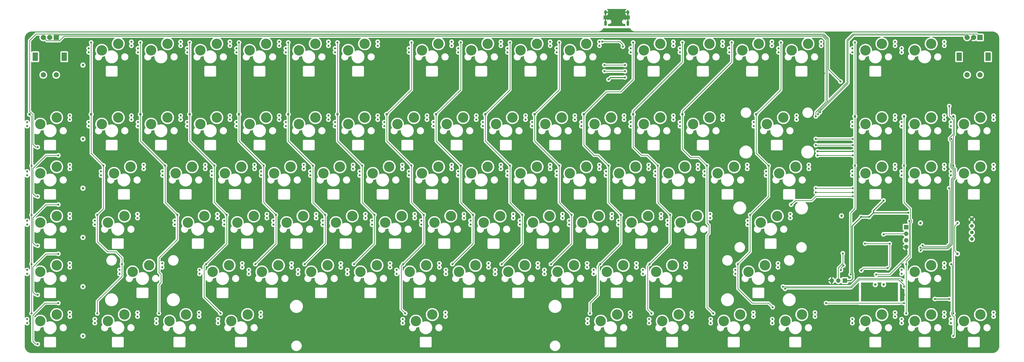
<source format=gtl>
%TF.GenerationSoftware,KiCad,Pcbnew,(6.0.0)*%
%TF.CreationDate,2022-02-20T21:11:03-05:00*%
%TF.ProjectId,keyboard0,6b657962-6f61-4726-9430-2e6b69636164,rev?*%
%TF.SameCoordinates,Original*%
%TF.FileFunction,Copper,L1,Top*%
%TF.FilePolarity,Positive*%
%FSLAX46Y46*%
G04 Gerber Fmt 4.6, Leading zero omitted, Abs format (unit mm)*
G04 Created by KiCad (PCBNEW (6.0.0)) date 2022-02-20 21:11:03*
%MOMM*%
%LPD*%
G01*
G04 APERTURE LIST*
%TA.AperFunction,ComponentPad*%
%ADD10C,4.000000*%
%TD*%
%TA.AperFunction,ComponentPad*%
%ADD11C,0.800000*%
%TD*%
%TA.AperFunction,ComponentPad*%
%ADD12C,2.000000*%
%TD*%
%TA.AperFunction,ComponentPad*%
%ADD13R,2.000000X3.200000*%
%TD*%
%TA.AperFunction,ComponentPad*%
%ADD14R,2.000000X2.000000*%
%TD*%
%TA.AperFunction,ComponentPad*%
%ADD15C,1.397000*%
%TD*%
%TA.AperFunction,ComponentPad*%
%ADD16C,1.000000*%
%TD*%
%TA.AperFunction,ComponentPad*%
%ADD17R,1.700000X1.700000*%
%TD*%
%TA.AperFunction,ComponentPad*%
%ADD18O,1.700000X1.700000*%
%TD*%
%TA.AperFunction,ComponentPad*%
%ADD19O,1.000000X1.600000*%
%TD*%
%TA.AperFunction,ComponentPad*%
%ADD20O,1.000000X2.100000*%
%TD*%
%TA.AperFunction,ViaPad*%
%ADD21C,0.800000*%
%TD*%
%TA.AperFunction,Conductor*%
%ADD22C,0.381000*%
%TD*%
%TA.AperFunction,Conductor*%
%ADD23C,0.250000*%
%TD*%
G04 APERTURE END LIST*
D10*
%TO.P,MX83,1*%
%TO.N,COL7*%
X171597700Y-199853500D03*
D11*
X166517700Y-199091500D03*
X166517700Y-200615500D03*
D10*
%TO.P,MX83,2*%
%TO.N,Net-(KD83-Pad2)*%
X177947700Y-197313500D03*
D11*
X183027700Y-198075500D03*
X183027700Y-196551500D03*
%TD*%
%TO.P,MX64,1*%
%TO.N,COL14*%
X299859300Y-162517900D03*
D10*
X304939300Y-161755900D03*
D11*
X299859300Y-160993900D03*
D10*
%TO.P,MX64,2*%
%TO.N,Net-(KD64-Pad2)*%
X311289300Y-159215900D03*
D11*
X316369300Y-159977900D03*
X316369300Y-158453900D03*
%TD*%
%TO.P,MX14-1,1*%
%TO.N,unconnected-(MX14-1-Pad1)*%
X359386800Y-95847100D03*
D10*
X364466800Y-95085100D03*
D11*
X359386800Y-94323100D03*
%TO.P,MX14-1,2*%
%TO.N,Net-(MX14-1-Pad2)*%
X375896800Y-93307100D03*
D10*
X370816800Y-92545100D03*
D11*
X375896800Y-91783100D03*
%TD*%
%TO.P,MX1-1,1*%
%TO.N,COL2*%
X64130400Y-95847100D03*
D10*
X69210400Y-95085100D03*
D11*
X64130400Y-94323100D03*
%TO.P,MX1-1,2*%
%TO.N,Net-(MX1-1-Pad2)*%
X80640400Y-93307100D03*
D10*
X75560400Y-92545100D03*
D11*
X80640400Y-91783100D03*
%TD*%
%TO.P,MX84,1*%
%TO.N,COL11*%
X237950700Y-200615500D03*
D10*
X243030700Y-199853500D03*
D11*
X237950700Y-199091500D03*
%TO.P,MX84,2*%
%TO.N,Net-(KD84-Pad2)*%
X254460700Y-198075500D03*
D10*
X249380700Y-197313500D03*
D11*
X254460700Y-196551500D03*
%TD*%
%TO.P,MX85,1*%
%TO.N,COL12*%
X261761700Y-200615500D03*
D10*
X266841700Y-199853500D03*
D11*
X261761700Y-199091500D03*
%TO.P,MX85,2*%
%TO.N,Net-(KD85-Pad2)*%
X278271700Y-198075500D03*
D10*
X273191700Y-197313500D03*
D11*
X278271700Y-196551500D03*
%TD*%
%TO.P,MX52,1*%
%TO.N,COL1*%
X47462700Y-162517900D03*
D10*
X52542700Y-161755900D03*
D11*
X47462700Y-160993900D03*
%TO.P,MX52,2*%
%TO.N,Net-(KD52-Pad2)*%
X63972700Y-159977900D03*
D10*
X58892700Y-159215900D03*
D11*
X63972700Y-158453900D03*
%TD*%
%TO.P,MX2,1*%
%TO.N,COL3*%
X83179200Y-95847100D03*
D10*
X88259200Y-95085100D03*
D11*
X83179200Y-94323100D03*
%TO.P,MX2,2*%
%TO.N,Net-(KD2-Pad2)*%
X99689200Y-93307100D03*
D10*
X94609200Y-92545100D03*
D11*
X99689200Y-91783100D03*
%TD*%
%TO.P,MX15,1*%
%TO.N,COL0*%
X21270600Y-124420300D03*
D10*
X26350600Y-123658300D03*
D11*
X21270600Y-122896300D03*
%TO.P,MX15,2*%
%TO.N,Net-(KD15-Pad2)*%
X37780600Y-121880300D03*
D10*
X32700600Y-121118300D03*
D11*
X37780600Y-120356300D03*
%TD*%
%TO.P,MX33,1*%
%TO.N,COL0*%
X21270600Y-143469100D03*
D10*
X26350600Y-142707100D03*
D11*
X21270600Y-141945100D03*
%TO.P,MX33,2*%
%TO.N,Net-(KD33-Pad2)*%
X37780600Y-140929100D03*
D10*
X32700600Y-140167100D03*
D11*
X37780600Y-139405100D03*
%TD*%
%TO.P,MX51,1*%
%TO.N,COL0*%
X21270600Y-162517900D03*
D10*
X26350600Y-161755900D03*
D11*
X21270600Y-160993900D03*
%TO.P,MX51,2*%
%TO.N,Net-(KD51-Pad2)*%
X37780600Y-159977900D03*
D10*
X32700600Y-159215900D03*
D11*
X37780600Y-158453900D03*
%TD*%
%TO.P,MX65,1*%
%TO.N,COL0*%
X21270600Y-181566700D03*
D10*
X26350600Y-180804700D03*
D11*
X21270600Y-180042700D03*
%TO.P,MX65,2*%
%TO.N,Net-(KD65-Pad2)*%
X37780600Y-179026700D03*
D10*
X32700600Y-178264700D03*
D11*
X37780600Y-177502700D03*
%TD*%
%TO.P,MX1,1*%
%TO.N,COL1*%
X45081600Y-95847100D03*
D10*
X50161600Y-95085100D03*
D11*
X45081600Y-94323100D03*
%TO.P,MX1,2*%
%TO.N,Net-(KD1-Pad2)*%
X61591600Y-93307100D03*
D10*
X56511600Y-92545100D03*
D11*
X61591600Y-91783100D03*
%TD*%
%TO.P,MX16,1*%
%TO.N,COL1*%
X45081600Y-124420300D03*
D10*
X50161600Y-123658300D03*
D11*
X45081600Y-122896300D03*
%TO.P,MX16,2*%
%TO.N,Net-(KD16-Pad2)*%
X61591600Y-121880300D03*
D10*
X56511600Y-121118300D03*
D11*
X61591600Y-120356300D03*
%TD*%
%TO.P,MX34,1*%
%TO.N,COL1*%
X49843800Y-143469100D03*
D10*
X54923800Y-142707100D03*
D11*
X49843800Y-141945100D03*
D10*
%TO.P,MX34,2*%
%TO.N,Net-(KD34-Pad2)*%
X61273800Y-140167100D03*
D11*
X66353800Y-140929100D03*
X66353800Y-139405100D03*
%TD*%
%TO.P,MX79,1*%
%TO.N,COL0*%
X21270600Y-200615500D03*
D10*
X26350600Y-199853500D03*
D11*
X21270600Y-199091500D03*
%TO.P,MX79,2*%
%TO.N,Net-(KD79-Pad2)*%
X37780600Y-198075500D03*
D10*
X32700600Y-197313500D03*
D11*
X37780600Y-196551500D03*
%TD*%
%TO.P,MX18,1*%
%TO.N,COL3*%
X83179200Y-124420300D03*
D10*
X88259200Y-123658300D03*
D11*
X83179200Y-122896300D03*
%TO.P,MX18,2*%
%TO.N,Net-(KD18-Pad2)*%
X99689200Y-121880300D03*
D10*
X94609200Y-121118300D03*
D11*
X99689200Y-120356300D03*
%TD*%
%TO.P,MX36,1*%
%TO.N,COL3*%
X92703600Y-143469100D03*
D10*
X97783600Y-142707100D03*
D11*
X92703600Y-141945100D03*
%TO.P,MX36,2*%
%TO.N,Net-(KD36-Pad2)*%
X109213600Y-140929100D03*
D10*
X104133600Y-140167100D03*
D11*
X109213600Y-139405100D03*
%TD*%
%TO.P,MX54,1*%
%TO.N,COL3*%
X97465800Y-162517900D03*
D10*
X102545800Y-161755900D03*
D11*
X97465800Y-160993900D03*
%TO.P,MX54,2*%
%TO.N,Net-(KD54-Pad2)*%
X113975800Y-159977900D03*
D10*
X108895800Y-159215900D03*
D11*
X113975800Y-158453900D03*
%TD*%
%TO.P,MX67,1*%
%TO.N,COL3*%
X87941400Y-181566700D03*
D10*
X93021400Y-180804700D03*
D11*
X87941400Y-180042700D03*
%TO.P,MX67,2*%
%TO.N,Net-(KD67-Pad2)*%
X104451400Y-179026700D03*
D10*
X99371400Y-178264700D03*
D11*
X104451400Y-177502700D03*
%TD*%
%TO.P,MX82,1*%
%TO.N,COL3*%
X95084700Y-200615500D03*
D10*
X100164700Y-199853500D03*
D11*
X95084700Y-199091500D03*
%TO.P,MX82,2*%
%TO.N,Net-(KD82-Pad2)*%
X111594700Y-198075500D03*
D10*
X106514700Y-197313500D03*
D11*
X111594700Y-196551500D03*
%TD*%
%TO.P,MX17,1*%
%TO.N,COL2*%
X64130400Y-124420300D03*
D10*
X69210400Y-123658300D03*
D11*
X64130400Y-122896300D03*
%TO.P,MX17,2*%
%TO.N,Net-(KD17-Pad2)*%
X80640400Y-121880300D03*
D10*
X75560400Y-121118300D03*
D11*
X80640400Y-120356300D03*
%TD*%
%TO.P,MX35,1*%
%TO.N,COL2*%
X73654800Y-143469100D03*
D10*
X78734800Y-142707100D03*
D11*
X73654800Y-141945100D03*
%TO.P,MX35,2*%
%TO.N,Net-(KD35-Pad2)*%
X90164800Y-140929100D03*
D10*
X85084800Y-140167100D03*
D11*
X90164800Y-139405100D03*
%TD*%
%TO.P,MX53,1*%
%TO.N,COL2*%
X78358700Y-162517900D03*
D10*
X83438700Y-161755900D03*
D11*
X78358700Y-160993900D03*
%TO.P,MX53,2*%
%TO.N,Net-(KD53-Pad2)*%
X94868700Y-159977900D03*
D10*
X89788700Y-159215900D03*
D11*
X94868700Y-158453900D03*
%TD*%
%TO.P,MX66,1*%
%TO.N,COL1*%
X56987100Y-181566700D03*
D10*
X62067100Y-180804700D03*
D11*
X56987100Y-180042700D03*
D10*
%TO.P,MX66,2*%
%TO.N,Net-(KD66-Pad2)*%
X68417100Y-178264700D03*
D11*
X73497100Y-179026700D03*
X73497100Y-177502700D03*
%TD*%
%TO.P,MX81,1*%
%TO.N,COL2*%
X71273700Y-200615500D03*
D10*
X76353700Y-199853500D03*
D11*
X71273700Y-199091500D03*
%TO.P,MX81,2*%
%TO.N,Net-(KD81-Pad2)*%
X87783700Y-198075500D03*
D10*
X82703700Y-197313500D03*
D11*
X87783700Y-196551500D03*
%TD*%
%TO.P,MX3,1*%
%TO.N,COL4*%
X102228000Y-95847100D03*
D10*
X107308000Y-95085100D03*
D11*
X102228000Y-94323100D03*
%TO.P,MX3,2*%
%TO.N,Net-(KD3-Pad2)*%
X118738000Y-93307100D03*
D10*
X113658000Y-92545100D03*
D11*
X118738000Y-91783100D03*
%TD*%
%TO.P,MX37,1*%
%TO.N,COL4*%
X111752400Y-143469100D03*
D10*
X116832400Y-142707100D03*
D11*
X111752400Y-141945100D03*
%TO.P,MX37,2*%
%TO.N,Net-(KD37-Pad2)*%
X128262400Y-140929100D03*
D10*
X123182400Y-140167100D03*
D11*
X128262400Y-139405100D03*
%TD*%
%TO.P,MX55,1*%
%TO.N,COL4*%
X116514600Y-162517900D03*
D10*
X121594600Y-161755900D03*
D11*
X116514600Y-160993900D03*
%TO.P,MX55,2*%
%TO.N,Net-(KD55-Pad2)*%
X133024600Y-159977900D03*
D10*
X127944600Y-159215900D03*
D11*
X133024600Y-158453900D03*
%TD*%
%TO.P,MX68,1*%
%TO.N,COL4*%
X106990200Y-181566700D03*
D10*
X112070200Y-180804700D03*
D11*
X106990200Y-180042700D03*
%TO.P,MX68,2*%
%TO.N,Net-(KD68-Pad2)*%
X123500200Y-179026700D03*
D10*
X118420200Y-178264700D03*
D11*
X123500200Y-177502700D03*
%TD*%
%TO.P,MX70,1*%
%TO.N,COL6*%
X145087800Y-181566700D03*
D10*
X150167800Y-180804700D03*
D11*
X145087800Y-180042700D03*
%TO.P,MX70,2*%
%TO.N,Net-(KD70-Pad2)*%
X161597800Y-179026700D03*
D10*
X156517800Y-178264700D03*
D11*
X161597800Y-177502700D03*
%TD*%
%TO.P,MX4,1*%
%TO.N,COL5*%
X121276800Y-95847100D03*
D10*
X126356800Y-95085100D03*
D11*
X121276800Y-94323100D03*
%TO.P,MX4,2*%
%TO.N,Net-(KD4-Pad2)*%
X137786800Y-93307100D03*
D10*
X132706800Y-92545100D03*
D11*
X137786800Y-91783100D03*
%TD*%
%TO.P,MX20,1*%
%TO.N,COL5*%
X121276800Y-124420300D03*
D10*
X126356800Y-123658300D03*
D11*
X121276800Y-122896300D03*
%TO.P,MX20,2*%
%TO.N,Net-(KD20-Pad2)*%
X137786800Y-121880300D03*
D10*
X132706800Y-121118300D03*
D11*
X137786800Y-120356300D03*
%TD*%
%TO.P,MX38,1*%
%TO.N,COL5*%
X130801200Y-143469100D03*
D10*
X135881200Y-142707100D03*
D11*
X130801200Y-141945100D03*
%TO.P,MX38,2*%
%TO.N,Net-(KD38-Pad2)*%
X147311200Y-140929100D03*
D10*
X142231200Y-140167100D03*
D11*
X147311200Y-139405100D03*
%TD*%
%TO.P,MX56,1*%
%TO.N,COL5*%
X135563400Y-162517900D03*
D10*
X140643400Y-161755900D03*
D11*
X135563400Y-160993900D03*
%TO.P,MX56,2*%
%TO.N,Net-(KD56-Pad2)*%
X152073400Y-159977900D03*
D10*
X146993400Y-159215900D03*
D11*
X152073400Y-158453900D03*
%TD*%
%TO.P,MX69,1*%
%TO.N,COL5*%
X126039000Y-181566700D03*
D10*
X131119000Y-180804700D03*
D11*
X126039000Y-180042700D03*
%TO.P,MX69,2*%
%TO.N,Net-(KD69-Pad2)*%
X142549000Y-179026700D03*
D10*
X137469000Y-178264700D03*
D11*
X142549000Y-177502700D03*
%TD*%
%TO.P,MX5,1*%
%TO.N,COL6*%
X140325600Y-95847100D03*
D10*
X145405600Y-95085100D03*
D11*
X140325600Y-94323100D03*
%TO.P,MX5,2*%
%TO.N,Net-(KD5-Pad2)*%
X156835600Y-93307100D03*
D10*
X151755600Y-92545100D03*
D11*
X156835600Y-91783100D03*
%TD*%
%TO.P,MX39,1*%
%TO.N,COL6*%
X149850000Y-143469100D03*
D10*
X154930000Y-142707100D03*
D11*
X149850000Y-141945100D03*
%TO.P,MX39,2*%
%TO.N,Net-(KD39-Pad2)*%
X166360000Y-140929100D03*
D10*
X161280000Y-140167100D03*
D11*
X166360000Y-139405100D03*
%TD*%
%TO.P,MX57,1*%
%TO.N,COL6*%
X154612200Y-162517900D03*
D10*
X159692200Y-161755900D03*
D11*
X154612200Y-160993900D03*
%TO.P,MX57,2*%
%TO.N,Net-(KD57-Pad2)*%
X171122200Y-159977900D03*
D10*
X166042200Y-159215900D03*
D11*
X171122200Y-158453900D03*
%TD*%
%TO.P,MX71,1*%
%TO.N,COL7*%
X164136600Y-181566700D03*
D10*
X169216600Y-180804700D03*
D11*
X164136600Y-180042700D03*
%TO.P,MX71,2*%
%TO.N,Net-(KD71-Pad2)*%
X180646600Y-179026700D03*
D10*
X175566600Y-178264700D03*
D11*
X180646600Y-177502700D03*
%TD*%
%TO.P,MX22,1*%
%TO.N,COL7*%
X159374400Y-124420300D03*
D10*
X164454400Y-123658300D03*
D11*
X159374400Y-122896300D03*
%TO.P,MX22,2*%
%TO.N,Net-(KD22-Pad2)*%
X175884400Y-121880300D03*
D10*
X170804400Y-121118300D03*
D11*
X175884400Y-120356300D03*
%TD*%
%TO.P,MX40,1*%
%TO.N,COL7*%
X168898800Y-143469100D03*
D10*
X173978800Y-142707100D03*
D11*
X168898800Y-141945100D03*
%TO.P,MX40,2*%
%TO.N,Net-(KD40-Pad2)*%
X185408800Y-140929100D03*
D10*
X180328800Y-140167100D03*
D11*
X185408800Y-139405100D03*
%TD*%
%TO.P,MX58,1*%
%TO.N,COL7*%
X173661000Y-162517900D03*
D10*
X178741000Y-161755900D03*
D11*
X173661000Y-160993900D03*
%TO.P,MX58,2*%
%TO.N,Net-(KD58-Pad2)*%
X190171000Y-159977900D03*
D10*
X185091000Y-159215900D03*
D11*
X190171000Y-158453900D03*
%TD*%
%TO.P,MX72,1*%
%TO.N,COL8*%
X183185400Y-181566700D03*
D10*
X188265400Y-180804700D03*
D11*
X183185400Y-180042700D03*
%TO.P,MX72,2*%
%TO.N,Net-(KD72-Pad2)*%
X199695400Y-179026700D03*
D10*
X194615400Y-178264700D03*
D11*
X199695400Y-177502700D03*
%TD*%
%TO.P,MX7,1*%
%TO.N,COL8*%
X187947600Y-95847100D03*
D10*
X193027600Y-95085100D03*
D11*
X187947600Y-94323100D03*
%TO.P,MX7,2*%
%TO.N,Net-(KD7-Pad2)*%
X204457600Y-93307100D03*
D10*
X199377600Y-92545100D03*
D11*
X204457600Y-91783100D03*
%TD*%
%TO.P,MX23,1*%
%TO.N,COL8*%
X178423200Y-124420300D03*
D10*
X183503200Y-123658300D03*
D11*
X178423200Y-122896300D03*
%TO.P,MX23,2*%
%TO.N,Net-(KD23-Pad2)*%
X194933200Y-121880300D03*
D10*
X189853200Y-121118300D03*
D11*
X194933200Y-120356300D03*
%TD*%
%TO.P,MX41,1*%
%TO.N,COL8*%
X187947600Y-143469100D03*
D10*
X193027600Y-142707100D03*
D11*
X187947600Y-141945100D03*
%TO.P,MX41,2*%
%TO.N,Net-(KD41-Pad2)*%
X204457600Y-140929100D03*
D10*
X199377600Y-140167100D03*
D11*
X204457600Y-139405100D03*
%TD*%
%TO.P,MX59,1*%
%TO.N,COL8*%
X192709800Y-162517900D03*
D10*
X197789800Y-161755900D03*
D11*
X192709800Y-160993900D03*
%TO.P,MX59,2*%
%TO.N,Net-(KD59-Pad2)*%
X209219800Y-159977900D03*
D10*
X204139800Y-159215900D03*
D11*
X209219800Y-158453900D03*
%TD*%
%TO.P,MX73,1*%
%TO.N,COL9*%
X202234200Y-181566700D03*
D10*
X207314200Y-180804700D03*
D11*
X202234200Y-180042700D03*
%TO.P,MX73,2*%
%TO.N,Net-(KD73-Pad2)*%
X218744200Y-179026700D03*
D10*
X213664200Y-178264700D03*
D11*
X218744200Y-177502700D03*
%TD*%
%TO.P,MX8,1*%
%TO.N,COL9*%
X206996400Y-95847100D03*
D10*
X212076400Y-95085100D03*
D11*
X206996400Y-94323100D03*
%TO.P,MX8,2*%
%TO.N,Net-(KD8-Pad2)*%
X223506400Y-93307100D03*
D10*
X218426400Y-92545100D03*
D11*
X223506400Y-91783100D03*
%TD*%
%TO.P,MX24,1*%
%TO.N,COL9*%
X197472000Y-124420300D03*
D10*
X202552000Y-123658300D03*
D11*
X197472000Y-122896300D03*
%TO.P,MX24,2*%
%TO.N,Net-(KD24-Pad2)*%
X213982000Y-121880300D03*
D10*
X208902000Y-121118300D03*
D11*
X213982000Y-120356300D03*
%TD*%
%TO.P,MX42,1*%
%TO.N,COL9*%
X206996400Y-143469100D03*
D10*
X212076400Y-142707100D03*
D11*
X206996400Y-141945100D03*
%TO.P,MX42,2*%
%TO.N,Net-(KD42-Pad2)*%
X223506400Y-140929100D03*
D10*
X218426400Y-140167100D03*
D11*
X223506400Y-139405100D03*
%TD*%
%TO.P,MX60,1*%
%TO.N,COL9*%
X211758600Y-162517900D03*
D10*
X216838600Y-161755900D03*
D11*
X211758600Y-160993900D03*
%TO.P,MX60,2*%
%TO.N,Net-(KD60-Pad2)*%
X228268600Y-159977900D03*
D10*
X223188600Y-159215900D03*
D11*
X228268600Y-158453900D03*
%TD*%
%TO.P,MX74,1*%
%TO.N,COL10*%
X221283000Y-181566700D03*
D10*
X226363000Y-180804700D03*
D11*
X221283000Y-180042700D03*
%TO.P,MX74,2*%
%TO.N,Net-(KD74-Pad2)*%
X237793000Y-179026700D03*
D10*
X232713000Y-178264700D03*
D11*
X237793000Y-177502700D03*
%TD*%
%TO.P,MX9,1*%
%TO.N,COL10*%
X226045200Y-95847100D03*
D10*
X231125200Y-95085100D03*
D11*
X226045200Y-94323100D03*
%TO.P,MX9,2*%
%TO.N,Net-(KD9-Pad2)*%
X242555200Y-93307100D03*
D10*
X237475200Y-92545100D03*
D11*
X242555200Y-91783100D03*
%TD*%
%TO.P,MX25,1*%
%TO.N,COL10*%
X216520800Y-124420300D03*
D10*
X221600800Y-123658300D03*
D11*
X216520800Y-122896300D03*
%TO.P,MX25,2*%
%TO.N,Net-(KD25-Pad2)*%
X233030800Y-121880300D03*
D10*
X227950800Y-121118300D03*
D11*
X233030800Y-120356300D03*
%TD*%
%TO.P,MX43,1*%
%TO.N,COL10*%
X226045200Y-143469100D03*
D10*
X231125200Y-142707100D03*
D11*
X226045200Y-141945100D03*
%TO.P,MX43,2*%
%TO.N,Net-(KD43-Pad2)*%
X242555200Y-140929100D03*
D10*
X237475200Y-140167100D03*
D11*
X242555200Y-139405100D03*
%TD*%
%TO.P,MX61,1*%
%TO.N,COL10*%
X230807400Y-162517900D03*
D10*
X235887400Y-161755900D03*
D11*
X230807400Y-160993900D03*
%TO.P,MX61,2*%
%TO.N,Net-(KD61-Pad2)*%
X247317400Y-159977900D03*
D10*
X242237400Y-159215900D03*
D11*
X247317400Y-158453900D03*
%TD*%
%TO.P,MX10,1*%
%TO.N,COL11*%
X254618400Y-95847100D03*
D10*
X259698400Y-95085100D03*
D11*
X254618400Y-94323100D03*
%TO.P,MX10,2*%
%TO.N,Net-(KD10-Pad2)*%
X271128400Y-93307100D03*
D10*
X266048400Y-92545100D03*
D11*
X271128400Y-91783100D03*
%TD*%
%TO.P,MX26,1*%
%TO.N,COL11*%
X235569600Y-124420300D03*
D10*
X240649600Y-123658300D03*
D11*
X235569600Y-122896300D03*
%TO.P,MX26,2*%
%TO.N,Net-(KD26-Pad2)*%
X252079600Y-121880300D03*
D10*
X246999600Y-121118300D03*
D11*
X252079600Y-120356300D03*
%TD*%
%TO.P,MX44,1*%
%TO.N,COL11*%
X245094000Y-143469100D03*
D10*
X250174000Y-142707100D03*
D11*
X245094000Y-141945100D03*
%TO.P,MX44,2*%
%TO.N,Net-(KD44-Pad2)*%
X261604000Y-140929100D03*
D10*
X256524000Y-140167100D03*
D11*
X261604000Y-139405100D03*
%TD*%
%TO.P,MX62,1*%
%TO.N,COL11*%
X249856200Y-162517900D03*
D10*
X254936200Y-161755900D03*
D11*
X249856200Y-160993900D03*
%TO.P,MX62,2*%
%TO.N,Net-(KD62-Pad2)*%
X266366200Y-159977900D03*
D10*
X261286200Y-159215900D03*
D11*
X266366200Y-158453900D03*
%TD*%
%TO.P,MX76,1*%
%TO.N,COL12*%
X259380600Y-181566700D03*
D10*
X264460600Y-180804700D03*
D11*
X259380600Y-180042700D03*
%TO.P,MX76,2*%
%TO.N,Net-(KD76-Pad2)*%
X275890600Y-179026700D03*
D10*
X270810600Y-178264700D03*
D11*
X275890600Y-177502700D03*
%TD*%
%TO.P,MX11,1*%
%TO.N,COL12*%
X273667200Y-95847100D03*
D10*
X278747200Y-95085100D03*
D11*
X273667200Y-94323100D03*
%TO.P,MX11,2*%
%TO.N,Net-(KD11-Pad2)*%
X290177200Y-93307100D03*
D10*
X285097200Y-92545100D03*
D11*
X290177200Y-91783100D03*
%TD*%
%TO.P,MX27,1*%
%TO.N,COL12*%
X254618400Y-124420300D03*
D10*
X259698400Y-123658300D03*
D11*
X254618400Y-122896300D03*
%TO.P,MX27,2*%
%TO.N,Net-(KD27-Pad2)*%
X271128400Y-121880300D03*
D10*
X266048400Y-121118300D03*
D11*
X271128400Y-120356300D03*
%TD*%
%TO.P,MX45,1*%
%TO.N,COL12*%
X264142800Y-143469100D03*
D10*
X269222800Y-142707100D03*
D11*
X264142800Y-141945100D03*
%TO.P,MX45,2*%
%TO.N,Net-(KD45-Pad2)*%
X280652800Y-140929100D03*
D10*
X275572800Y-140167100D03*
D11*
X280652800Y-139405100D03*
%TD*%
%TO.P,MX63,1*%
%TO.N,COL12*%
X268905000Y-162517900D03*
D10*
X273985000Y-161755900D03*
D11*
X268905000Y-160993900D03*
%TO.P,MX63,2*%
%TO.N,Net-(KD63-Pad2)*%
X285415000Y-159977900D03*
D10*
X280335000Y-159215900D03*
D11*
X285415000Y-158453900D03*
%TD*%
%TO.P,MX86,1*%
%TO.N,COL13*%
X285572700Y-200615500D03*
D10*
X290652700Y-199853500D03*
D11*
X285572700Y-199091500D03*
%TO.P,MX86,2*%
%TO.N,Net-(KD86-Pad2)*%
X302082700Y-198075500D03*
D10*
X297002700Y-197313500D03*
D11*
X302082700Y-196551500D03*
%TD*%
%TO.P,MX12,1*%
%TO.N,COL13*%
X292716000Y-95847100D03*
D10*
X297796000Y-95085100D03*
D11*
X292716000Y-94323100D03*
%TO.P,MX12,2*%
%TO.N,Net-(KD12-Pad2)*%
X309226000Y-93307100D03*
D10*
X304146000Y-92545100D03*
D11*
X309226000Y-91783100D03*
%TD*%
%TO.P,MX28,1*%
%TO.N,COL13*%
X273667200Y-124420300D03*
D10*
X278747200Y-123658300D03*
D11*
X273667200Y-122896300D03*
%TO.P,MX28,2*%
%TO.N,Net-(KD28-Pad2)*%
X290177200Y-121880300D03*
D10*
X285097200Y-121118300D03*
D11*
X290177200Y-120356300D03*
%TD*%
%TO.P,MX46,1*%
%TO.N,COL13*%
X283191600Y-143469100D03*
D10*
X288271600Y-142707100D03*
D11*
X283191600Y-141945100D03*
%TO.P,MX46,2*%
%TO.N,Net-(KD46-Pad2)*%
X299701600Y-140929100D03*
D10*
X294621600Y-140167100D03*
D11*
X299701600Y-139405100D03*
%TD*%
%TO.P,MX87,1*%
%TO.N,COL14*%
X309383700Y-200615500D03*
D10*
X314463700Y-199853500D03*
D11*
X309383700Y-199091500D03*
%TO.P,MX87,2*%
%TO.N,Net-(KD87-Pad2)*%
X325893700Y-198075500D03*
D10*
X320813700Y-197313500D03*
D11*
X325893700Y-196551500D03*
%TD*%
%TO.P,MX13,1*%
%TO.N,COL14*%
X311764800Y-95847100D03*
D10*
X316844800Y-95085100D03*
D11*
X311764800Y-94323100D03*
%TO.P,MX13,2*%
%TO.N,Net-(KD13-Pad2)*%
X328274800Y-93307100D03*
D10*
X323194800Y-92545100D03*
D11*
X328274800Y-91783100D03*
%TD*%
%TO.P,MX29,1*%
%TO.N,COL14*%
X302240400Y-124420300D03*
D10*
X307320400Y-123658300D03*
D11*
X302240400Y-122896300D03*
D10*
%TO.P,MX29,2*%
%TO.N,Net-(KD29-Pad2)*%
X313670400Y-121118300D03*
D11*
X318750400Y-121880300D03*
X318750400Y-120356300D03*
%TD*%
%TO.P,MX47,1*%
%TO.N,COL14*%
X307002600Y-143469100D03*
D10*
X312082600Y-142707100D03*
D11*
X307002600Y-141945100D03*
D10*
%TO.P,MX47,2*%
%TO.N,Net-(KD47-Pad2)*%
X318432600Y-140167100D03*
D11*
X323512600Y-140929100D03*
X323512600Y-139405100D03*
%TD*%
%TO.P,MX77,1*%
%TO.N,COL14*%
X295087562Y-180041844D03*
D10*
X300167562Y-180803844D03*
D11*
X295087562Y-181565844D03*
%TO.P,MX77,2*%
%TO.N,Net-(KD77-Pad2)*%
X311597562Y-179025844D03*
D10*
X306517562Y-178263844D03*
D11*
X311597562Y-177501844D03*
%TD*%
%TO.P,MX88,1*%
%TO.N,COL15*%
X340338000Y-200615500D03*
D10*
X345418000Y-199853500D03*
D11*
X340338000Y-199091500D03*
%TO.P,MX88,2*%
%TO.N,Net-(KD88-Pad2)*%
X356848000Y-198075500D03*
D10*
X351768000Y-197313500D03*
D11*
X356848000Y-196551500D03*
%TD*%
%TO.P,MX30,1*%
%TO.N,COL15*%
X340338000Y-124420300D03*
D10*
X345418000Y-123658300D03*
D11*
X340338000Y-122896300D03*
%TO.P,MX30,2*%
%TO.N,Net-(KD30-Pad2)*%
X356848000Y-121880300D03*
D10*
X351768000Y-121118300D03*
D11*
X356848000Y-120356300D03*
%TD*%
%TO.P,MX48,1*%
%TO.N,COL15*%
X340338000Y-143469100D03*
D10*
X345418000Y-142707100D03*
D11*
X340338000Y-141945100D03*
%TO.P,MX48,2*%
%TO.N,Net-(KD48-Pad2)*%
X356848000Y-140929100D03*
D10*
X351768000Y-140167100D03*
D11*
X356848000Y-139405100D03*
%TD*%
%TO.P,MX31,1*%
%TO.N,COL16*%
X359386800Y-124420300D03*
D10*
X364466800Y-123658300D03*
D11*
X359386800Y-122896300D03*
%TO.P,MX31,2*%
%TO.N,Net-(KD31-Pad2)*%
X375896800Y-121880300D03*
D10*
X370816800Y-121118300D03*
D11*
X375896800Y-120356300D03*
%TD*%
%TO.P,MX49,1*%
%TO.N,COL16*%
X359386800Y-143469100D03*
D10*
X364466800Y-142707100D03*
D11*
X359386800Y-141945100D03*
%TO.P,MX49,2*%
%TO.N,Net-(KD49-Pad2)*%
X375896800Y-140929100D03*
D10*
X370816800Y-140167100D03*
D11*
X375896800Y-139405100D03*
%TD*%
%TO.P,MX78,1*%
%TO.N,COL16*%
X359386800Y-181566700D03*
D10*
X364466800Y-180804700D03*
D11*
X359386800Y-180042700D03*
%TO.P,MX78,2*%
%TO.N,Net-(KD78-Pad2)*%
X375896800Y-179026700D03*
D10*
X370816800Y-178264700D03*
D11*
X375896800Y-177502700D03*
%TD*%
%TO.P,MX89,1*%
%TO.N,COL16*%
X359386800Y-200615500D03*
D10*
X364466800Y-199853500D03*
D11*
X359386800Y-199091500D03*
%TO.P,MX89,2*%
%TO.N,Net-(KD89-Pad2)*%
X375896800Y-198075500D03*
D10*
X370816800Y-197313500D03*
D11*
X375896800Y-196551500D03*
%TD*%
%TO.P,MX50,1*%
%TO.N,COL17*%
X378435600Y-143469100D03*
D10*
X383515600Y-142707100D03*
D11*
X378435600Y-141945100D03*
%TO.P,MX50,2*%
%TO.N,Net-(KD50-Pad2)*%
X394945600Y-140929100D03*
D10*
X389865600Y-140167100D03*
D11*
X394945600Y-139405100D03*
%TD*%
%TO.P,MX90,1*%
%TO.N,COL17*%
X378435600Y-200615500D03*
D10*
X383515600Y-199853500D03*
D11*
X378435600Y-199091500D03*
%TO.P,MX90,2*%
%TO.N,Net-(KD90-Pad2)*%
X394945600Y-198075500D03*
D10*
X389865600Y-197313500D03*
D11*
X394945600Y-196551500D03*
%TD*%
D12*
%TO.P,ROT2,S1,S1*%
%TO.N,COL17*%
X384706700Y-104584950D03*
%TO.P,ROT2,S2,S2*%
%TO.N,Net-(D4-Pad2)*%
X389706700Y-104584950D03*
D13*
%TO.P,ROT2,MP*%
%TO.N,N/C*%
X381606700Y-97584950D03*
X392806700Y-97584950D03*
D12*
%TO.P,ROT2,B,B*%
%TO.N,ENCODER_B2*%
X384706700Y-90084950D03*
%TO.P,ROT2,C,C*%
%TO.N,GND*%
X387206700Y-90084950D03*
D14*
%TO.P,ROT2,A,A*%
%TO.N,ENCODER_A*%
X389706700Y-90084950D03*
%TD*%
D11*
%TO.P,MX6,1*%
%TO.N,COL7*%
X168898800Y-95847100D03*
D10*
X173978800Y-95085100D03*
D11*
X168898800Y-94323100D03*
%TO.P,MX6,2*%
%TO.N,Net-(KD6-Pad2)*%
X185408800Y-93307100D03*
D10*
X180328800Y-92545100D03*
D11*
X185408800Y-91783100D03*
%TD*%
%TO.P,MX21,1*%
%TO.N,COL6*%
X140325600Y-124420300D03*
D10*
X145405600Y-123658300D03*
D11*
X140325600Y-122896300D03*
%TO.P,MX21,2*%
%TO.N,Net-(KD21-Pad2)*%
X156835600Y-121880300D03*
D10*
X151755600Y-121118300D03*
D11*
X156835600Y-120356300D03*
%TD*%
%TO.P,MX32,1*%
%TO.N,COL17*%
X378435600Y-124420300D03*
D10*
X383515600Y-123658300D03*
D11*
X378435600Y-122896300D03*
%TO.P,MX32,2*%
%TO.N,Net-(KD32-Pad2)*%
X394945600Y-121880300D03*
D10*
X389865600Y-121118300D03*
D11*
X394945600Y-120356300D03*
%TD*%
%TO.P,MX19,1*%
%TO.N,COL4*%
X102228000Y-124420300D03*
D10*
X107308000Y-123658300D03*
D11*
X102228000Y-122896300D03*
%TO.P,MX19,2*%
%TO.N,Net-(KD19-Pad2)*%
X118738000Y-121880300D03*
D10*
X113658000Y-121118300D03*
D11*
X118738000Y-120356300D03*
%TD*%
D12*
%TO.P,ROT1,S1,S1*%
%TO.N,COL0*%
X27541700Y-104584950D03*
%TO.P,ROT1,S2,S2*%
%TO.N,Net-(D3-Pad2)*%
X32541700Y-104584950D03*
D13*
%TO.P,ROT1,MP*%
%TO.N,N/C*%
X24441700Y-97584950D03*
X35641700Y-97584950D03*
D12*
%TO.P,ROT1,B,B*%
%TO.N,ENCODER_B1*%
X27541700Y-90084950D03*
%TO.P,ROT1,C,C*%
%TO.N,GND*%
X30041700Y-90084950D03*
D14*
%TO.P,ROT1,A,A*%
%TO.N,ENCODER_A*%
X32541700Y-90084950D03*
%TD*%
D11*
%TO.P,MX14,1*%
%TO.N,COL15*%
X340338000Y-95847100D03*
D10*
X345418000Y-95085100D03*
D11*
X340338000Y-94323100D03*
%TO.P,MX14,2*%
%TO.N,Net-(KD14-Pad2)*%
X356848000Y-93307100D03*
D10*
X351768000Y-92545100D03*
D11*
X356848000Y-91783100D03*
%TD*%
D15*
%TO.P,OL1,1,SDA*%
%TO.N,SDA*%
X386531900Y-168105900D03*
%TO.P,OL1,2,SCL*%
%TO.N,SCL*%
X386531900Y-165565900D03*
%TO.P,OL1,3,VCC*%
%TO.N,+5V*%
X386531900Y-163025900D03*
%TO.P,OL1,4,GND*%
%TO.N,GND*%
X386531900Y-160485900D03*
%TD*%
D11*
%TO.P,MX80,1*%
%TO.N,COL1*%
X47462700Y-200615500D03*
D10*
X52542700Y-199853500D03*
D11*
X47462700Y-199091500D03*
%TO.P,MX80,2*%
%TO.N,Net-(KD80-Pad2)*%
X63972700Y-198075500D03*
D10*
X58892700Y-197313500D03*
D11*
X63972700Y-196551500D03*
%TD*%
%TO.P,MX75,1*%
%TO.N,COL11*%
X240331800Y-181566700D03*
D10*
X245411800Y-180804700D03*
D11*
X240331800Y-180042700D03*
%TO.P,MX75,2*%
%TO.N,Net-(KD75-Pad2)*%
X256841800Y-179026700D03*
D10*
X251761800Y-178264700D03*
D11*
X256841800Y-177502700D03*
%TD*%
D16*
%TO.P,COL12,1,1*%
%TO.N,COL12*%
X255571400Y-119848700D03*
%TD*%
%TO.P,COL13,1,1*%
%TO.N,COL13*%
X274620200Y-119848700D03*
%TD*%
%TO.P,COL3,1,1*%
%TO.N,COL3*%
X84132200Y-119848700D03*
%TD*%
%TO.P,COL0,1,1*%
%TO.N,COL0*%
X22223600Y-119848700D03*
%TD*%
%TO.P,ROW5,1,1*%
%TO.N,ROW5*%
X42859800Y-205568300D03*
%TD*%
%TO.P,ROW4,1,1*%
%TO.N,ROW4*%
X42859800Y-186519500D03*
%TD*%
%TO.P,ROW3,1,1*%
%TO.N,ROW3*%
X42859800Y-167470700D03*
%TD*%
%TO.P,ROW2,1,1*%
%TO.N,ROW2*%
X42859800Y-148421900D03*
%TD*%
%TO.P,ROW1,1,1*%
%TO.N,ROW1*%
X42859800Y-129373100D03*
%TD*%
%TO.P,ROW0,1,1*%
%TO.N,ROT1_ROW*%
X42859800Y-100799900D03*
%TD*%
%TO.P,COL16,1,1*%
%TO.N,COL16*%
X360339800Y-120642400D03*
%TD*%
%TO.P,COL17,1,1*%
%TO.N,COL17*%
X379388600Y-120642400D03*
%TD*%
%TO.P,COL4,1,1*%
%TO.N,COL4*%
X103181000Y-119848700D03*
%TD*%
%TO.P,COL5,1,1*%
%TO.N,COL5*%
X122229800Y-119848700D03*
%TD*%
%TO.P,COL6,1,1*%
%TO.N,COL6*%
X141278600Y-119848700D03*
%TD*%
%TO.P,COL7,1,1*%
%TO.N,COL7*%
X160327400Y-119848700D03*
%TD*%
%TO.P,COL8,1,1*%
%TO.N,COL8*%
X179376200Y-119848700D03*
%TD*%
%TO.P,COL9,1,1*%
%TO.N,COL9*%
X198425000Y-119848700D03*
%TD*%
%TO.P,COL10,1,1*%
%TO.N,COL10*%
X217473800Y-119848700D03*
%TD*%
%TO.P,COL11,1,1*%
%TO.N,COL11*%
X236522600Y-119848700D03*
%TD*%
%TO.P,COL14,1,1*%
%TO.N,COL14*%
X303193400Y-119848700D03*
%TD*%
%TO.P,COL2,1,1*%
%TO.N,COL2*%
X65083400Y-119848700D03*
%TD*%
%TO.P,COL1,1,1*%
%TO.N,COL1*%
X46034600Y-119848700D03*
%TD*%
%TO.P,BOOT0,1,1*%
%TO.N,BOOT0*%
X380976000Y-173820300D03*
%TD*%
%TO.P,BKL1,1,1*%
%TO.N,BKL_3V3*%
X336131950Y-159136838D03*
%TD*%
D17*
%TO.P,J1,1,Pin_1*%
%TO.N,+3V3*%
X361133500Y-163502200D03*
D18*
%TO.P,J1,2,Pin_2*%
%TO.N,SWDIO*%
X361133500Y-166042200D03*
%TO.P,J1,3,Pin_3*%
%TO.N,SWCLK*%
X361133500Y-168582200D03*
%TO.P,J1,4,Pin_4*%
%TO.N,GND*%
X361133500Y-171122200D03*
%TD*%
D16*
%TO.P,X1,1,1*%
%TO.N,KEYBOARD_XTAL1*%
X352402800Y-185725800D03*
%TD*%
%TO.P,X2,1,1*%
%TO.N,KEYBOARD_XTAL2*%
X349228000Y-185725800D03*
%TD*%
D19*
%TO.P,USB1,13,SHIELD*%
%TO.N,Earth*%
X253541800Y-80382600D03*
X244901800Y-80382600D03*
D20*
X253541800Y-84562600D03*
X244901800Y-84562600D03*
%TD*%
D16*
%TO.P,RST1,1,1*%
%TO.N,KEYBOARD_RESET*%
X366689400Y-161914800D03*
%TD*%
%TO.P,COL15,1,1*%
%TO.N,COL15*%
X341311250Y-120644488D03*
%TD*%
D17*
%TO.P,J3,1,Pin_1*%
%TO.N,+5V*%
X337466400Y-184138388D03*
D18*
%TO.P,J3,2,Pin_2*%
%TO.N,B2*%
X334926400Y-184138388D03*
%TO.P,J3,3,Pin_3*%
%TO.N,GND*%
X332386400Y-184138388D03*
%TD*%
D21*
%TO.N,+5V*%
X361983440Y-157946300D03*
%TO.N,GND*%
X342084700Y-159533700D03*
X334147700Y-165883300D03*
X332560300Y-169058100D03*
%TO.N,DOUT_5*%
X316686300Y-154771500D03*
%TO.N,GND*%
X300018600Y-154771500D03*
X293669000Y-154771500D03*
X64289700Y-167470700D03*
X299224900Y-170645500D03*
X294462700Y-170645500D03*
X225410800Y-202393500D03*
X129373100Y-192869100D03*
X121436100Y-192869100D03*
X229379300Y-192869100D03*
X221442300Y-192869100D03*
X22223600Y-210330500D03*
X128182550Y-208743100D03*
X122626650Y-208743100D03*
X228188750Y-208743100D03*
X222632850Y-208743100D03*
%TO.N,COL2*%
X65083400Y-92069200D03*
%TO.N,GND*%
X376213800Y-100799900D03*
X80957400Y-100799900D03*
X163502200Y-97625100D03*
X334941400Y-97625100D03*
%TO.N,COL12*%
X261921000Y-177788800D03*
%TO.N,COL11*%
X242872200Y-177788800D03*
X238903700Y-196837600D03*
%TO.N,COL10*%
X223823400Y-177788800D03*
%TO.N,COL9*%
X204774600Y-177788800D03*
%TO.N,COL8*%
X185725800Y-177788800D03*
%TO.N,COL7*%
X166677000Y-177788800D03*
%TO.N,COL6*%
X147628200Y-177788800D03*
%TO.N,COL5*%
X128579400Y-177788800D03*
%TO.N,COL4*%
X109530600Y-177788800D03*
%TO.N,COL3*%
X90481800Y-177788800D03*
%TO.N,GND*%
X85719600Y-176995100D03*
X296843800Y-189694300D03*
X336925650Y-153981988D03*
X269461150Y-109530588D03*
X257158800Y-109530600D03*
X269461150Y-107149488D03*
X262317850Y-107149488D03*
X288509950Y-109530588D03*
X288509950Y-107149488D03*
X281366650Y-107149488D03*
X281366650Y-109530588D03*
X339306750Y-127785700D03*
X250809200Y-99609350D03*
X114292800Y-167470700D03*
X341291000Y-171439188D03*
X350021700Y-172232900D03*
X278588700Y-205568300D03*
X286525700Y-170645488D03*
X190488000Y-167470700D03*
X167470700Y-120642400D03*
X106355800Y-130960488D03*
X61114900Y-188106888D03*
X363514600Y-130960488D03*
X186519500Y-120642400D03*
X96037700Y-170645488D03*
X100799900Y-103974688D03*
X109530600Y-148421900D03*
X51590500Y-169058088D03*
X98418800Y-116673900D03*
X249221800Y-150009288D03*
X344465800Y-150009288D03*
X139691200Y-169058088D03*
X279382400Y-208743088D03*
X327004400Y-208743088D03*
X38891300Y-151596688D03*
X117467600Y-116673900D03*
X362720900Y-191281700D03*
X174614000Y-116673900D03*
X119848700Y-132547888D03*
X185725800Y-100799900D03*
X38891300Y-132547888D03*
X24604700Y-192869100D03*
X319861100Y-134928988D03*
X92069200Y-108736900D03*
X303987100Y-169058088D03*
X105562100Y-189694288D03*
X347640600Y-174614000D03*
X280969800Y-148421900D03*
X377007500Y-132547888D03*
X353990200Y-160724250D03*
X38097600Y-167470700D03*
X115086500Y-170645488D03*
X320654800Y-164295900D03*
X53971600Y-150009288D03*
X223823400Y-100799900D03*
X223823400Y-148421900D03*
X319067400Y-129373100D03*
X377007500Y-189694288D03*
X382563400Y-130960488D03*
X276207600Y-186519500D03*
X382563400Y-207155688D03*
X120642400Y-169058088D03*
X111118000Y-188106888D03*
X239697400Y-130960488D03*
X368276800Y-111911700D03*
X95244000Y-167470700D03*
X24604700Y-135722700D03*
X336925650Y-146834500D03*
X65083400Y-170645488D03*
X38097600Y-148421900D03*
X129373100Y-120642400D03*
X87307000Y-189694300D03*
X91275500Y-120642400D03*
X173026600Y-102387288D03*
X119055000Y-100799900D03*
X357958700Y-208743088D03*
X201599800Y-130960488D03*
X182551000Y-130960488D03*
X262714700Y-120642400D03*
X115880200Y-150009288D03*
X247634400Y-99600137D03*
X144453400Y-102387288D03*
X138103800Y-129373100D03*
X376213800Y-186519500D03*
X258746200Y-130960488D03*
X106355800Y-102387288D03*
X339306750Y-113895950D03*
X266683200Y-167470700D03*
X185725800Y-148421900D03*
X149215600Y-108736900D03*
X184138400Y-208743088D03*
X258746200Y-102387288D03*
X158740000Y-169058088D03*
X307955600Y-127785700D03*
X248428100Y-170645488D03*
X310336700Y-103974688D03*
X99212500Y-207155688D03*
X309543000Y-100799900D03*
X225410800Y-92862900D03*
X219061200Y-186519500D03*
X313511500Y-207155688D03*
X215886400Y-169058088D03*
X161914800Y-186519500D03*
X262714700Y-151596688D03*
X125404600Y-130960488D03*
X230173000Y-102387288D03*
X134135300Y-170645488D03*
X336925650Y-137309938D03*
X25398400Y-169058088D03*
X271445400Y-100799900D03*
X64289700Y-205568300D03*
X383357100Y-171439200D03*
X377007500Y-151596688D03*
X88894400Y-208743088D03*
X38891300Y-189694288D03*
X196043900Y-132547888D03*
X220648600Y-130960488D03*
X224617100Y-103974688D03*
X396056300Y-151596688D03*
X250015500Y-109530600D03*
X61908600Y-100799900D03*
X210330500Y-170645488D03*
X38097600Y-129373100D03*
X290494200Y-100799900D03*
X177788800Y-169058088D03*
X57146400Y-192075400D03*
X253984000Y-169058088D03*
X168264400Y-108736900D03*
X344465800Y-207155688D03*
X80957400Y-129373100D03*
X61908600Y-129373100D03*
X302399700Y-134928988D03*
X200012400Y-186519500D03*
X38891300Y-170645488D03*
X149215600Y-188106888D03*
X355577600Y-191281700D03*
X244459600Y-95640850D03*
X242078500Y-207155688D03*
X206362000Y-188106888D03*
X186519500Y-151596688D03*
X339306750Y-146834500D03*
X187313200Y-188106888D03*
X172232900Y-170645488D03*
X346053200Y-191281700D03*
X377007500Y-208743088D03*
X152390400Y-167470700D03*
X87307000Y-130960488D03*
X330179200Y-198425000D03*
X176995100Y-132547888D03*
X311924100Y-186519500D03*
X157946300Y-103974688D03*
X111911700Y-205568300D03*
X157152600Y-100799900D03*
X358752400Y-168264400D03*
X138897500Y-103974688D03*
X234935200Y-169058088D03*
X157946300Y-132547888D03*
X234141500Y-132547888D03*
X205568300Y-103974688D03*
X119848700Y-103974688D03*
X167470700Y-151596688D03*
X357165000Y-100799900D03*
X212711600Y-116673900D03*
X50003100Y-107149500D03*
X319067400Y-192075400D03*
X296843800Y-164295900D03*
X242872200Y-100799900D03*
X330179200Y-188900600D03*
X21429900Y-135722688D03*
X224617100Y-151596688D03*
X38891300Y-208743088D03*
X355577600Y-186519500D03*
X38097600Y-186519500D03*
X155565200Y-116673900D03*
X204774600Y-148421900D03*
X254777700Y-205568300D03*
X234935200Y-208743100D03*
X316686300Y-167470700D03*
X124610900Y-189694288D03*
X306368200Y-130960488D03*
X352402800Y-174614000D03*
X60321200Y-116673900D03*
X261921000Y-148421900D03*
X211124200Y-102387288D03*
X134929000Y-150009288D03*
X81751100Y-132547888D03*
X246047000Y-109530600D03*
X196837600Y-169058088D03*
X312556029Y-189532529D03*
X357165000Y-205568300D03*
X211124200Y-150009288D03*
X192075400Y-150009288D03*
X25398400Y-207155688D03*
X130166800Y-108736900D03*
X173026600Y-150009288D03*
X344465800Y-130960488D03*
X233347800Y-129373100D03*
X224617100Y-120642400D03*
X273032800Y-169058088D03*
X128579400Y-148421900D03*
X82544800Y-169058088D03*
X181757300Y-189694288D03*
X91275500Y-151596688D03*
X74607800Y-188925100D03*
X244459600Y-188106888D03*
X65083400Y-208743088D03*
X363514600Y-150009288D03*
X87307000Y-102387288D03*
X350021700Y-176995100D03*
X341291000Y-188900600D03*
X243665900Y-103974688D03*
X315892600Y-102387288D03*
X300018600Y-148421900D03*
X339306750Y-137310088D03*
X79370000Y-116673900D03*
X24604700Y-173820300D03*
X73814100Y-186519500D03*
X25398400Y-188106888D03*
X331766600Y-109530600D03*
X219854900Y-189694288D03*
X325417000Y-107149500D03*
X24604700Y-154771500D03*
X396056300Y-132547888D03*
X144453400Y-130960488D03*
X176201400Y-129373100D03*
X326210700Y-205568300D03*
X363514600Y-188106900D03*
X315892600Y-183344700D03*
X365102000Y-203980900D03*
X49209400Y-102387288D03*
X75401500Y-207155688D03*
X323829600Y-148421900D03*
X325417000Y-109530600D03*
X357958700Y-132547888D03*
X101593600Y-169058088D03*
X68258200Y-130960488D03*
X376213800Y-148421900D03*
X296050100Y-134928988D03*
X51590500Y-207155688D03*
X250809200Y-107149500D03*
X148421900Y-151596688D03*
X112705400Y-208743088D03*
X247634400Y-107149500D03*
X342878400Y-153184100D03*
X382563400Y-150009288D03*
X191281700Y-170645488D03*
X366689400Y-177788800D03*
X229379300Y-170645488D03*
X62702300Y-132547888D03*
X261921000Y-91275500D03*
X303193400Y-208743088D03*
X90481800Y-148421900D03*
X360339800Y-189694300D03*
X311130400Y-150009288D03*
X193662800Y-116673900D03*
X142866000Y-186519500D03*
X153977800Y-150009288D03*
X200806100Y-189694288D03*
X289700500Y-207155688D03*
X205568300Y-120642400D03*
X73020400Y-108736900D03*
X324623300Y-151596688D03*
X277795000Y-102387288D03*
X281763500Y-151596688D03*
X186519500Y-103974688D03*
X125404600Y-102387288D03*
X195250200Y-129373100D03*
X310336700Y-109530600D03*
X369070500Y-161914800D03*
X263508400Y-188106888D03*
X80957400Y-192075400D03*
X147628200Y-148421900D03*
X74607800Y-192075400D03*
X100006200Y-129373100D03*
X350021700Y-160327400D03*
X336925650Y-127785700D03*
X138103800Y-100799900D03*
X290494200Y-129373100D03*
X238903700Y-189694288D03*
X257158800Y-186519500D03*
X50796800Y-192075400D03*
X300812300Y-151596688D03*
X352799650Y-167470700D03*
X277001300Y-189694288D03*
X355180750Y-161914800D03*
X317480000Y-170645488D03*
X395262600Y-129373100D03*
X349228000Y-111911700D03*
X291287900Y-132547888D03*
X285732000Y-167470700D03*
X265889500Y-207155688D03*
X267476900Y-170645488D03*
X214299000Y-129373100D03*
X148421900Y-120642400D03*
X148421900Y-208743100D03*
X62702300Y-103974688D03*
X271445400Y-129373100D03*
X395262600Y-159533700D03*
X365102000Y-184932100D03*
X357958700Y-151596688D03*
X100006200Y-100799900D03*
X57543250Y-109927438D03*
X395262600Y-205568300D03*
X192075400Y-102387288D03*
X110324300Y-151596688D03*
X329385500Y-103974688D03*
X58733800Y-189694300D03*
X243665900Y-120642400D03*
X315098900Y-109530600D03*
X323035900Y-122229800D03*
X336925650Y-114689650D03*
X125404600Y-202393500D03*
X133341600Y-167470700D03*
X296843800Y-102387288D03*
X306368200Y-149215600D03*
X123817200Y-186519500D03*
X171439200Y-167470700D03*
X332560300Y-107149500D03*
X49209400Y-130960488D03*
X376213800Y-205568300D03*
X357165000Y-129373100D03*
X395262600Y-148421900D03*
X163502200Y-130960488D03*
X215092700Y-132547888D03*
X255571400Y-208743088D03*
X268270600Y-150009288D03*
X111118000Y-108736900D03*
X244856450Y-87307000D03*
X238110000Y-186519500D03*
X66670800Y-148421900D03*
X170645500Y-207155688D03*
X377007500Y-161914800D03*
X130166800Y-188106888D03*
X312717800Y-192075400D03*
X205568300Y-151596688D03*
X359661549Y-177904249D03*
X153184100Y-170645488D03*
X247634400Y-167470700D03*
X96831400Y-150009288D03*
X272239100Y-103974688D03*
X187313200Y-92862900D03*
X357958700Y-103974688D03*
X288906800Y-192075400D03*
X25398400Y-130960488D03*
X187313200Y-108736900D03*
X242872200Y-148421900D03*
X355577600Y-179376200D03*
X299340343Y-187991445D03*
X166677000Y-148421900D03*
X92069200Y-188106888D03*
X110324300Y-120642400D03*
X67464500Y-151596688D03*
X38097600Y-205568300D03*
X253190300Y-132547888D03*
X302399700Y-205568300D03*
X204774600Y-100799900D03*
X209536800Y-167470700D03*
X77782600Y-150009288D03*
X26192100Y-111117988D03*
X272239100Y-132547888D03*
X21429900Y-173820288D03*
X138897500Y-132547888D03*
X206362000Y-108736900D03*
X346053200Y-186519500D03*
X88100700Y-205568300D03*
X228585600Y-167470700D03*
X292081600Y-183344700D03*
X377007500Y-178582500D03*
X277795000Y-130960488D03*
X344465800Y-102387288D03*
X119055000Y-129373100D03*
X295256400Y-192075400D03*
X350815400Y-188900600D03*
X183344700Y-205568300D03*
X363514600Y-207155688D03*
X230173000Y-150009288D03*
X129373100Y-151596688D03*
X136516400Y-116673900D03*
X315098900Y-107149500D03*
X328591800Y-100799900D03*
X225410800Y-188106888D03*
X21429900Y-192869100D03*
X257952500Y-189694288D03*
X310336700Y-107149500D03*
X291287900Y-103974688D03*
X162708500Y-189694300D03*
X100799900Y-132547888D03*
X287319400Y-150009288D03*
X319699335Y-132386123D03*
X357165000Y-148421900D03*
X396056300Y-208743088D03*
X243665900Y-151596688D03*
X180963600Y-186519500D03*
X325417000Y-155565200D03*
X21429900Y-154771488D03*
X346053200Y-127785700D03*
X25398400Y-150009288D03*
X168264400Y-188106888D03*
X157152600Y-129373100D03*
X252396600Y-129373100D03*
X26985800Y-165883300D03*
X104768400Y-186519500D03*
X262317850Y-109530588D03*
X143659700Y-189694288D03*
%TO.N,+3V3*%
X354783900Y-169851800D03*
X353990200Y-179376200D03*
X345259500Y-169851800D03*
X343787903Y-180285703D03*
%TO.N,KEYBOARD_RESET*%
X349546700Y-181757300D03*
X362445910Y-161121100D03*
%TO.N,COL2*%
X74607800Y-139691200D03*
X79370000Y-158740000D03*
X72226700Y-196837600D03*
%TO.N,COL1*%
X48415700Y-196837600D03*
X50796800Y-139691200D03*
X46034600Y-92069200D03*
X57940100Y-177788800D03*
X48415700Y-158740000D03*
%TO.N,COL3*%
X84132200Y-92069200D03*
X93656600Y-139691200D03*
X98418800Y-158740000D03*
X96037700Y-196837600D03*
%TO.N,ROW2*%
X326210700Y-148421900D03*
X340497300Y-148421900D03*
X377763580Y-148421900D03*
X367483100Y-170645500D03*
%TO.N,ROW4*%
X359578121Y-184096106D03*
X313511500Y-186519500D03*
%TO.N,ROT1_ROW*%
X252396600Y-100799900D03*
X244459600Y-100799900D03*
X377801200Y-116673900D03*
X366689400Y-171439200D03*
%TO.N,ROW3*%
X335949287Y-180097883D03*
X336888140Y-178292360D03*
%TO.N,ROW5*%
X378594900Y-177788800D03*
X379388600Y-205568300D03*
%TO.N,COL4*%
X103181000Y-92069200D03*
X112705400Y-139691200D03*
X117467600Y-158740000D03*
%TO.N,COL5*%
X122229800Y-92069200D03*
X131754200Y-139691200D03*
X136516400Y-158740000D03*
%TO.N,COL6*%
X141278600Y-92069200D03*
X155565200Y-158740000D03*
%TO.N,COL7*%
X167470700Y-196837600D03*
%TO.N,COL6*%
X150803000Y-139691200D03*
%TO.N,COL7*%
X174614000Y-158740000D03*
X169851800Y-92069200D03*
X169851800Y-139691200D03*
%TO.N,COL8*%
X188900600Y-92069200D03*
X188900600Y-139691200D03*
X193662800Y-158740000D03*
%TO.N,ENCODER_A*%
X327004400Y-119848700D03*
%TO.N,ENCODER_B1*%
X326210700Y-120642400D03*
%TO.N,BOOT0*%
X380976000Y-161914800D03*
%TO.N,COL17*%
X379388600Y-196837600D03*
X379388600Y-139691200D03*
%TO.N,COL16*%
X360339800Y-139691200D03*
X361133500Y-177788800D03*
X361133500Y-196837600D03*
%TO.N,ROW1*%
X340497300Y-129373100D03*
X326210700Y-129373100D03*
X366702051Y-172451854D03*
X378594900Y-129373100D03*
%TO.N,COL9*%
X212711600Y-158740000D03*
X207949400Y-92069200D03*
X207949400Y-139691200D03*
%TO.N,COL10*%
X226998200Y-92069200D03*
X231760400Y-158740000D03*
X226998200Y-139691200D03*
%TO.N,COL11*%
X255571400Y-92069200D03*
X250809200Y-158740000D03*
X246047000Y-139691200D03*
%TO.N,COL12*%
X262714700Y-196837600D03*
X265095800Y-139691200D03*
X274620200Y-92069200D03*
X269858000Y-158740000D03*
%TO.N,COL13*%
X284144600Y-139691200D03*
X293669000Y-92069200D03*
X286525700Y-196837600D03*
%TO.N,COL14*%
X312717800Y-92069200D03*
X296050100Y-177788800D03*
X307955600Y-139691200D03*
X300812300Y-158740000D03*
X309543000Y-194456500D03*
%TO.N,COL15*%
X341311250Y-139694488D03*
X341311250Y-92069488D03*
X339703600Y-181757300D03*
%TO.N,ENCODER_B2*%
X327798100Y-119055000D03*
%TO.N,SWDIO*%
X352402800Y-166280150D03*
%TO.N,VBUS*%
X251617500Y-93657000D03*
X243665900Y-91672350D03*
%TO.N,Net-(LED10-Pad3)*%
X244459600Y-103180988D03*
X252396612Y-103180988D03*
%TO.N,Net-(LED14-Pad1)*%
X25398400Y-132547888D03*
X335735100Y-107149488D03*
%TO.N,Net-(LED29-Pad1)*%
X326210700Y-131754188D03*
X340497300Y-131754188D03*
%TO.N,Net-(LED32-Pad1)*%
X25398400Y-151596688D03*
X340497300Y-135722688D03*
X326844923Y-135722688D03*
X33335400Y-135722688D03*
%TO.N,Net-(LED47-Pad1)*%
X326210700Y-150009300D03*
X340497300Y-150009300D03*
%TO.N,DOUT_5*%
X340497300Y-151596700D03*
X33335400Y-154771500D03*
X25398400Y-170645500D03*
%TO.N,+5V*%
X326844923Y-134135288D03*
X340497300Y-134135288D03*
X246047000Y-106355788D03*
X252396600Y-105562100D03*
X352402800Y-153184100D03*
X346846900Y-159533700D03*
X343672100Y-159533700D03*
X372245300Y-191281700D03*
X377801200Y-191281700D03*
%TO.N,COL0*%
X23017300Y-139691188D03*
X23017300Y-196837588D03*
X23017300Y-177788788D03*
X23017300Y-158739988D03*
%TO.N,Net-(LED64-Pad1)*%
X25398400Y-189694300D03*
X33335400Y-173820300D03*
%TO.N,Net-(LED77-Pad1)*%
X314305200Y-187313200D03*
X360339800Y-186519500D03*
%TO.N,Net-(LED78-Pad1)*%
X360339800Y-192869100D03*
X33335400Y-192869100D03*
X25398400Y-208743100D03*
X330179200Y-192869100D03*
%TO.N,B2*%
X336650807Y-173639500D03*
%TD*%
D22*
%TO.N,+5V*%
X361983440Y-157946300D02*
X348434300Y-157946300D01*
D23*
%TO.N,DOUT_5*%
X326210700Y-151596700D02*
X340497300Y-151596700D01*
X324623300Y-153184100D02*
X326210700Y-151596700D01*
X316686300Y-154771500D02*
X318273700Y-153184100D01*
X318273700Y-153184100D02*
X324623300Y-153184100D01*
%TO.N,COL1*%
X48415700Y-192075400D02*
X57940100Y-182551000D01*
X48415700Y-196837600D02*
X48415700Y-192075400D01*
X57940100Y-182551000D02*
X57940100Y-177788800D01*
%TO.N,COL2*%
X65083400Y-119848700D02*
X65083400Y-92069200D01*
X73020400Y-181757300D02*
X72226700Y-180963600D01*
X73020400Y-184932100D02*
X73020400Y-181757300D01*
X72226700Y-180963600D02*
X72226700Y-175407700D01*
X72226700Y-185725800D02*
X73020400Y-184932100D01*
X72226700Y-196837600D02*
X72226700Y-185725800D01*
%TO.N,COL13*%
X284144600Y-161914800D02*
X284144600Y-139691200D01*
X284938300Y-162708500D02*
X284144600Y-161914800D01*
X284144600Y-166677000D02*
X284938300Y-165883300D01*
X284938300Y-165883300D02*
X284938300Y-162708500D01*
X286525700Y-196837600D02*
X284144600Y-194456500D01*
X284144600Y-194456500D02*
X284144600Y-166677000D01*
%TO.N,COL12*%
X261127300Y-195250200D02*
X262714700Y-196837600D01*
X261127300Y-178582500D02*
X261127300Y-195250200D01*
X261921000Y-177788800D02*
X261127300Y-178582500D01*
X261921000Y-177788800D02*
X269858000Y-169851800D01*
X269858000Y-169851800D02*
X269858000Y-158740000D01*
%TO.N,COL11*%
X238903700Y-192869100D02*
X238903700Y-196837600D01*
X242078500Y-189694300D02*
X238903700Y-192869100D01*
X242078500Y-178582500D02*
X242078500Y-189694300D01*
X242872200Y-177788800D02*
X242078500Y-178582500D01*
X250809200Y-169851800D02*
X250809200Y-168264400D01*
X242872200Y-177788800D02*
X250809200Y-169851800D01*
%TO.N,COL10*%
X231760400Y-169851800D02*
X231760400Y-168264400D01*
X223823400Y-177788800D02*
X231760400Y-169851800D01*
%TO.N,COL9*%
X212711600Y-169851800D02*
X212711600Y-168264400D01*
X204774600Y-177788800D02*
X212711600Y-169851800D01*
%TO.N,COL8*%
X185725800Y-177788800D02*
X193662800Y-169851800D01*
X193662800Y-169851800D02*
X193662800Y-168264400D01*
%TO.N,COL7*%
X165883300Y-178582500D02*
X165883300Y-195250200D01*
X166677000Y-177788800D02*
X165883300Y-178582500D01*
X165883300Y-195250200D02*
X167470700Y-196837600D01*
X174614000Y-169851800D02*
X174614000Y-168264400D01*
X166677000Y-177788800D02*
X174614000Y-169851800D01*
%TO.N,COL6*%
X155565200Y-158740000D02*
X155565200Y-169851800D01*
X155565200Y-169851800D02*
X147628200Y-177788800D01*
%TO.N,COL5*%
X136516400Y-168264400D02*
X136516400Y-169851800D01*
X128579400Y-177788800D02*
X136516400Y-169851800D01*
%TO.N,COL4*%
X117467600Y-169851800D02*
X117467600Y-168264400D01*
X109530600Y-177788800D02*
X117467600Y-169851800D01*
%TO.N,COL3*%
X89688100Y-178582500D02*
X89688100Y-190488000D01*
X90481800Y-177788800D02*
X89688100Y-178582500D01*
X89688100Y-190488000D02*
X96037700Y-196837600D01*
X98418800Y-169851800D02*
X98418800Y-168264400D01*
X90481800Y-177788800D02*
X98418800Y-169851800D01*
%TO.N,COL2*%
X72226700Y-175407700D02*
X79370000Y-168264400D01*
X79370000Y-168264400D02*
X79370000Y-158740000D01*
%TO.N,COL14*%
X301606000Y-192869100D02*
X296050100Y-187313200D01*
X296050100Y-177788800D02*
X296050100Y-187313200D01*
X301606000Y-192869100D02*
X307955600Y-192869100D01*
%TO.N,COL1*%
X48415700Y-169058100D02*
X48415700Y-158740000D01*
X52384200Y-173026600D02*
X48415700Y-169058100D01*
X55559000Y-173026600D02*
X52384200Y-173026600D01*
X57940100Y-175407700D02*
X55559000Y-173026600D01*
X57940100Y-177788800D02*
X57940100Y-175407700D01*
X50796800Y-156358900D02*
X48415700Y-158740000D01*
%TO.N,+3V3*%
X353990200Y-179376200D02*
X344697406Y-179376200D01*
X345259500Y-169851800D02*
X354783900Y-169851800D01*
X344697406Y-179376200D02*
X343787903Y-180285703D01*
X354783900Y-178582500D02*
X353990200Y-179376200D01*
X354783900Y-169851800D02*
X354783900Y-178582500D01*
%TO.N,KEYBOARD_RESET*%
X354783900Y-181757300D02*
X362308501Y-174232699D01*
X362308501Y-161258509D02*
X362445910Y-161121100D01*
X349546700Y-181757300D02*
X354783900Y-181757300D01*
X362308501Y-174232699D02*
X362308501Y-161258509D01*
%TO.N,COL2*%
X74607800Y-139691200D02*
X74607800Y-153977800D01*
X65083400Y-130166800D02*
X74607800Y-139691200D01*
X65083400Y-130166800D02*
X65083400Y-119848700D01*
X74607800Y-153977800D02*
X79370000Y-158740000D01*
%TO.N,COL1*%
X46034600Y-134929000D02*
X50796800Y-139691200D01*
X46034600Y-134929000D02*
X46034600Y-119848700D01*
X50796800Y-156358900D02*
X50796800Y-139691200D01*
X46034600Y-119848700D02*
X46034600Y-92069200D01*
%TO.N,COL3*%
X93656600Y-139691200D02*
X93656600Y-153977800D01*
X84132200Y-92069200D02*
X84132200Y-119848700D01*
X84132200Y-130166800D02*
X93656600Y-139691200D01*
X84132200Y-130166800D02*
X84132200Y-119848700D01*
X93656600Y-153977800D02*
X98418800Y-158740000D01*
X98418800Y-158740000D02*
X98418800Y-168264400D01*
%TO.N,ROW2*%
X378038570Y-148696890D02*
X377763580Y-148421900D01*
X367826790Y-170989190D02*
X367483100Y-170645500D01*
X326210700Y-148421900D02*
X340497300Y-148421900D01*
X376821100Y-170989190D02*
X367826790Y-170989190D01*
X378038570Y-169771720D02*
X376821100Y-170989190D01*
X378038570Y-148696890D02*
X378038570Y-169771720D01*
%TO.N,ROW4*%
X358826715Y-183344700D02*
X359578121Y-184096106D01*
X313511500Y-186519500D02*
X339703600Y-186519500D01*
X339703600Y-186519500D02*
X342878400Y-183344700D01*
X342878400Y-183344700D02*
X358826715Y-183344700D01*
%TO.N,ROT1_ROW*%
X378213589Y-140225601D02*
X378213590Y-139156798D01*
X379305960Y-141317972D02*
X378213589Y-140225601D01*
X378213590Y-139156798D02*
X378488580Y-138881808D01*
X377869899Y-129045446D02*
X379358605Y-127556740D01*
X379358605Y-121934038D02*
X377801200Y-120376633D01*
X379305960Y-144165403D02*
X379305960Y-141317972D01*
X378488580Y-169958120D02*
X378488580Y-144982783D01*
X378488580Y-130339782D02*
X377869899Y-129721101D01*
X366689400Y-171439200D02*
X377007500Y-171439200D01*
X378488580Y-138881808D02*
X378488580Y-130339782D01*
X378488580Y-144982783D02*
X379305960Y-144165403D01*
X377801200Y-120376633D02*
X377801200Y-116673900D01*
X244459600Y-100799900D02*
X252396600Y-100799900D01*
X377869899Y-129721101D02*
X377869899Y-129045446D01*
X377007500Y-171439200D02*
X378488580Y-169958120D01*
X379358605Y-127556740D02*
X379358605Y-121934038D01*
%TO.N,ROW3*%
X335949287Y-179231213D02*
X336888140Y-178292360D01*
X335949287Y-180097883D02*
X335949287Y-179231213D01*
%TO.N,ROW5*%
X378663599Y-196489599D02*
X378663599Y-197185601D01*
X379663591Y-205293309D02*
X379388600Y-205568300D01*
X378938590Y-178132490D02*
X378938590Y-196214608D01*
X378663599Y-197185601D02*
X379663591Y-198185593D01*
X378938590Y-196214608D02*
X378663599Y-196489599D01*
X379663591Y-198185593D02*
X379663591Y-205293309D01*
X378938590Y-178132490D02*
X378594900Y-177788800D01*
%TO.N,COL4*%
X103181000Y-119848700D02*
X103181000Y-92069200D01*
X112705400Y-139691200D02*
X112705400Y-153977800D01*
X103181000Y-130166800D02*
X112705400Y-139691200D01*
X117467600Y-158740000D02*
X117467600Y-168264400D01*
X103181000Y-130166800D02*
X103181000Y-119848700D01*
X112705400Y-153977800D02*
X117467600Y-158740000D01*
%TO.N,COL5*%
X122229800Y-130166800D02*
X122229800Y-119848700D01*
X131754200Y-139691200D02*
X131754200Y-153977800D01*
X122229800Y-130166800D02*
X131754200Y-139691200D01*
X136516400Y-158740000D02*
X136516400Y-168264400D01*
X122229800Y-119848700D02*
X122229800Y-92069200D01*
X131754200Y-153977800D02*
X136516400Y-158740000D01*
%TO.N,COL6*%
X141278600Y-119848700D02*
X141278600Y-92069200D01*
X141278600Y-130166800D02*
X141278600Y-119848700D01*
X150803000Y-153977800D02*
X155565200Y-158740000D01*
X150803000Y-139691200D02*
X150803000Y-153977800D01*
X141278600Y-130166800D02*
X150803000Y-139691200D01*
%TO.N,COL7*%
X160327400Y-130166800D02*
X169851800Y-139691200D01*
X169851800Y-139691200D02*
X169851800Y-153977800D01*
X174614000Y-158740000D02*
X174614000Y-168264400D01*
X169851800Y-153977800D02*
X174614000Y-158740000D01*
X160327400Y-130166800D02*
X160327400Y-119848700D01*
X169851800Y-110324300D02*
X160327400Y-119848700D01*
X169851800Y-92069200D02*
X169851800Y-110324300D01*
%TO.N,COL8*%
X179376200Y-130166800D02*
X188900600Y-139691200D01*
X188900600Y-92069200D02*
X188900600Y-110324300D01*
X193662800Y-158740000D02*
X193662800Y-168264400D01*
X179376200Y-130166800D02*
X179376200Y-119848700D01*
X188900600Y-139691200D02*
X188900600Y-153977800D01*
X188900600Y-153977800D02*
X193662800Y-158740000D01*
X188900600Y-110324300D02*
X179376200Y-119848700D01*
%TO.N,ENCODER_A*%
X330628720Y-90773338D02*
X329065341Y-89209959D01*
X388381699Y-88759949D02*
X340652039Y-88759949D01*
X329065341Y-89209959D02*
X33416691Y-89209959D01*
X327004400Y-118775698D02*
X338194845Y-107585253D01*
X327004400Y-119848700D02*
X327004400Y-118775698D01*
X340652039Y-88759949D02*
X338194845Y-91217143D01*
X389706700Y-90084950D02*
X388381699Y-88759949D01*
X330628720Y-115151378D02*
X330628720Y-90773338D01*
X338194845Y-91217143D02*
X338194845Y-107585253D01*
%TO.N,ENCODER_B1*%
X330179200Y-114964488D02*
X330179200Y-90959536D01*
X326210700Y-118932988D02*
X330179200Y-114964488D01*
X330179200Y-90959536D02*
X328879143Y-89659479D01*
X35552173Y-89659479D02*
X33801701Y-91409951D01*
X328879143Y-89659479D02*
X35552173Y-89659479D01*
X33801701Y-91409951D02*
X28866701Y-91409951D01*
X28866701Y-91409951D02*
X27541700Y-90084950D01*
X326210700Y-120642400D02*
X326210700Y-118932988D01*
%TO.N,BOOT0*%
X379838610Y-163052190D02*
X379838610Y-172682910D01*
X379838610Y-172682910D02*
X380976000Y-173820300D01*
X380976000Y-161914800D02*
X379838610Y-163052190D01*
%TO.N,COL17*%
X380205000Y-140944884D02*
X379388600Y-140128484D01*
X380205000Y-144537799D02*
X380205000Y-140944884D01*
X379808125Y-121041363D02*
X379808125Y-127742938D01*
X379388600Y-140128484D02*
X379388600Y-139691200D01*
X379388600Y-139691200D02*
X379388600Y-128162463D01*
X379808125Y-127742938D02*
X379388600Y-128162463D01*
X379409162Y-120642400D02*
X379808125Y-121041363D01*
X379388600Y-196837600D02*
X379388600Y-145354199D01*
X379388600Y-145354199D02*
X380205000Y-144537799D01*
%TO.N,COL16*%
X363170910Y-161464790D02*
X363170910Y-160777410D01*
X360339800Y-120642400D02*
X360339800Y-139691200D01*
X362720900Y-156358900D02*
X360339800Y-153977800D01*
X361133500Y-177788800D02*
X361133500Y-176606205D01*
X361133500Y-196837600D02*
X361133500Y-177788800D01*
X363170910Y-160777410D02*
X362720900Y-160327400D01*
X362758021Y-161877679D02*
X363170910Y-161464790D01*
X360339800Y-153977800D02*
X360339800Y-139691200D01*
X362720900Y-160327400D02*
X362720900Y-156358900D01*
X361133500Y-176606205D02*
X362758021Y-174981684D01*
X362758021Y-174981684D02*
X362758021Y-161877679D01*
%TO.N,ROW1*%
X379755480Y-144351601D02*
X379755480Y-141131082D01*
X378938590Y-139068208D02*
X378938590Y-129716790D01*
X366702051Y-172451854D02*
X367264695Y-171889210D01*
X378939080Y-146365088D02*
X378939080Y-145168001D01*
X377193900Y-171889210D02*
X378938590Y-170144520D01*
X378939080Y-145168001D02*
X379755480Y-144351601D01*
X378663599Y-139343199D02*
X378938590Y-139068208D01*
X378938590Y-129716790D02*
X378594900Y-129373100D01*
X378938590Y-170144520D02*
X378938590Y-146365578D01*
X378938590Y-146365578D02*
X378939080Y-146365088D01*
X367264695Y-171889210D02*
X377193900Y-171889210D01*
X378663599Y-140039201D02*
X378663599Y-139343199D01*
X326210700Y-129373100D02*
X340497300Y-129373100D01*
X379755480Y-141131082D02*
X378663599Y-140039201D01*
%TO.N,COL9*%
X198425000Y-130166800D02*
X198425000Y-119848700D01*
X207949400Y-92069200D02*
X207949400Y-110324300D01*
X207949400Y-110324300D02*
X198425000Y-119848700D01*
X207949400Y-153977800D02*
X212711600Y-158740000D01*
X198425000Y-130166800D02*
X207949400Y-139691200D01*
X207949400Y-139691200D02*
X207949400Y-153977800D01*
X212711600Y-158740000D02*
X212711600Y-168264400D01*
%TO.N,COL10*%
X226998200Y-153977800D02*
X231760400Y-158740000D01*
X226998200Y-110324300D02*
X217473800Y-119848700D01*
X217473800Y-130166800D02*
X226998200Y-139691200D01*
X217473800Y-130166800D02*
X217473800Y-119848700D01*
X226998200Y-92069200D02*
X226998200Y-110324300D01*
X231760400Y-158740000D02*
X231760400Y-168264400D01*
X226998200Y-139691200D02*
X226998200Y-153977800D01*
%TO.N,COL11*%
X242078500Y-135722700D02*
X246047000Y-139691200D01*
X255571400Y-106355800D02*
X250809200Y-111118000D01*
X236522600Y-131754200D02*
X236522600Y-119848700D01*
X250809200Y-111118000D02*
X245253300Y-111118000D01*
X250809200Y-158740000D02*
X250809200Y-168264400D01*
X240491100Y-135722700D02*
X236522600Y-131754200D01*
X245253300Y-111118000D02*
X236522600Y-119848700D01*
X255571400Y-92069200D02*
X255571400Y-106355800D01*
X242078500Y-135722700D02*
X240491100Y-135722700D01*
X246047000Y-153977800D02*
X250809200Y-158740000D01*
X246047000Y-139691200D02*
X246047000Y-153977800D01*
%TO.N,COL12*%
X255571400Y-132547900D02*
X255571400Y-119848700D01*
X261127300Y-135722700D02*
X265095800Y-139691200D01*
X255571400Y-118658138D02*
X255571400Y-119848700D01*
X258746200Y-135722700D02*
X255571400Y-132547900D01*
X274620200Y-92069200D02*
X274620200Y-99609338D01*
X261127300Y-135722700D02*
X258746200Y-135722700D01*
X274620200Y-99609338D02*
X255571400Y-118658138D01*
X265095800Y-139691200D02*
X265095800Y-153977800D01*
X265095800Y-153977800D02*
X269858000Y-158740000D01*
%TO.N,COL13*%
X277795000Y-136516400D02*
X274620200Y-133341600D01*
X284144600Y-139691200D02*
X280969800Y-136516400D01*
X274620200Y-118658138D02*
X274620200Y-119848700D01*
X293669000Y-92069200D02*
X293669000Y-99609338D01*
X293669000Y-99609338D02*
X274620200Y-118658138D01*
X274620200Y-133341600D02*
X274620200Y-119848700D01*
X280969800Y-136516400D02*
X277795000Y-136516400D01*
%TO.N,COL14*%
X312717800Y-92069200D02*
X312717800Y-110324300D01*
X307955600Y-139691200D02*
X307955600Y-151596700D01*
X312717800Y-110324300D02*
X303193400Y-119848700D01*
X300812300Y-158740000D02*
X307955600Y-151596700D01*
X303193400Y-134929000D02*
X307955600Y-139691200D01*
X303193400Y-119848700D02*
X303193400Y-134929000D01*
X307955600Y-192869100D02*
X309543000Y-194456500D01*
X296050100Y-177788800D02*
X300812300Y-173026600D01*
X300812300Y-158740000D02*
X300812300Y-173026600D01*
%TO.N,COL15*%
X341311250Y-139694488D02*
X341311250Y-120644488D01*
X341311250Y-139694488D02*
X341311250Y-156338650D01*
X341311250Y-156338650D02*
X339703600Y-157946300D01*
X339703600Y-157946300D02*
X339703600Y-181757300D01*
X341311250Y-120644488D02*
X341311250Y-92069488D01*
%TO.N,ENCODER_B2*%
X340838237Y-89209469D02*
X383831219Y-89209469D01*
X327798100Y-119055000D02*
X327798100Y-118618408D01*
X338644855Y-91402851D02*
X340838237Y-89209469D01*
X327798100Y-118618408D02*
X338644854Y-107771654D01*
X338644854Y-107771654D02*
X338644855Y-91402851D01*
X383831219Y-89209469D02*
X384706700Y-90084950D01*
%TO.N,SWDIO*%
X352402800Y-166280150D02*
X352640750Y-166042200D01*
X352640750Y-166042200D02*
X361133500Y-166042200D01*
%TO.N,VBUS*%
X250412350Y-91672350D02*
X251617500Y-92877500D01*
X243665900Y-91672350D02*
X250412350Y-91672350D01*
X251617500Y-92877500D02*
X251617500Y-93657000D01*
%TO.N,Net-(LED10-Pad3)*%
X244459600Y-103180988D02*
X252396612Y-103180988D01*
%TO.N,Net-(LED14-Pad1)*%
X329251539Y-88760439D02*
X24738649Y-88760439D01*
X24738649Y-88760439D02*
X22223600Y-91275488D01*
X22223600Y-118682664D02*
X23466820Y-119925884D01*
X331078240Y-102492628D02*
X331078240Y-90587140D01*
X331078240Y-90587140D02*
X329251539Y-88760439D01*
X335735100Y-107149488D02*
X331078240Y-102492628D01*
X22223600Y-91275488D02*
X22223600Y-118682664D01*
X23466820Y-119925884D02*
X23466820Y-131410008D01*
X23466820Y-131410008D02*
X24604700Y-132547888D01*
X24604700Y-132547888D02*
X25398400Y-132547888D01*
%TO.N,Net-(LED29-Pad1)*%
X326210700Y-131754188D02*
X340497300Y-131754188D01*
%TO.N,Net-(LED32-Pad1)*%
X340497300Y-135722688D02*
X326844923Y-135722688D01*
X28573200Y-135722688D02*
X23466820Y-140829068D01*
X23466820Y-150458808D02*
X24604700Y-151596688D01*
X24604700Y-151596688D02*
X25398400Y-151596688D01*
X23466820Y-140829068D02*
X23466820Y-150458808D01*
X33335400Y-135722688D02*
X28573200Y-135722688D01*
%TO.N,Net-(LED47-Pad1)*%
X326210700Y-150009300D02*
X340497300Y-150009300D01*
%TO.N,DOUT_5*%
X28573200Y-154771500D02*
X23466820Y-159877880D01*
X25398400Y-170645500D02*
X24604700Y-170645500D01*
X23466820Y-169507620D02*
X23466820Y-159877880D01*
X24604700Y-170645500D02*
X23466820Y-169507620D01*
X33335400Y-154771500D02*
X28573200Y-154771500D01*
D22*
%TO.N,+5V*%
X340218620Y-162987168D02*
X340218620Y-181155075D01*
X348434300Y-157152600D02*
X352402800Y-153184100D01*
X343672100Y-159533700D02*
X346846900Y-159533700D01*
X339703600Y-184138388D02*
X337466400Y-184138388D01*
X348434300Y-157946300D02*
X346846900Y-159533700D01*
X348434300Y-157946300D02*
X348434300Y-157152600D01*
X343672088Y-159533700D02*
X340218620Y-162987168D01*
X340497300Y-183344688D02*
X339703600Y-184138388D01*
X326844923Y-134135288D02*
X340497300Y-134135288D01*
X246834478Y-105562088D02*
X252396588Y-105562088D01*
X246047000Y-106355788D02*
X246834478Y-105568310D01*
X372245300Y-191281700D02*
X377801200Y-191281700D01*
X246834478Y-105568310D02*
X246834478Y-105562088D01*
X252396588Y-105562088D02*
X252396600Y-105562100D01*
X340497300Y-181433755D02*
X340497300Y-183344688D01*
X343672100Y-159533700D02*
X343672088Y-159533700D01*
X340218620Y-181155075D02*
X340497300Y-181433755D01*
D23*
%TO.N,COL0*%
X23017300Y-196837588D02*
X23017300Y-177788788D01*
X23017300Y-120642388D02*
X23017288Y-120642388D01*
X23017288Y-120642388D02*
X22223600Y-119848700D01*
X23017300Y-139691188D02*
X23017300Y-120642388D01*
X23017300Y-177788788D02*
X23017300Y-158739988D01*
X23017300Y-158739988D02*
X23017300Y-139691188D01*
%TO.N,Net-(LED64-Pad1)*%
X23466820Y-178926680D02*
X28573200Y-173820300D01*
X25398400Y-189694300D02*
X24604700Y-189694300D01*
X24604700Y-189694300D02*
X23466820Y-188556420D01*
X23466820Y-188556420D02*
X23466820Y-178926680D01*
X28573200Y-173820300D02*
X33335400Y-173820300D01*
%TO.N,Net-(LED77-Pad1)*%
X314649380Y-186969020D02*
X339889798Y-186969020D01*
X358251621Y-183794220D02*
X360339800Y-185882399D01*
X360339800Y-185882399D02*
X360339800Y-186519500D01*
X314305200Y-187313200D02*
X314649380Y-186969020D01*
X339889798Y-186969020D02*
X343064598Y-183794220D01*
X343064598Y-183794220D02*
X358251621Y-183794220D01*
%TO.N,Net-(LED78-Pad1)*%
X28229020Y-192869100D02*
X23466820Y-197631300D01*
X24604700Y-208743100D02*
X25398400Y-208743100D01*
X23466820Y-207605220D02*
X24604700Y-208743100D01*
X33335400Y-192869100D02*
X28229020Y-192869100D01*
X23466820Y-197631300D02*
X23466820Y-207605220D01*
X360339800Y-192869100D02*
X330179200Y-192869100D01*
%TO.N,B2*%
X334926400Y-179229486D02*
X334926400Y-184138388D01*
X336650807Y-177505079D02*
X336650807Y-173639500D01*
X334926400Y-179229486D02*
X336650807Y-177505079D01*
%TD*%
%TA.AperFunction,Conductor*%
%TO.N,GND*%
G36*
X254409939Y-86533302D02*
G01*
X254454823Y-86583571D01*
X254546537Y-86769548D01*
X254548831Y-86772981D01*
X254669337Y-86953330D01*
X254699141Y-86997935D01*
X254701855Y-87001029D01*
X254701859Y-87001035D01*
X254877541Y-87201361D01*
X254880250Y-87204450D01*
X254883339Y-87207159D01*
X255083665Y-87382841D01*
X255083671Y-87382845D01*
X255086765Y-87385559D01*
X255090191Y-87387848D01*
X255090196Y-87387852D01*
X255262924Y-87503265D01*
X255315152Y-87538163D01*
X255318851Y-87539987D01*
X255318856Y-87539990D01*
X255445033Y-87602213D01*
X255561505Y-87659651D01*
X255565410Y-87660977D01*
X255565411Y-87660977D01*
X255817700Y-87746618D01*
X255817704Y-87746619D01*
X255821607Y-87747944D01*
X255825646Y-87748747D01*
X255825652Y-87748749D01*
X256086965Y-87800727D01*
X256086968Y-87800727D01*
X256091008Y-87801531D01*
X256095119Y-87801800D01*
X256095123Y-87801801D01*
X256332593Y-87817366D01*
X256345248Y-87818841D01*
X256345492Y-87818882D01*
X256352561Y-87820071D01*
X256358942Y-87820149D01*
X256360241Y-87820165D01*
X256360245Y-87820165D01*
X256365100Y-87820224D01*
X256392688Y-87816273D01*
X256410551Y-87815000D01*
X394419572Y-87815000D01*
X394438957Y-87816500D01*
X394453758Y-87818805D01*
X394453761Y-87818805D01*
X394462630Y-87820186D01*
X394471532Y-87819022D01*
X394471534Y-87819022D01*
X394475862Y-87818456D01*
X394480595Y-87817837D01*
X394503993Y-87816971D01*
X394760426Y-87831372D01*
X394774458Y-87832952D01*
X394914903Y-87856815D01*
X395055343Y-87880677D01*
X395069118Y-87883821D01*
X395153565Y-87908150D01*
X395342898Y-87962696D01*
X395356219Y-87967357D01*
X395619448Y-88076390D01*
X395632171Y-88082517D01*
X395714812Y-88128191D01*
X395881527Y-88220332D01*
X395893490Y-88227849D01*
X396125858Y-88392722D01*
X396136894Y-88401522D01*
X396340198Y-88583205D01*
X396349337Y-88591372D01*
X396359327Y-88601362D01*
X396549178Y-88813806D01*
X396557978Y-88824842D01*
X396722851Y-89057210D01*
X396730368Y-89069173D01*
X396868181Y-89318525D01*
X396874310Y-89331252D01*
X396983343Y-89594481D01*
X396988004Y-89607802D01*
X396990757Y-89617356D01*
X397066879Y-89881582D01*
X397070023Y-89895357D01*
X397087099Y-89995855D01*
X397117442Y-90174439D01*
X397117747Y-90176237D01*
X397119329Y-90190274D01*
X397124341Y-90279523D01*
X397133320Y-90439417D01*
X397132018Y-90465864D01*
X397131896Y-90466651D01*
X397131896Y-90466655D01*
X397130514Y-90475530D01*
X397131678Y-90484432D01*
X397131678Y-90484435D01*
X397134636Y-90507051D01*
X397135700Y-90523389D01*
X397135700Y-209487472D01*
X397134200Y-209506856D01*
X397130514Y-209530530D01*
X397131678Y-209539432D01*
X397131678Y-209539434D01*
X397132863Y-209548492D01*
X397133729Y-209571893D01*
X397120504Y-209807407D01*
X397119329Y-209828322D01*
X397117748Y-209842358D01*
X397099096Y-209952131D01*
X397070023Y-210123243D01*
X397066879Y-210137018D01*
X396988004Y-210410798D01*
X396983343Y-210424119D01*
X396874312Y-210687344D01*
X396868183Y-210700071D01*
X396809280Y-210806648D01*
X396730368Y-210949427D01*
X396722851Y-210961390D01*
X396557978Y-211193758D01*
X396549178Y-211204794D01*
X396363894Y-211412128D01*
X396359328Y-211417237D01*
X396349338Y-211427227D01*
X396136894Y-211617078D01*
X396125858Y-211625878D01*
X395893490Y-211790751D01*
X395881527Y-211798268D01*
X395740953Y-211875961D01*
X395632171Y-211936083D01*
X395619448Y-211942210D01*
X395356219Y-212051243D01*
X395342898Y-212055904D01*
X395153565Y-212110450D01*
X395069118Y-212134779D01*
X395055343Y-212137923D01*
X394914903Y-212161785D01*
X394774458Y-212185648D01*
X394760426Y-212187229D01*
X394652099Y-212193312D01*
X394511283Y-212201220D01*
X394484836Y-212199918D01*
X394484049Y-212199796D01*
X394484045Y-212199796D01*
X394475170Y-212198414D01*
X394466268Y-212199578D01*
X394466265Y-212199578D01*
X394443649Y-212202536D01*
X394427311Y-212203600D01*
X23066628Y-212203600D01*
X23047243Y-212202100D01*
X23032442Y-212199795D01*
X23032439Y-212199795D01*
X23023570Y-212198414D01*
X23014668Y-212199578D01*
X23014666Y-212199578D01*
X23010338Y-212200144D01*
X23005605Y-212200763D01*
X22982207Y-212201629D01*
X22725774Y-212187228D01*
X22711742Y-212185648D01*
X22571297Y-212161785D01*
X22430857Y-212137923D01*
X22417082Y-212134779D01*
X22332635Y-212110450D01*
X22143302Y-212055904D01*
X22129981Y-212051243D01*
X21866752Y-211942210D01*
X21854029Y-211936083D01*
X21745247Y-211875961D01*
X21604673Y-211798268D01*
X21592710Y-211790751D01*
X21360342Y-211625878D01*
X21349306Y-211617078D01*
X21136862Y-211427227D01*
X21126872Y-211417237D01*
X21122306Y-211412128D01*
X20937022Y-211204794D01*
X20928222Y-211193758D01*
X20763349Y-210961390D01*
X20755832Y-210949427D01*
X20676920Y-210806648D01*
X20618017Y-210700071D01*
X20611888Y-210687344D01*
X20502857Y-210424119D01*
X20498196Y-210410798D01*
X20419321Y-210137018D01*
X20416177Y-210123243D01*
X20387104Y-209952131D01*
X20368452Y-209842358D01*
X20366871Y-209828322D01*
X20365697Y-209807407D01*
X20357799Y-209666781D01*
X20352880Y-209579183D01*
X20354182Y-209552736D01*
X20354304Y-209551949D01*
X20354304Y-209551945D01*
X20355686Y-209543070D01*
X20354047Y-209530530D01*
X20351564Y-209511549D01*
X20350500Y-209495211D01*
X20350500Y-201279597D01*
X20370502Y-201211476D01*
X20424158Y-201164983D01*
X20494432Y-201154879D01*
X20559012Y-201184373D01*
X20570136Y-201195287D01*
X20616301Y-201246558D01*
X20659347Y-201294366D01*
X20813848Y-201406618D01*
X20819876Y-201409302D01*
X20819878Y-201409303D01*
X20982281Y-201481609D01*
X20988312Y-201484294D01*
X21081712Y-201504147D01*
X21168656Y-201522628D01*
X21168661Y-201522628D01*
X21175113Y-201524000D01*
X21366087Y-201524000D01*
X21372539Y-201522628D01*
X21372544Y-201522628D01*
X21459488Y-201504147D01*
X21552888Y-201484294D01*
X21558919Y-201481609D01*
X21721322Y-201409303D01*
X21721324Y-201409302D01*
X21727352Y-201406618D01*
X21881853Y-201294366D01*
X21922522Y-201249199D01*
X22005221Y-201157352D01*
X22005222Y-201157351D01*
X22009640Y-201152444D01*
X22105127Y-200987056D01*
X22164142Y-200805428D01*
X22164875Y-200798460D01*
X22183414Y-200622065D01*
X22184104Y-200615500D01*
X22170109Y-200482348D01*
X22164832Y-200432135D01*
X22164832Y-200432133D01*
X22164142Y-200425572D01*
X22105127Y-200243944D01*
X22078843Y-200198418D01*
X22012941Y-200084274D01*
X22009640Y-200078556D01*
X21993834Y-200061001D01*
X21882912Y-199937810D01*
X21852194Y-199873803D01*
X21860959Y-199803349D01*
X21882912Y-199769190D01*
X22005221Y-199633352D01*
X22005222Y-199633351D01*
X22009640Y-199628444D01*
X22105127Y-199463056D01*
X22164142Y-199281428D01*
X22169303Y-199232329D01*
X22183414Y-199098065D01*
X22184104Y-199091500D01*
X22177748Y-199031030D01*
X22164832Y-198908135D01*
X22164832Y-198908133D01*
X22164142Y-198901572D01*
X22105127Y-198719944D01*
X22009640Y-198554556D01*
X21881853Y-198412634D01*
X21727352Y-198300382D01*
X21721324Y-198297698D01*
X21721322Y-198297697D01*
X21558919Y-198225391D01*
X21558918Y-198225391D01*
X21552888Y-198222706D01*
X21459488Y-198202853D01*
X21372544Y-198184372D01*
X21372539Y-198184372D01*
X21366087Y-198183000D01*
X21175113Y-198183000D01*
X21168661Y-198184372D01*
X21168656Y-198184372D01*
X21081712Y-198202853D01*
X20988312Y-198222706D01*
X20982282Y-198225391D01*
X20982281Y-198225391D01*
X20819878Y-198297697D01*
X20819876Y-198297698D01*
X20813848Y-198300382D01*
X20659347Y-198412634D01*
X20654926Y-198417544D01*
X20654925Y-198417545D01*
X20570136Y-198511713D01*
X20509690Y-198548953D01*
X20438707Y-198547601D01*
X20379722Y-198508088D01*
X20351464Y-198442957D01*
X20350500Y-198427403D01*
X20350500Y-182230797D01*
X20370502Y-182162676D01*
X20424158Y-182116183D01*
X20494432Y-182106079D01*
X20559012Y-182135573D01*
X20570136Y-182146487D01*
X20616301Y-182197758D01*
X20659347Y-182245566D01*
X20706659Y-182279940D01*
X20806460Y-182352450D01*
X20813848Y-182357818D01*
X20819876Y-182360502D01*
X20819878Y-182360503D01*
X20982281Y-182432809D01*
X20988312Y-182435494D01*
X21081712Y-182455347D01*
X21168656Y-182473828D01*
X21168661Y-182473828D01*
X21175113Y-182475200D01*
X21366087Y-182475200D01*
X21372539Y-182473828D01*
X21372544Y-182473828D01*
X21459488Y-182455347D01*
X21552888Y-182435494D01*
X21558919Y-182432809D01*
X21721322Y-182360503D01*
X21721324Y-182360502D01*
X21727352Y-182357818D01*
X21734741Y-182352450D01*
X21834541Y-182279940D01*
X21881853Y-182245566D01*
X21923292Y-182199543D01*
X22005221Y-182108552D01*
X22005222Y-182108551D01*
X22009640Y-182103644D01*
X22092334Y-181960414D01*
X22101823Y-181943979D01*
X22101824Y-181943978D01*
X22105127Y-181938256D01*
X22137967Y-181837184D01*
X22178041Y-181778580D01*
X22243437Y-181750943D01*
X22313394Y-181763050D01*
X22365700Y-181811056D01*
X22383800Y-181876122D01*
X22383800Y-196135064D01*
X22363798Y-196203185D01*
X22351442Y-196219367D01*
X22278260Y-196300644D01*
X22182773Y-196466032D01*
X22123758Y-196647660D01*
X22123068Y-196654221D01*
X22123068Y-196654223D01*
X22104486Y-196831023D01*
X22103796Y-196837588D01*
X22104486Y-196844153D01*
X22120297Y-196994582D01*
X22123758Y-197027516D01*
X22182773Y-197209144D01*
X22186076Y-197214866D01*
X22186077Y-197214867D01*
X22197909Y-197235361D01*
X22278260Y-197374532D01*
X22282678Y-197379439D01*
X22282679Y-197379440D01*
X22329630Y-197431584D01*
X22406047Y-197516454D01*
X22560548Y-197628706D01*
X22566576Y-197631390D01*
X22566578Y-197631391D01*
X22728983Y-197703698D01*
X22728985Y-197703699D01*
X22735012Y-197706382D01*
X22741467Y-197707754D01*
X22746256Y-197709310D01*
X22804861Y-197749383D01*
X22832499Y-197814779D01*
X22833320Y-197829143D01*
X22833320Y-207526453D01*
X22832793Y-207537636D01*
X22831118Y-207545129D01*
X22831367Y-207553055D01*
X22831367Y-207553056D01*
X22833258Y-207613206D01*
X22833320Y-207617165D01*
X22833320Y-207645076D01*
X22833817Y-207649010D01*
X22833817Y-207649011D01*
X22833825Y-207649076D01*
X22834758Y-207660913D01*
X22836147Y-207705109D01*
X22841798Y-207724559D01*
X22845807Y-207743920D01*
X22848346Y-207764017D01*
X22851265Y-207771388D01*
X22851265Y-207771390D01*
X22864624Y-207805132D01*
X22868469Y-207816362D01*
X22873884Y-207835002D01*
X22880802Y-207858813D01*
X22884835Y-207865632D01*
X22884837Y-207865637D01*
X22891113Y-207876248D01*
X22899808Y-207893996D01*
X22907268Y-207912837D01*
X22911930Y-207919253D01*
X22911930Y-207919254D01*
X22933256Y-207948607D01*
X22939772Y-207958527D01*
X22948676Y-207973582D01*
X22962278Y-207996582D01*
X22976599Y-208010903D01*
X22989439Y-208025936D01*
X23001348Y-208042327D01*
X23007454Y-208047378D01*
X23035425Y-208070518D01*
X23044204Y-208078508D01*
X24101043Y-209135347D01*
X24108587Y-209143637D01*
X24112700Y-209150118D01*
X24118477Y-209155543D01*
X24162367Y-209196758D01*
X24165209Y-209199513D01*
X24184930Y-209219234D01*
X24188125Y-209221712D01*
X24197147Y-209229418D01*
X24229379Y-209259686D01*
X24236328Y-209263506D01*
X24247132Y-209269446D01*
X24263656Y-209280299D01*
X24279659Y-209292713D01*
X24320243Y-209310276D01*
X24330873Y-209315483D01*
X24369640Y-209336795D01*
X24377317Y-209338766D01*
X24377322Y-209338768D01*
X24389258Y-209341832D01*
X24407966Y-209348237D01*
X24426555Y-209356281D01*
X24434380Y-209357520D01*
X24434382Y-209357521D01*
X24470219Y-209363197D01*
X24481840Y-209365604D01*
X24516989Y-209374628D01*
X24524670Y-209376600D01*
X24544931Y-209376600D01*
X24564640Y-209378151D01*
X24584643Y-209381319D01*
X24592535Y-209380573D01*
X24597762Y-209380079D01*
X24628654Y-209377159D01*
X24640511Y-209376600D01*
X24690200Y-209376600D01*
X24758321Y-209396602D01*
X24777547Y-209412943D01*
X24777820Y-209412640D01*
X24782732Y-209417063D01*
X24787147Y-209421966D01*
X24794157Y-209427059D01*
X24924361Y-209521658D01*
X24941648Y-209534218D01*
X24947676Y-209536902D01*
X24947678Y-209536903D01*
X25094296Y-209602181D01*
X25116112Y-209611894D01*
X25209513Y-209631747D01*
X25296456Y-209650228D01*
X25296461Y-209650228D01*
X25302913Y-209651600D01*
X25493887Y-209651600D01*
X25500339Y-209650228D01*
X25500344Y-209650228D01*
X25587287Y-209631747D01*
X25680688Y-209611894D01*
X25702504Y-209602181D01*
X25776914Y-209569052D01*
X27852124Y-209569052D01*
X27854590Y-209577681D01*
X27854591Y-209577686D01*
X27860239Y-209597448D01*
X27863817Y-209614209D01*
X27866730Y-209634552D01*
X27866733Y-209634562D01*
X27868005Y-209643445D01*
X27878621Y-209666795D01*
X27885064Y-209684307D01*
X27892112Y-209708965D01*
X27907874Y-209733948D01*
X27916004Y-209749014D01*
X27928233Y-209775910D01*
X27944974Y-209795339D01*
X27956079Y-209810347D01*
X27969760Y-209832031D01*
X27976488Y-209837973D01*
X27991896Y-209851581D01*
X28003940Y-209863773D01*
X28023219Y-209886147D01*
X28030747Y-209891026D01*
X28030750Y-209891029D01*
X28044739Y-209900096D01*
X28059613Y-209911386D01*
X28078828Y-209928356D01*
X28086954Y-209932171D01*
X28086955Y-209932172D01*
X28092621Y-209934832D01*
X28105566Y-209940910D01*
X28120535Y-209949224D01*
X28145327Y-209965293D01*
X28162250Y-209970354D01*
X28169890Y-209972639D01*
X28187336Y-209979301D01*
X28210548Y-209990199D01*
X28239730Y-209994743D01*
X28256449Y-209998526D01*
X28276136Y-210004414D01*
X28276139Y-210004415D01*
X28284741Y-210006987D01*
X28293716Y-210007042D01*
X28293717Y-210007042D01*
X28300410Y-210007083D01*
X28319156Y-210007197D01*
X28319928Y-210007230D01*
X28321023Y-210007400D01*
X28351898Y-210007400D01*
X28352668Y-210007402D01*
X28426316Y-210007852D01*
X28426317Y-210007852D01*
X28430252Y-210007876D01*
X28431596Y-210007492D01*
X28432941Y-210007400D01*
X31951898Y-210007400D01*
X31952669Y-210007402D01*
X32030252Y-210007876D01*
X32038881Y-210005410D01*
X32038886Y-210005409D01*
X32058648Y-209999761D01*
X32075409Y-209996183D01*
X32095752Y-209993270D01*
X32095762Y-209993267D01*
X32104645Y-209991995D01*
X32127995Y-209981379D01*
X32145507Y-209974936D01*
X32161537Y-209970354D01*
X32170165Y-209967888D01*
X32195148Y-209952126D01*
X32210214Y-209943996D01*
X32237110Y-209931767D01*
X32256539Y-209915026D01*
X32271547Y-209903921D01*
X32285639Y-209895030D01*
X32293231Y-209890240D01*
X32312782Y-209868103D01*
X32324974Y-209856059D01*
X32340549Y-209842639D01*
X32340550Y-209842637D01*
X32347347Y-209836781D01*
X32352226Y-209829253D01*
X32352229Y-209829250D01*
X32361296Y-209815261D01*
X32372586Y-209800387D01*
X32383612Y-209787902D01*
X32389556Y-209781172D01*
X32402110Y-209754434D01*
X32410424Y-209739465D01*
X32426493Y-209714673D01*
X32433839Y-209690109D01*
X32440501Y-209672664D01*
X32447583Y-209657579D01*
X32451399Y-209649452D01*
X32455943Y-209620270D01*
X32459726Y-209603551D01*
X32465614Y-209583864D01*
X32465615Y-209583861D01*
X32468187Y-209575259D01*
X32468225Y-209569052D01*
X54044224Y-209569052D01*
X54046690Y-209577681D01*
X54046691Y-209577686D01*
X54052339Y-209597448D01*
X54055917Y-209614209D01*
X54058830Y-209634552D01*
X54058833Y-209634562D01*
X54060105Y-209643445D01*
X54070721Y-209666795D01*
X54077164Y-209684307D01*
X54084212Y-209708965D01*
X54099974Y-209733948D01*
X54108104Y-209749014D01*
X54120333Y-209775910D01*
X54137074Y-209795339D01*
X54148179Y-209810347D01*
X54161860Y-209832031D01*
X54168588Y-209837973D01*
X54183996Y-209851581D01*
X54196040Y-209863773D01*
X54215319Y-209886147D01*
X54222847Y-209891026D01*
X54222850Y-209891029D01*
X54236839Y-209900096D01*
X54251713Y-209911386D01*
X54270928Y-209928356D01*
X54279054Y-209932171D01*
X54279055Y-209932172D01*
X54284721Y-209934832D01*
X54297666Y-209940910D01*
X54312635Y-209949224D01*
X54337427Y-209965293D01*
X54354350Y-209970354D01*
X54361990Y-209972639D01*
X54379436Y-209979301D01*
X54402648Y-209990199D01*
X54431830Y-209994743D01*
X54448549Y-209998526D01*
X54468236Y-210004414D01*
X54468239Y-210004415D01*
X54476841Y-210006987D01*
X54485816Y-210007042D01*
X54485817Y-210007042D01*
X54492510Y-210007083D01*
X54511256Y-210007197D01*
X54512028Y-210007230D01*
X54513123Y-210007400D01*
X54543998Y-210007400D01*
X54544768Y-210007402D01*
X54618416Y-210007852D01*
X54618417Y-210007852D01*
X54622352Y-210007876D01*
X54623696Y-210007492D01*
X54625041Y-210007400D01*
X58143998Y-210007400D01*
X58144769Y-210007402D01*
X58222352Y-210007876D01*
X58230981Y-210005410D01*
X58230986Y-210005409D01*
X58250748Y-209999761D01*
X58267509Y-209996183D01*
X58287852Y-209993270D01*
X58287862Y-209993267D01*
X58296745Y-209991995D01*
X58320095Y-209981379D01*
X58337607Y-209974936D01*
X58353637Y-209970354D01*
X58362265Y-209967888D01*
X58387248Y-209952126D01*
X58402314Y-209943996D01*
X58429210Y-209931767D01*
X58448639Y-209915026D01*
X58463647Y-209903921D01*
X58477739Y-209895030D01*
X58485331Y-209890240D01*
X58504882Y-209868103D01*
X58517074Y-209856059D01*
X58532649Y-209842639D01*
X58532650Y-209842637D01*
X58539447Y-209836781D01*
X58544326Y-209829253D01*
X58544329Y-209829250D01*
X58553396Y-209815261D01*
X58564686Y-209800387D01*
X58575712Y-209787902D01*
X58581656Y-209781172D01*
X58594210Y-209754434D01*
X58602524Y-209739465D01*
X58618593Y-209714673D01*
X58625939Y-209690109D01*
X58632601Y-209672664D01*
X58639683Y-209657579D01*
X58643499Y-209649452D01*
X58648043Y-209620270D01*
X58651826Y-209603551D01*
X58657714Y-209583864D01*
X58657715Y-209583861D01*
X58660287Y-209575259D01*
X58660325Y-209569052D01*
X77855224Y-209569052D01*
X77857690Y-209577681D01*
X77857691Y-209577686D01*
X77863339Y-209597448D01*
X77866917Y-209614209D01*
X77869830Y-209634552D01*
X77869833Y-209634562D01*
X77871105Y-209643445D01*
X77881721Y-209666795D01*
X77888164Y-209684307D01*
X77895212Y-209708965D01*
X77910974Y-209733948D01*
X77919104Y-209749014D01*
X77931333Y-209775910D01*
X77948074Y-209795339D01*
X77959179Y-209810347D01*
X77972860Y-209832031D01*
X77979588Y-209837973D01*
X77994996Y-209851581D01*
X78007040Y-209863773D01*
X78026319Y-209886147D01*
X78033847Y-209891026D01*
X78033850Y-209891029D01*
X78047839Y-209900096D01*
X78062713Y-209911386D01*
X78081928Y-209928356D01*
X78090054Y-209932171D01*
X78090055Y-209932172D01*
X78095721Y-209934832D01*
X78108666Y-209940910D01*
X78123635Y-209949224D01*
X78148427Y-209965293D01*
X78165350Y-209970354D01*
X78172990Y-209972639D01*
X78190436Y-209979301D01*
X78213648Y-209990199D01*
X78242830Y-209994743D01*
X78259549Y-209998526D01*
X78279236Y-210004414D01*
X78279239Y-210004415D01*
X78287841Y-210006987D01*
X78296816Y-210007042D01*
X78296817Y-210007042D01*
X78303510Y-210007083D01*
X78322256Y-210007197D01*
X78323028Y-210007230D01*
X78324123Y-210007400D01*
X78354998Y-210007400D01*
X78355768Y-210007402D01*
X78429416Y-210007852D01*
X78429417Y-210007852D01*
X78433352Y-210007876D01*
X78434696Y-210007492D01*
X78436041Y-210007400D01*
X81954998Y-210007400D01*
X81955769Y-210007402D01*
X82033352Y-210007876D01*
X82041981Y-210005410D01*
X82041986Y-210005409D01*
X82061748Y-209999761D01*
X82078509Y-209996183D01*
X82098852Y-209993270D01*
X82098862Y-209993267D01*
X82107745Y-209991995D01*
X82131095Y-209981379D01*
X82148607Y-209974936D01*
X82164637Y-209970354D01*
X82173265Y-209967888D01*
X82198248Y-209952126D01*
X82213314Y-209943996D01*
X82240210Y-209931767D01*
X82259639Y-209915026D01*
X82274647Y-209903921D01*
X82288739Y-209895030D01*
X82296331Y-209890240D01*
X82315882Y-209868103D01*
X82328074Y-209856059D01*
X82343649Y-209842639D01*
X82343650Y-209842637D01*
X82350447Y-209836781D01*
X82355326Y-209829253D01*
X82355329Y-209829250D01*
X82364396Y-209815261D01*
X82375686Y-209800387D01*
X82386712Y-209787902D01*
X82392656Y-209781172D01*
X82405210Y-209754434D01*
X82413524Y-209739465D01*
X82429593Y-209714673D01*
X82436939Y-209690109D01*
X82443601Y-209672664D01*
X82450683Y-209657579D01*
X82454499Y-209649452D01*
X82459043Y-209620270D01*
X82462826Y-209603551D01*
X82468714Y-209583864D01*
X82468715Y-209583861D01*
X82471287Y-209575259D01*
X82471325Y-209569052D01*
X101666224Y-209569052D01*
X101668690Y-209577681D01*
X101668691Y-209577686D01*
X101674339Y-209597448D01*
X101677917Y-209614209D01*
X101680830Y-209634552D01*
X101680833Y-209634562D01*
X101682105Y-209643445D01*
X101692721Y-209666795D01*
X101699164Y-209684307D01*
X101706212Y-209708965D01*
X101721974Y-209733948D01*
X101730104Y-209749014D01*
X101742333Y-209775910D01*
X101759074Y-209795339D01*
X101770179Y-209810347D01*
X101783860Y-209832031D01*
X101790588Y-209837973D01*
X101805996Y-209851581D01*
X101818040Y-209863773D01*
X101837319Y-209886147D01*
X101844847Y-209891026D01*
X101844850Y-209891029D01*
X101858839Y-209900096D01*
X101873713Y-209911386D01*
X101892928Y-209928356D01*
X101901054Y-209932171D01*
X101901055Y-209932172D01*
X101906721Y-209934832D01*
X101919666Y-209940910D01*
X101934635Y-209949224D01*
X101959427Y-209965293D01*
X101976350Y-209970354D01*
X101983990Y-209972639D01*
X102001436Y-209979301D01*
X102024648Y-209990199D01*
X102053830Y-209994743D01*
X102070549Y-209998526D01*
X102090236Y-210004414D01*
X102090239Y-210004415D01*
X102098841Y-210006987D01*
X102107816Y-210007042D01*
X102107817Y-210007042D01*
X102114510Y-210007083D01*
X102133256Y-210007197D01*
X102134028Y-210007230D01*
X102135123Y-210007400D01*
X102165998Y-210007400D01*
X102166768Y-210007402D01*
X102240416Y-210007852D01*
X102240417Y-210007852D01*
X102244352Y-210007876D01*
X102245696Y-210007492D01*
X102247041Y-210007400D01*
X105765998Y-210007400D01*
X105766769Y-210007402D01*
X105844352Y-210007876D01*
X105852981Y-210005410D01*
X105852986Y-210005409D01*
X105872748Y-209999761D01*
X105889509Y-209996183D01*
X105909852Y-209993270D01*
X105909862Y-209993267D01*
X105918745Y-209991995D01*
X105942095Y-209981379D01*
X105959607Y-209974936D01*
X105975637Y-209970354D01*
X105984265Y-209967888D01*
X106009248Y-209952126D01*
X106024314Y-209943996D01*
X106051210Y-209931767D01*
X106070639Y-209915026D01*
X106085647Y-209903921D01*
X106099739Y-209895030D01*
X106107331Y-209890240D01*
X106126882Y-209868103D01*
X106139074Y-209856059D01*
X106154649Y-209842639D01*
X106154650Y-209842637D01*
X106161447Y-209836781D01*
X106166326Y-209829253D01*
X106166329Y-209829250D01*
X106175396Y-209815261D01*
X106186686Y-209800387D01*
X106197712Y-209787902D01*
X106203656Y-209781172D01*
X106216210Y-209754434D01*
X106224524Y-209739465D01*
X106240593Y-209714673D01*
X106247939Y-209690109D01*
X106254601Y-209672664D01*
X106261683Y-209657579D01*
X106265499Y-209649452D01*
X106270043Y-209620270D01*
X106273826Y-209603551D01*
X106279714Y-209583864D01*
X106279715Y-209583861D01*
X106282287Y-209575259D01*
X106282497Y-209540844D01*
X106282530Y-209540072D01*
X106282700Y-209538977D01*
X106282700Y-209508102D01*
X106282702Y-209507332D01*
X106283152Y-209433684D01*
X106283152Y-209433683D01*
X106283176Y-209429748D01*
X106282792Y-209428404D01*
X106282700Y-209427059D01*
X106282700Y-209322359D01*
X123370476Y-209322359D01*
X123370629Y-209326747D01*
X123370629Y-209326753D01*
X123379608Y-209583864D01*
X123380401Y-209606578D01*
X123381163Y-209610901D01*
X123381164Y-209610908D01*
X123405998Y-209751747D01*
X123429785Y-209886650D01*
X123431140Y-209890821D01*
X123431142Y-209890828D01*
X123503801Y-210114449D01*
X123517667Y-210157123D01*
X123519595Y-210161076D01*
X123519597Y-210161081D01*
X123575493Y-210275684D01*
X123642337Y-210412733D01*
X123644792Y-210416372D01*
X123644795Y-210416378D01*
X123650022Y-210424127D01*
X123801367Y-210648505D01*
X123991663Y-210859850D01*
X124209520Y-211042654D01*
X124450698Y-211193359D01*
X124710504Y-211309031D01*
X124983879Y-211387421D01*
X124988233Y-211388033D01*
X124988238Y-211388034D01*
X125158470Y-211411958D01*
X125265504Y-211427000D01*
X125478718Y-211427000D01*
X125480904Y-211426847D01*
X125480908Y-211426847D01*
X125687015Y-211412435D01*
X125687020Y-211412434D01*
X125691400Y-211412128D01*
X125969577Y-211352999D01*
X125973706Y-211351496D01*
X125973710Y-211351495D01*
X126232674Y-211257240D01*
X126232678Y-211257238D01*
X126236819Y-211255731D01*
X126240709Y-211253663D01*
X126240715Y-211253660D01*
X126484030Y-211124287D01*
X126484036Y-211124283D01*
X126487922Y-211122217D01*
X126491482Y-211119630D01*
X126491486Y-211119628D01*
X126714438Y-210957645D01*
X126714441Y-210957642D01*
X126718001Y-210955056D01*
X126723830Y-210949427D01*
X126919410Y-210760557D01*
X126919414Y-210760553D01*
X126922575Y-210757500D01*
X127097665Y-210533396D01*
X127135520Y-210467829D01*
X127237656Y-210290925D01*
X127237659Y-210290920D01*
X127239861Y-210287105D01*
X127241511Y-210283021D01*
X127241514Y-210283015D01*
X127344747Y-210027502D01*
X127346396Y-210023421D01*
X127350391Y-210007400D01*
X127391539Y-209842363D01*
X127415197Y-209747476D01*
X127417854Y-209722203D01*
X127433950Y-209569052D01*
X173099224Y-209569052D01*
X173101690Y-209577681D01*
X173101691Y-209577686D01*
X173107339Y-209597448D01*
X173110917Y-209614209D01*
X173113830Y-209634552D01*
X173113833Y-209634562D01*
X173115105Y-209643445D01*
X173125721Y-209666795D01*
X173132164Y-209684307D01*
X173139212Y-209708965D01*
X173154974Y-209733948D01*
X173163104Y-209749014D01*
X173175333Y-209775910D01*
X173192074Y-209795339D01*
X173203179Y-209810347D01*
X173216860Y-209832031D01*
X173223588Y-209837973D01*
X173238996Y-209851581D01*
X173251040Y-209863773D01*
X173270319Y-209886147D01*
X173277847Y-209891026D01*
X173277850Y-209891029D01*
X173291839Y-209900096D01*
X173306713Y-209911386D01*
X173325928Y-209928356D01*
X173334054Y-209932171D01*
X173334055Y-209932172D01*
X173339721Y-209934832D01*
X173352666Y-209940910D01*
X173367635Y-209949224D01*
X173392427Y-209965293D01*
X173409350Y-209970354D01*
X173416990Y-209972639D01*
X173434436Y-209979301D01*
X173457648Y-209990199D01*
X173486830Y-209994743D01*
X173503549Y-209998526D01*
X173523236Y-210004414D01*
X173523239Y-210004415D01*
X173531841Y-210006987D01*
X173540816Y-210007042D01*
X173540817Y-210007042D01*
X173547510Y-210007083D01*
X173566256Y-210007197D01*
X173567028Y-210007230D01*
X173568123Y-210007400D01*
X173598998Y-210007400D01*
X173599768Y-210007402D01*
X173673416Y-210007852D01*
X173673417Y-210007852D01*
X173677352Y-210007876D01*
X173678696Y-210007492D01*
X173680041Y-210007400D01*
X177198998Y-210007400D01*
X177199769Y-210007402D01*
X177277352Y-210007876D01*
X177285981Y-210005410D01*
X177285986Y-210005409D01*
X177305748Y-209999761D01*
X177322509Y-209996183D01*
X177342852Y-209993270D01*
X177342862Y-209993267D01*
X177351745Y-209991995D01*
X177375095Y-209981379D01*
X177392607Y-209974936D01*
X177408637Y-209970354D01*
X177417265Y-209967888D01*
X177442248Y-209952126D01*
X177457314Y-209943996D01*
X177484210Y-209931767D01*
X177503639Y-209915026D01*
X177518647Y-209903921D01*
X177532739Y-209895030D01*
X177540331Y-209890240D01*
X177559882Y-209868103D01*
X177572074Y-209856059D01*
X177587649Y-209842639D01*
X177587650Y-209842637D01*
X177594447Y-209836781D01*
X177599326Y-209829253D01*
X177599329Y-209829250D01*
X177608396Y-209815261D01*
X177619686Y-209800387D01*
X177630712Y-209787902D01*
X177636656Y-209781172D01*
X177649210Y-209754434D01*
X177657524Y-209739465D01*
X177673593Y-209714673D01*
X177680939Y-209690109D01*
X177687601Y-209672664D01*
X177694683Y-209657579D01*
X177698499Y-209649452D01*
X177703043Y-209620270D01*
X177706826Y-209603551D01*
X177712714Y-209583864D01*
X177712715Y-209583861D01*
X177715287Y-209575259D01*
X177715497Y-209540844D01*
X177715530Y-209540072D01*
X177715700Y-209538977D01*
X177715700Y-209508102D01*
X177715702Y-209507332D01*
X177716152Y-209433684D01*
X177716152Y-209433683D01*
X177716176Y-209429748D01*
X177715792Y-209428404D01*
X177715700Y-209427059D01*
X177715700Y-209322359D01*
X223370476Y-209322359D01*
X223370629Y-209326747D01*
X223370629Y-209326753D01*
X223379608Y-209583864D01*
X223380401Y-209606578D01*
X223381163Y-209610901D01*
X223381164Y-209610908D01*
X223405998Y-209751747D01*
X223429785Y-209886650D01*
X223431140Y-209890821D01*
X223431142Y-209890828D01*
X223503801Y-210114449D01*
X223517667Y-210157123D01*
X223519595Y-210161076D01*
X223519597Y-210161081D01*
X223575493Y-210275684D01*
X223642337Y-210412733D01*
X223644792Y-210416372D01*
X223644795Y-210416378D01*
X223650022Y-210424127D01*
X223801367Y-210648505D01*
X223991663Y-210859850D01*
X224209520Y-211042654D01*
X224450698Y-211193359D01*
X224710504Y-211309031D01*
X224983879Y-211387421D01*
X224988233Y-211388033D01*
X224988238Y-211388034D01*
X225158470Y-211411958D01*
X225265504Y-211427000D01*
X225478718Y-211427000D01*
X225480904Y-211426847D01*
X225480908Y-211426847D01*
X225687015Y-211412435D01*
X225687020Y-211412434D01*
X225691400Y-211412128D01*
X225969577Y-211352999D01*
X225973706Y-211351496D01*
X225973710Y-211351495D01*
X226232674Y-211257240D01*
X226232678Y-211257238D01*
X226236819Y-211255731D01*
X226240709Y-211253663D01*
X226240715Y-211253660D01*
X226484030Y-211124287D01*
X226484036Y-211124283D01*
X226487922Y-211122217D01*
X226491482Y-211119630D01*
X226491486Y-211119628D01*
X226714438Y-210957645D01*
X226714441Y-210957642D01*
X226718001Y-210955056D01*
X226723830Y-210949427D01*
X226919410Y-210760557D01*
X226919414Y-210760553D01*
X226922575Y-210757500D01*
X227097665Y-210533396D01*
X227135520Y-210467829D01*
X227237656Y-210290925D01*
X227237659Y-210290920D01*
X227239861Y-210287105D01*
X227241511Y-210283021D01*
X227241514Y-210283015D01*
X227344747Y-210027502D01*
X227346396Y-210023421D01*
X227350391Y-210007400D01*
X227391539Y-209842363D01*
X227415197Y-209747476D01*
X227417854Y-209722203D01*
X227433950Y-209569052D01*
X244532224Y-209569052D01*
X244534690Y-209577681D01*
X244534691Y-209577686D01*
X244540339Y-209597448D01*
X244543917Y-209614209D01*
X244546830Y-209634552D01*
X244546833Y-209634562D01*
X244548105Y-209643445D01*
X244558721Y-209666795D01*
X244565164Y-209684307D01*
X244572212Y-209708965D01*
X244587974Y-209733948D01*
X244596104Y-209749014D01*
X244608333Y-209775910D01*
X244625074Y-209795339D01*
X244636179Y-209810347D01*
X244649860Y-209832031D01*
X244656588Y-209837973D01*
X244671996Y-209851581D01*
X244684040Y-209863773D01*
X244703319Y-209886147D01*
X244710847Y-209891026D01*
X244710850Y-209891029D01*
X244724839Y-209900096D01*
X244739713Y-209911386D01*
X244758928Y-209928356D01*
X244767054Y-209932171D01*
X244767055Y-209932172D01*
X244772721Y-209934832D01*
X244785666Y-209940910D01*
X244800635Y-209949224D01*
X244825427Y-209965293D01*
X244842350Y-209970354D01*
X244849990Y-209972639D01*
X244867436Y-209979301D01*
X244890648Y-209990199D01*
X244919830Y-209994743D01*
X244936549Y-209998526D01*
X244956236Y-210004414D01*
X244956239Y-210004415D01*
X244964841Y-210006987D01*
X244973816Y-210007042D01*
X244973817Y-210007042D01*
X244980510Y-210007083D01*
X244999256Y-210007197D01*
X245000028Y-210007230D01*
X245001123Y-210007400D01*
X245031998Y-210007400D01*
X245032768Y-210007402D01*
X245106416Y-210007852D01*
X245106417Y-210007852D01*
X245110352Y-210007876D01*
X245111696Y-210007492D01*
X245113041Y-210007400D01*
X248631998Y-210007400D01*
X248632769Y-210007402D01*
X248710352Y-210007876D01*
X248718981Y-210005410D01*
X248718986Y-210005409D01*
X248738748Y-209999761D01*
X248755509Y-209996183D01*
X248775852Y-209993270D01*
X248775862Y-209993267D01*
X248784745Y-209991995D01*
X248808095Y-209981379D01*
X248825607Y-209974936D01*
X248841637Y-209970354D01*
X248850265Y-209967888D01*
X248875248Y-209952126D01*
X248890314Y-209943996D01*
X248917210Y-209931767D01*
X248936639Y-209915026D01*
X248951647Y-209903921D01*
X248965739Y-209895030D01*
X248973331Y-209890240D01*
X248992882Y-209868103D01*
X249005074Y-209856059D01*
X249020649Y-209842639D01*
X249020650Y-209842637D01*
X249027447Y-209836781D01*
X249032326Y-209829253D01*
X249032329Y-209829250D01*
X249041396Y-209815261D01*
X249052686Y-209800387D01*
X249063712Y-209787902D01*
X249069656Y-209781172D01*
X249082210Y-209754434D01*
X249090524Y-209739465D01*
X249106593Y-209714673D01*
X249113939Y-209690109D01*
X249120601Y-209672664D01*
X249127683Y-209657579D01*
X249131499Y-209649452D01*
X249136043Y-209620270D01*
X249139826Y-209603551D01*
X249145714Y-209583864D01*
X249145715Y-209583861D01*
X249148287Y-209575259D01*
X249148325Y-209569052D01*
X268343224Y-209569052D01*
X268345690Y-209577681D01*
X268345691Y-209577686D01*
X268351339Y-209597448D01*
X268354917Y-209614209D01*
X268357830Y-209634552D01*
X268357833Y-209634562D01*
X268359105Y-209643445D01*
X268369721Y-209666795D01*
X268376164Y-209684307D01*
X268383212Y-209708965D01*
X268398974Y-209733948D01*
X268407104Y-209749014D01*
X268419333Y-209775910D01*
X268436074Y-209795339D01*
X268447179Y-209810347D01*
X268460860Y-209832031D01*
X268467588Y-209837973D01*
X268482996Y-209851581D01*
X268495040Y-209863773D01*
X268514319Y-209886147D01*
X268521847Y-209891026D01*
X268521850Y-209891029D01*
X268535839Y-209900096D01*
X268550713Y-209911386D01*
X268569928Y-209928356D01*
X268578054Y-209932171D01*
X268578055Y-209932172D01*
X268583721Y-209934832D01*
X268596666Y-209940910D01*
X268611635Y-209949224D01*
X268636427Y-209965293D01*
X268653350Y-209970354D01*
X268660990Y-209972639D01*
X268678436Y-209979301D01*
X268701648Y-209990199D01*
X268730830Y-209994743D01*
X268747549Y-209998526D01*
X268767236Y-210004414D01*
X268767239Y-210004415D01*
X268775841Y-210006987D01*
X268784816Y-210007042D01*
X268784817Y-210007042D01*
X268791510Y-210007083D01*
X268810256Y-210007197D01*
X268811028Y-210007230D01*
X268812123Y-210007400D01*
X268842998Y-210007400D01*
X268843768Y-210007402D01*
X268917416Y-210007852D01*
X268917417Y-210007852D01*
X268921352Y-210007876D01*
X268922696Y-210007492D01*
X268924041Y-210007400D01*
X272442998Y-210007400D01*
X272443769Y-210007402D01*
X272521352Y-210007876D01*
X272529981Y-210005410D01*
X272529986Y-210005409D01*
X272549748Y-209999761D01*
X272566509Y-209996183D01*
X272586852Y-209993270D01*
X272586862Y-209993267D01*
X272595745Y-209991995D01*
X272619095Y-209981379D01*
X272636607Y-209974936D01*
X272652637Y-209970354D01*
X272661265Y-209967888D01*
X272686248Y-209952126D01*
X272701314Y-209943996D01*
X272728210Y-209931767D01*
X272747639Y-209915026D01*
X272762647Y-209903921D01*
X272776739Y-209895030D01*
X272784331Y-209890240D01*
X272803882Y-209868103D01*
X272816074Y-209856059D01*
X272831649Y-209842639D01*
X272831650Y-209842637D01*
X272838447Y-209836781D01*
X272843326Y-209829253D01*
X272843329Y-209829250D01*
X272852396Y-209815261D01*
X272863686Y-209800387D01*
X272874712Y-209787902D01*
X272880656Y-209781172D01*
X272893210Y-209754434D01*
X272901524Y-209739465D01*
X272917593Y-209714673D01*
X272924939Y-209690109D01*
X272931601Y-209672664D01*
X272938683Y-209657579D01*
X272942499Y-209649452D01*
X272947043Y-209620270D01*
X272950826Y-209603551D01*
X272956714Y-209583864D01*
X272956715Y-209583861D01*
X272959287Y-209575259D01*
X272959325Y-209569052D01*
X292154224Y-209569052D01*
X292156690Y-209577681D01*
X292156691Y-209577686D01*
X292162339Y-209597448D01*
X292165917Y-209614209D01*
X292168830Y-209634552D01*
X292168833Y-209634562D01*
X292170105Y-209643445D01*
X292180721Y-209666795D01*
X292187164Y-209684307D01*
X292194212Y-209708965D01*
X292209974Y-209733948D01*
X292218104Y-209749014D01*
X292230333Y-209775910D01*
X292247074Y-209795339D01*
X292258179Y-209810347D01*
X292271860Y-209832031D01*
X292278588Y-209837973D01*
X292293996Y-209851581D01*
X292306040Y-209863773D01*
X292325319Y-209886147D01*
X292332847Y-209891026D01*
X292332850Y-209891029D01*
X292346839Y-209900096D01*
X292361713Y-209911386D01*
X292380928Y-209928356D01*
X292389054Y-209932171D01*
X292389055Y-209932172D01*
X292394721Y-209934832D01*
X292407666Y-209940910D01*
X292422635Y-209949224D01*
X292447427Y-209965293D01*
X292464350Y-209970354D01*
X292471990Y-209972639D01*
X292489436Y-209979301D01*
X292512648Y-209990199D01*
X292541830Y-209994743D01*
X292558549Y-209998526D01*
X292578236Y-210004414D01*
X292578239Y-210004415D01*
X292586841Y-210006987D01*
X292595816Y-210007042D01*
X292595817Y-210007042D01*
X292602510Y-210007083D01*
X292621256Y-210007197D01*
X292622028Y-210007230D01*
X292623123Y-210007400D01*
X292653998Y-210007400D01*
X292654768Y-210007402D01*
X292728416Y-210007852D01*
X292728417Y-210007852D01*
X292732352Y-210007876D01*
X292733696Y-210007492D01*
X292735041Y-210007400D01*
X296253998Y-210007400D01*
X296254769Y-210007402D01*
X296332352Y-210007876D01*
X296340981Y-210005410D01*
X296340986Y-210005409D01*
X296360748Y-209999761D01*
X296377509Y-209996183D01*
X296397852Y-209993270D01*
X296397862Y-209993267D01*
X296406745Y-209991995D01*
X296430095Y-209981379D01*
X296447607Y-209974936D01*
X296463637Y-209970354D01*
X296472265Y-209967888D01*
X296497248Y-209952126D01*
X296512314Y-209943996D01*
X296539210Y-209931767D01*
X296558639Y-209915026D01*
X296573647Y-209903921D01*
X296587739Y-209895030D01*
X296595331Y-209890240D01*
X296614882Y-209868103D01*
X296627074Y-209856059D01*
X296642649Y-209842639D01*
X296642650Y-209842637D01*
X296649447Y-209836781D01*
X296654326Y-209829253D01*
X296654329Y-209829250D01*
X296663396Y-209815261D01*
X296674686Y-209800387D01*
X296685712Y-209787902D01*
X296691656Y-209781172D01*
X296704210Y-209754434D01*
X296712524Y-209739465D01*
X296728593Y-209714673D01*
X296735939Y-209690109D01*
X296742601Y-209672664D01*
X296749683Y-209657579D01*
X296753499Y-209649452D01*
X296758043Y-209620270D01*
X296761826Y-209603551D01*
X296767714Y-209583864D01*
X296767715Y-209583861D01*
X296770287Y-209575259D01*
X296770325Y-209569052D01*
X315965224Y-209569052D01*
X315967690Y-209577681D01*
X315967691Y-209577686D01*
X315973339Y-209597448D01*
X315976917Y-209614209D01*
X315979830Y-209634552D01*
X315979833Y-209634562D01*
X315981105Y-209643445D01*
X315991721Y-209666795D01*
X315998164Y-209684307D01*
X316005212Y-209708965D01*
X316020974Y-209733948D01*
X316029104Y-209749014D01*
X316041333Y-209775910D01*
X316058074Y-209795339D01*
X316069179Y-209810347D01*
X316082860Y-209832031D01*
X316089588Y-209837973D01*
X316104996Y-209851581D01*
X316117040Y-209863773D01*
X316136319Y-209886147D01*
X316143847Y-209891026D01*
X316143850Y-209891029D01*
X316157839Y-209900096D01*
X316172713Y-209911386D01*
X316191928Y-209928356D01*
X316200054Y-209932171D01*
X316200055Y-209932172D01*
X316205721Y-209934832D01*
X316218666Y-209940910D01*
X316233635Y-209949224D01*
X316258427Y-209965293D01*
X316275350Y-209970354D01*
X316282990Y-209972639D01*
X316300436Y-209979301D01*
X316323648Y-209990199D01*
X316352830Y-209994743D01*
X316369549Y-209998526D01*
X316389236Y-210004414D01*
X316389239Y-210004415D01*
X316397841Y-210006987D01*
X316406816Y-210007042D01*
X316406817Y-210007042D01*
X316413510Y-210007083D01*
X316432256Y-210007197D01*
X316433028Y-210007230D01*
X316434123Y-210007400D01*
X316464998Y-210007400D01*
X316465768Y-210007402D01*
X316539416Y-210007852D01*
X316539417Y-210007852D01*
X316543352Y-210007876D01*
X316544696Y-210007492D01*
X316546041Y-210007400D01*
X320064998Y-210007400D01*
X320065769Y-210007402D01*
X320143352Y-210007876D01*
X320151981Y-210005410D01*
X320151986Y-210005409D01*
X320171748Y-209999761D01*
X320188509Y-209996183D01*
X320208852Y-209993270D01*
X320208862Y-209993267D01*
X320217745Y-209991995D01*
X320241095Y-209981379D01*
X320258607Y-209974936D01*
X320274637Y-209970354D01*
X320283265Y-209967888D01*
X320308248Y-209952126D01*
X320323314Y-209943996D01*
X320350210Y-209931767D01*
X320369639Y-209915026D01*
X320384647Y-209903921D01*
X320398739Y-209895030D01*
X320406331Y-209890240D01*
X320425882Y-209868103D01*
X320438074Y-209856059D01*
X320453649Y-209842639D01*
X320453650Y-209842637D01*
X320460447Y-209836781D01*
X320465326Y-209829253D01*
X320465329Y-209829250D01*
X320474396Y-209815261D01*
X320485686Y-209800387D01*
X320496712Y-209787902D01*
X320502656Y-209781172D01*
X320515210Y-209754434D01*
X320523524Y-209739465D01*
X320539593Y-209714673D01*
X320546939Y-209690109D01*
X320553601Y-209672664D01*
X320560683Y-209657579D01*
X320564499Y-209649452D01*
X320569043Y-209620270D01*
X320572826Y-209603551D01*
X320578714Y-209583864D01*
X320578715Y-209583861D01*
X320581287Y-209575259D01*
X320581325Y-209569052D01*
X346919524Y-209569052D01*
X346921990Y-209577681D01*
X346921991Y-209577686D01*
X346927639Y-209597448D01*
X346931217Y-209614209D01*
X346934130Y-209634552D01*
X346934133Y-209634562D01*
X346935405Y-209643445D01*
X346946021Y-209666795D01*
X346952464Y-209684307D01*
X346959512Y-209708965D01*
X346975274Y-209733948D01*
X346983404Y-209749014D01*
X346995633Y-209775910D01*
X347012374Y-209795339D01*
X347023479Y-209810347D01*
X347037160Y-209832031D01*
X347043888Y-209837973D01*
X347059296Y-209851581D01*
X347071340Y-209863773D01*
X347090619Y-209886147D01*
X347098147Y-209891026D01*
X347098150Y-209891029D01*
X347112139Y-209900096D01*
X347127013Y-209911386D01*
X347146228Y-209928356D01*
X347154354Y-209932171D01*
X347154355Y-209932172D01*
X347160021Y-209934832D01*
X347172966Y-209940910D01*
X347187935Y-209949224D01*
X347212727Y-209965293D01*
X347229650Y-209970354D01*
X347237290Y-209972639D01*
X347254736Y-209979301D01*
X347277948Y-209990199D01*
X347307130Y-209994743D01*
X347323849Y-209998526D01*
X347343536Y-210004414D01*
X347343539Y-210004415D01*
X347352141Y-210006987D01*
X347361116Y-210007042D01*
X347361117Y-210007042D01*
X347367810Y-210007083D01*
X347386556Y-210007197D01*
X347387328Y-210007230D01*
X347388423Y-210007400D01*
X347419298Y-210007400D01*
X347420068Y-210007402D01*
X347493716Y-210007852D01*
X347493717Y-210007852D01*
X347497652Y-210007876D01*
X347498996Y-210007492D01*
X347500341Y-210007400D01*
X351019298Y-210007400D01*
X351020069Y-210007402D01*
X351097652Y-210007876D01*
X351106281Y-210005410D01*
X351106286Y-210005409D01*
X351126048Y-209999761D01*
X351142809Y-209996183D01*
X351163152Y-209993270D01*
X351163162Y-209993267D01*
X351172045Y-209991995D01*
X351195395Y-209981379D01*
X351212907Y-209974936D01*
X351228937Y-209970354D01*
X351237565Y-209967888D01*
X351262548Y-209952126D01*
X351277614Y-209943996D01*
X351304510Y-209931767D01*
X351323939Y-209915026D01*
X351338947Y-209903921D01*
X351353039Y-209895030D01*
X351360631Y-209890240D01*
X351380182Y-209868103D01*
X351392374Y-209856059D01*
X351407949Y-209842639D01*
X351407950Y-209842637D01*
X351414747Y-209836781D01*
X351419626Y-209829253D01*
X351419629Y-209829250D01*
X351428696Y-209815261D01*
X351439986Y-209800387D01*
X351451012Y-209787902D01*
X351456956Y-209781172D01*
X351469510Y-209754434D01*
X351477824Y-209739465D01*
X351493893Y-209714673D01*
X351501239Y-209690109D01*
X351507901Y-209672664D01*
X351514983Y-209657579D01*
X351518799Y-209649452D01*
X351523343Y-209620270D01*
X351527126Y-209603551D01*
X351533014Y-209583864D01*
X351533015Y-209583861D01*
X351535587Y-209575259D01*
X351535625Y-209569052D01*
X365968324Y-209569052D01*
X365970790Y-209577681D01*
X365970791Y-209577686D01*
X365976439Y-209597448D01*
X365980017Y-209614209D01*
X365982930Y-209634552D01*
X365982933Y-209634562D01*
X365984205Y-209643445D01*
X365994821Y-209666795D01*
X366001264Y-209684307D01*
X366008312Y-209708965D01*
X366024074Y-209733948D01*
X366032204Y-209749014D01*
X366044433Y-209775910D01*
X366061174Y-209795339D01*
X366072279Y-209810347D01*
X366085960Y-209832031D01*
X366092688Y-209837973D01*
X366108096Y-209851581D01*
X366120140Y-209863773D01*
X366139419Y-209886147D01*
X366146947Y-209891026D01*
X366146950Y-209891029D01*
X366160939Y-209900096D01*
X366175813Y-209911386D01*
X366195028Y-209928356D01*
X366203154Y-209932171D01*
X366203155Y-209932172D01*
X366208821Y-209934832D01*
X366221766Y-209940910D01*
X366236735Y-209949224D01*
X366261527Y-209965293D01*
X366278450Y-209970354D01*
X366286090Y-209972639D01*
X366303536Y-209979301D01*
X366326748Y-209990199D01*
X366355930Y-209994743D01*
X366372649Y-209998526D01*
X366392336Y-210004414D01*
X366392339Y-210004415D01*
X366400941Y-210006987D01*
X366409916Y-210007042D01*
X366409917Y-210007042D01*
X366416610Y-210007083D01*
X366435356Y-210007197D01*
X366436128Y-210007230D01*
X366437223Y-210007400D01*
X366468098Y-210007400D01*
X366468868Y-210007402D01*
X366542516Y-210007852D01*
X366542517Y-210007852D01*
X366546452Y-210007876D01*
X366547796Y-210007492D01*
X366549141Y-210007400D01*
X370068098Y-210007400D01*
X370068869Y-210007402D01*
X370146452Y-210007876D01*
X370155081Y-210005410D01*
X370155086Y-210005409D01*
X370174848Y-209999761D01*
X370191609Y-209996183D01*
X370211952Y-209993270D01*
X370211962Y-209993267D01*
X370220845Y-209991995D01*
X370244195Y-209981379D01*
X370261707Y-209974936D01*
X370277737Y-209970354D01*
X370286365Y-209967888D01*
X370311348Y-209952126D01*
X370326414Y-209943996D01*
X370353310Y-209931767D01*
X370372739Y-209915026D01*
X370387747Y-209903921D01*
X370401839Y-209895030D01*
X370409431Y-209890240D01*
X370428982Y-209868103D01*
X370441174Y-209856059D01*
X370456749Y-209842639D01*
X370456750Y-209842637D01*
X370463547Y-209836781D01*
X370468426Y-209829253D01*
X370468429Y-209829250D01*
X370477496Y-209815261D01*
X370488786Y-209800387D01*
X370499812Y-209787902D01*
X370505756Y-209781172D01*
X370518310Y-209754434D01*
X370526624Y-209739465D01*
X370542693Y-209714673D01*
X370550039Y-209690109D01*
X370556701Y-209672664D01*
X370563783Y-209657579D01*
X370567599Y-209649452D01*
X370572143Y-209620270D01*
X370575926Y-209603551D01*
X370581814Y-209583864D01*
X370581815Y-209583861D01*
X370584387Y-209575259D01*
X370584425Y-209569052D01*
X385017124Y-209569052D01*
X385019590Y-209577681D01*
X385019591Y-209577686D01*
X385025239Y-209597448D01*
X385028817Y-209614209D01*
X385031730Y-209634552D01*
X385031733Y-209634562D01*
X385033005Y-209643445D01*
X385043621Y-209666795D01*
X385050064Y-209684307D01*
X385057112Y-209708965D01*
X385072874Y-209733948D01*
X385081004Y-209749014D01*
X385093233Y-209775910D01*
X385109974Y-209795339D01*
X385121079Y-209810347D01*
X385134760Y-209832031D01*
X385141488Y-209837973D01*
X385156896Y-209851581D01*
X385168940Y-209863773D01*
X385188219Y-209886147D01*
X385195747Y-209891026D01*
X385195750Y-209891029D01*
X385209739Y-209900096D01*
X385224613Y-209911386D01*
X385243828Y-209928356D01*
X385251954Y-209932171D01*
X385251955Y-209932172D01*
X385257621Y-209934832D01*
X385270566Y-209940910D01*
X385285535Y-209949224D01*
X385310327Y-209965293D01*
X385327250Y-209970354D01*
X385334890Y-209972639D01*
X385352336Y-209979301D01*
X385375548Y-209990199D01*
X385404730Y-209994743D01*
X385421449Y-209998526D01*
X385441136Y-210004414D01*
X385441139Y-210004415D01*
X385449741Y-210006987D01*
X385458716Y-210007042D01*
X385458717Y-210007042D01*
X385465410Y-210007083D01*
X385484156Y-210007197D01*
X385484928Y-210007230D01*
X385486023Y-210007400D01*
X385516898Y-210007400D01*
X385517668Y-210007402D01*
X385591316Y-210007852D01*
X385591317Y-210007852D01*
X385595252Y-210007876D01*
X385596596Y-210007492D01*
X385597941Y-210007400D01*
X389116898Y-210007400D01*
X389117669Y-210007402D01*
X389195252Y-210007876D01*
X389203881Y-210005410D01*
X389203886Y-210005409D01*
X389223648Y-209999761D01*
X389240409Y-209996183D01*
X389260752Y-209993270D01*
X389260762Y-209993267D01*
X389269645Y-209991995D01*
X389292995Y-209981379D01*
X389310507Y-209974936D01*
X389326537Y-209970354D01*
X389335165Y-209967888D01*
X389360148Y-209952126D01*
X389375214Y-209943996D01*
X389402110Y-209931767D01*
X389421539Y-209915026D01*
X389436547Y-209903921D01*
X389450639Y-209895030D01*
X389458231Y-209890240D01*
X389477782Y-209868103D01*
X389489974Y-209856059D01*
X389505549Y-209842639D01*
X389505550Y-209842637D01*
X389512347Y-209836781D01*
X389517226Y-209829253D01*
X389517229Y-209829250D01*
X389526296Y-209815261D01*
X389537586Y-209800387D01*
X389548612Y-209787902D01*
X389554556Y-209781172D01*
X389567110Y-209754434D01*
X389575424Y-209739465D01*
X389591493Y-209714673D01*
X389598839Y-209690109D01*
X389605501Y-209672664D01*
X389612583Y-209657579D01*
X389616399Y-209649452D01*
X389620943Y-209620270D01*
X389624726Y-209603551D01*
X389630614Y-209583864D01*
X389630615Y-209583861D01*
X389633187Y-209575259D01*
X389633397Y-209540844D01*
X389633430Y-209540072D01*
X389633600Y-209538977D01*
X389633600Y-209508102D01*
X389633602Y-209507332D01*
X389634052Y-209433684D01*
X389634052Y-209433683D01*
X389634076Y-209429748D01*
X389633692Y-209428404D01*
X389633600Y-209427059D01*
X389633600Y-206408102D01*
X389633602Y-206407332D01*
X389633644Y-206400436D01*
X389634076Y-206329748D01*
X389631610Y-206321119D01*
X389631609Y-206321114D01*
X389625961Y-206301352D01*
X389622383Y-206284591D01*
X389619470Y-206264248D01*
X389619467Y-206264238D01*
X389618195Y-206255355D01*
X389607579Y-206232005D01*
X389601136Y-206214493D01*
X389596554Y-206198463D01*
X389594088Y-206189835D01*
X389578326Y-206164852D01*
X389570196Y-206149786D01*
X389557967Y-206122890D01*
X389541226Y-206103461D01*
X389530121Y-206088453D01*
X389521230Y-206074361D01*
X389516440Y-206066769D01*
X389494303Y-206047218D01*
X389482259Y-206035026D01*
X389468839Y-206019451D01*
X389468837Y-206019450D01*
X389462981Y-206012653D01*
X389455453Y-206007774D01*
X389455450Y-206007771D01*
X389441461Y-205998704D01*
X389426587Y-205987414D01*
X389414102Y-205976388D01*
X389407372Y-205970444D01*
X389399246Y-205966629D01*
X389399245Y-205966628D01*
X389393579Y-205963968D01*
X389380634Y-205957890D01*
X389365665Y-205949576D01*
X389340873Y-205933507D01*
X389316309Y-205926161D01*
X389298864Y-205919499D01*
X389294427Y-205917416D01*
X389275652Y-205908601D01*
X389246470Y-205904057D01*
X389229751Y-205900274D01*
X389210064Y-205894386D01*
X389210061Y-205894385D01*
X389201459Y-205891813D01*
X389192484Y-205891758D01*
X389192483Y-205891758D01*
X389185790Y-205891717D01*
X389167044Y-205891603D01*
X389166272Y-205891570D01*
X389165177Y-205891400D01*
X389134302Y-205891400D01*
X389133532Y-205891398D01*
X389059884Y-205890948D01*
X389059883Y-205890948D01*
X389055948Y-205890924D01*
X389054604Y-205891308D01*
X389053259Y-205891400D01*
X385534302Y-205891400D01*
X385533532Y-205891398D01*
X385532678Y-205891393D01*
X385455948Y-205890924D01*
X385447319Y-205893390D01*
X385447314Y-205893391D01*
X385427552Y-205899039D01*
X385410791Y-205902617D01*
X385390448Y-205905530D01*
X385390438Y-205905533D01*
X385381555Y-205906805D01*
X385358205Y-205917421D01*
X385340693Y-205923864D01*
X385332657Y-205926161D01*
X385316035Y-205930912D01*
X385291052Y-205946674D01*
X385275986Y-205954804D01*
X385249090Y-205967033D01*
X385229661Y-205983774D01*
X385214653Y-205994879D01*
X385192969Y-206008560D01*
X385187027Y-206015288D01*
X385173419Y-206030696D01*
X385161227Y-206042740D01*
X385138853Y-206062019D01*
X385133974Y-206069547D01*
X385133971Y-206069550D01*
X385124904Y-206083539D01*
X385113614Y-206098413D01*
X385096644Y-206117628D01*
X385084090Y-206144366D01*
X385075776Y-206159335D01*
X385059707Y-206184127D01*
X385057135Y-206192727D01*
X385052361Y-206208690D01*
X385045699Y-206226136D01*
X385034801Y-206249348D01*
X385031987Y-206267423D01*
X385030258Y-206278528D01*
X385026474Y-206295249D01*
X385020586Y-206314936D01*
X385020585Y-206314939D01*
X385018013Y-206323541D01*
X385017818Y-206355537D01*
X385017803Y-206357946D01*
X385017770Y-206358728D01*
X385017600Y-206359823D01*
X385017600Y-206390698D01*
X385017598Y-206391468D01*
X385017124Y-206469052D01*
X385017508Y-206470396D01*
X385017600Y-206471741D01*
X385017600Y-209490698D01*
X385017598Y-209491468D01*
X385017124Y-209569052D01*
X370584425Y-209569052D01*
X370584597Y-209540844D01*
X370584630Y-209540072D01*
X370584800Y-209538977D01*
X370584800Y-209508102D01*
X370584802Y-209507332D01*
X370585252Y-209433684D01*
X370585252Y-209433683D01*
X370585276Y-209429748D01*
X370584892Y-209428404D01*
X370584800Y-209427059D01*
X370584800Y-206408102D01*
X370584802Y-206407332D01*
X370584844Y-206400436D01*
X370585276Y-206329748D01*
X370582810Y-206321119D01*
X370582809Y-206321114D01*
X370577161Y-206301352D01*
X370573583Y-206284591D01*
X370570670Y-206264248D01*
X370570667Y-206264238D01*
X370569395Y-206255355D01*
X370558779Y-206232005D01*
X370552336Y-206214493D01*
X370547754Y-206198463D01*
X370545288Y-206189835D01*
X370529526Y-206164852D01*
X370521396Y-206149786D01*
X370509167Y-206122890D01*
X370492426Y-206103461D01*
X370481321Y-206088453D01*
X370472430Y-206074361D01*
X370467640Y-206066769D01*
X370445503Y-206047218D01*
X370433459Y-206035026D01*
X370420039Y-206019451D01*
X370420037Y-206019450D01*
X370414181Y-206012653D01*
X370406653Y-206007774D01*
X370406650Y-206007771D01*
X370392661Y-205998704D01*
X370377787Y-205987414D01*
X370365302Y-205976388D01*
X370358572Y-205970444D01*
X370350446Y-205966629D01*
X370350445Y-205966628D01*
X370344779Y-205963968D01*
X370331834Y-205957890D01*
X370316865Y-205949576D01*
X370292073Y-205933507D01*
X370267509Y-205926161D01*
X370250064Y-205919499D01*
X370245627Y-205917416D01*
X370226852Y-205908601D01*
X370197670Y-205904057D01*
X370180951Y-205900274D01*
X370161264Y-205894386D01*
X370161261Y-205894385D01*
X370152659Y-205891813D01*
X370143684Y-205891758D01*
X370143683Y-205891758D01*
X370136990Y-205891717D01*
X370118244Y-205891603D01*
X370117472Y-205891570D01*
X370116377Y-205891400D01*
X370085502Y-205891400D01*
X370084732Y-205891398D01*
X370011084Y-205890948D01*
X370011083Y-205890948D01*
X370007148Y-205890924D01*
X370005804Y-205891308D01*
X370004459Y-205891400D01*
X366485502Y-205891400D01*
X366484732Y-205891398D01*
X366483878Y-205891393D01*
X366407148Y-205890924D01*
X366398519Y-205893390D01*
X366398514Y-205893391D01*
X366378752Y-205899039D01*
X366361991Y-205902617D01*
X366341648Y-205905530D01*
X366341638Y-205905533D01*
X366332755Y-205906805D01*
X366309405Y-205917421D01*
X366291893Y-205923864D01*
X366283857Y-205926161D01*
X366267235Y-205930912D01*
X366242252Y-205946674D01*
X366227186Y-205954804D01*
X366200290Y-205967033D01*
X366180861Y-205983774D01*
X366165853Y-205994879D01*
X366144169Y-206008560D01*
X366138227Y-206015288D01*
X366124619Y-206030696D01*
X366112427Y-206042740D01*
X366090053Y-206062019D01*
X366085174Y-206069547D01*
X366085171Y-206069550D01*
X366076104Y-206083539D01*
X366064814Y-206098413D01*
X366047844Y-206117628D01*
X366035290Y-206144366D01*
X366026976Y-206159335D01*
X366010907Y-206184127D01*
X366008335Y-206192727D01*
X366003561Y-206208690D01*
X365996899Y-206226136D01*
X365986001Y-206249348D01*
X365983187Y-206267423D01*
X365981458Y-206278528D01*
X365977674Y-206295249D01*
X365971786Y-206314936D01*
X365971785Y-206314939D01*
X365969213Y-206323541D01*
X365969018Y-206355537D01*
X365969003Y-206357946D01*
X365968970Y-206358728D01*
X365968800Y-206359823D01*
X365968800Y-206390698D01*
X365968798Y-206391468D01*
X365968324Y-206469052D01*
X365968708Y-206470396D01*
X365968800Y-206471741D01*
X365968800Y-209490698D01*
X365968798Y-209491468D01*
X365968324Y-209569052D01*
X351535625Y-209569052D01*
X351535797Y-209540844D01*
X351535830Y-209540072D01*
X351536000Y-209538977D01*
X351536000Y-209508102D01*
X351536002Y-209507332D01*
X351536452Y-209433684D01*
X351536452Y-209433683D01*
X351536476Y-209429748D01*
X351536092Y-209428404D01*
X351536000Y-209427059D01*
X351536000Y-206408102D01*
X351536002Y-206407332D01*
X351536044Y-206400436D01*
X351536476Y-206329748D01*
X351534010Y-206321119D01*
X351534009Y-206321114D01*
X351528361Y-206301352D01*
X351524783Y-206284591D01*
X351521870Y-206264248D01*
X351521867Y-206264238D01*
X351520595Y-206255355D01*
X351509979Y-206232005D01*
X351503536Y-206214493D01*
X351498954Y-206198463D01*
X351496488Y-206189835D01*
X351480726Y-206164852D01*
X351472596Y-206149786D01*
X351460367Y-206122890D01*
X351443626Y-206103461D01*
X351432521Y-206088453D01*
X351423630Y-206074361D01*
X351418840Y-206066769D01*
X351396703Y-206047218D01*
X351384659Y-206035026D01*
X351371239Y-206019451D01*
X351371237Y-206019450D01*
X351365381Y-206012653D01*
X351357853Y-206007774D01*
X351357850Y-206007771D01*
X351343861Y-205998704D01*
X351328987Y-205987414D01*
X351316502Y-205976388D01*
X351309772Y-205970444D01*
X351301646Y-205966629D01*
X351301645Y-205966628D01*
X351295979Y-205963968D01*
X351283034Y-205957890D01*
X351268065Y-205949576D01*
X351243273Y-205933507D01*
X351218709Y-205926161D01*
X351201264Y-205919499D01*
X351196827Y-205917416D01*
X351178052Y-205908601D01*
X351148870Y-205904057D01*
X351132151Y-205900274D01*
X351112464Y-205894386D01*
X351112461Y-205894385D01*
X351103859Y-205891813D01*
X351094884Y-205891758D01*
X351094883Y-205891758D01*
X351088190Y-205891717D01*
X351069444Y-205891603D01*
X351068672Y-205891570D01*
X351067577Y-205891400D01*
X351036702Y-205891400D01*
X351035932Y-205891398D01*
X350962284Y-205890948D01*
X350962283Y-205890948D01*
X350958348Y-205890924D01*
X350957004Y-205891308D01*
X350955659Y-205891400D01*
X347436702Y-205891400D01*
X347435932Y-205891398D01*
X347435078Y-205891393D01*
X347358348Y-205890924D01*
X347349719Y-205893390D01*
X347349714Y-205893391D01*
X347329952Y-205899039D01*
X347313191Y-205902617D01*
X347292848Y-205905530D01*
X347292838Y-205905533D01*
X347283955Y-205906805D01*
X347260605Y-205917421D01*
X347243093Y-205923864D01*
X347235057Y-205926161D01*
X347218435Y-205930912D01*
X347193452Y-205946674D01*
X347178386Y-205954804D01*
X347151490Y-205967033D01*
X347132061Y-205983774D01*
X347117053Y-205994879D01*
X347095369Y-206008560D01*
X347089427Y-206015288D01*
X347075819Y-206030696D01*
X347063627Y-206042740D01*
X347041253Y-206062019D01*
X347036374Y-206069547D01*
X347036371Y-206069550D01*
X347027304Y-206083539D01*
X347016014Y-206098413D01*
X346999044Y-206117628D01*
X346986490Y-206144366D01*
X346978176Y-206159335D01*
X346962107Y-206184127D01*
X346959535Y-206192727D01*
X346954761Y-206208690D01*
X346948099Y-206226136D01*
X346937201Y-206249348D01*
X346934387Y-206267423D01*
X346932658Y-206278528D01*
X346928874Y-206295249D01*
X346922986Y-206314936D01*
X346922985Y-206314939D01*
X346920413Y-206323541D01*
X346920218Y-206355537D01*
X346920203Y-206357946D01*
X346920170Y-206358728D01*
X346920000Y-206359823D01*
X346920000Y-206390698D01*
X346919998Y-206391468D01*
X346919524Y-206469052D01*
X346919908Y-206470396D01*
X346920000Y-206471741D01*
X346920000Y-209490698D01*
X346919998Y-209491468D01*
X346919524Y-209569052D01*
X320581325Y-209569052D01*
X320581497Y-209540844D01*
X320581530Y-209540072D01*
X320581700Y-209538977D01*
X320581700Y-209508102D01*
X320581702Y-209507332D01*
X320582152Y-209433684D01*
X320582152Y-209433683D01*
X320582176Y-209429748D01*
X320581792Y-209428404D01*
X320581700Y-209427059D01*
X320581700Y-206408102D01*
X320581702Y-206407332D01*
X320581744Y-206400436D01*
X320582176Y-206329748D01*
X320579710Y-206321119D01*
X320579709Y-206321114D01*
X320574061Y-206301352D01*
X320570483Y-206284591D01*
X320567570Y-206264248D01*
X320567567Y-206264238D01*
X320566295Y-206255355D01*
X320555679Y-206232005D01*
X320549236Y-206214493D01*
X320544654Y-206198463D01*
X320542188Y-206189835D01*
X320526426Y-206164852D01*
X320518296Y-206149786D01*
X320506067Y-206122890D01*
X320489326Y-206103461D01*
X320478221Y-206088453D01*
X320469330Y-206074361D01*
X320464540Y-206066769D01*
X320442403Y-206047218D01*
X320430359Y-206035026D01*
X320416939Y-206019451D01*
X320416937Y-206019450D01*
X320411081Y-206012653D01*
X320403553Y-206007774D01*
X320403550Y-206007771D01*
X320389561Y-205998704D01*
X320374687Y-205987414D01*
X320362202Y-205976388D01*
X320355472Y-205970444D01*
X320347346Y-205966629D01*
X320347345Y-205966628D01*
X320341679Y-205963968D01*
X320328734Y-205957890D01*
X320313765Y-205949576D01*
X320288973Y-205933507D01*
X320264409Y-205926161D01*
X320246964Y-205919499D01*
X320242527Y-205917416D01*
X320223752Y-205908601D01*
X320194570Y-205904057D01*
X320177851Y-205900274D01*
X320158164Y-205894386D01*
X320158161Y-205894385D01*
X320149559Y-205891813D01*
X320140584Y-205891758D01*
X320140583Y-205891758D01*
X320133890Y-205891717D01*
X320115144Y-205891603D01*
X320114372Y-205891570D01*
X320113277Y-205891400D01*
X320082402Y-205891400D01*
X320081632Y-205891398D01*
X320007984Y-205890948D01*
X320007983Y-205890948D01*
X320004048Y-205890924D01*
X320002704Y-205891308D01*
X320001359Y-205891400D01*
X316482402Y-205891400D01*
X316481632Y-205891398D01*
X316480778Y-205891393D01*
X316404048Y-205890924D01*
X316395419Y-205893390D01*
X316395414Y-205893391D01*
X316375652Y-205899039D01*
X316358891Y-205902617D01*
X316338548Y-205905530D01*
X316338538Y-205905533D01*
X316329655Y-205906805D01*
X316306305Y-205917421D01*
X316288793Y-205923864D01*
X316280757Y-205926161D01*
X316264135Y-205930912D01*
X316239152Y-205946674D01*
X316224086Y-205954804D01*
X316197190Y-205967033D01*
X316177761Y-205983774D01*
X316162753Y-205994879D01*
X316141069Y-206008560D01*
X316135127Y-206015288D01*
X316121519Y-206030696D01*
X316109327Y-206042740D01*
X316086953Y-206062019D01*
X316082074Y-206069547D01*
X316082071Y-206069550D01*
X316073004Y-206083539D01*
X316061714Y-206098413D01*
X316044744Y-206117628D01*
X316032190Y-206144366D01*
X316023876Y-206159335D01*
X316007807Y-206184127D01*
X316005235Y-206192727D01*
X316000461Y-206208690D01*
X315993799Y-206226136D01*
X315982901Y-206249348D01*
X315980087Y-206267423D01*
X315978358Y-206278528D01*
X315974574Y-206295249D01*
X315968686Y-206314936D01*
X315968685Y-206314939D01*
X315966113Y-206323541D01*
X315965918Y-206355537D01*
X315965903Y-206357946D01*
X315965870Y-206358728D01*
X315965700Y-206359823D01*
X315965700Y-206390698D01*
X315965698Y-206391468D01*
X315965224Y-206469052D01*
X315965608Y-206470396D01*
X315965700Y-206471741D01*
X315965700Y-209490698D01*
X315965698Y-209491468D01*
X315965224Y-209569052D01*
X296770325Y-209569052D01*
X296770497Y-209540844D01*
X296770530Y-209540072D01*
X296770700Y-209538977D01*
X296770700Y-209508102D01*
X296770702Y-209507332D01*
X296771152Y-209433684D01*
X296771152Y-209433683D01*
X296771176Y-209429748D01*
X296770792Y-209428404D01*
X296770700Y-209427059D01*
X296770700Y-206408102D01*
X296770702Y-206407332D01*
X296770744Y-206400436D01*
X296771176Y-206329748D01*
X296768710Y-206321119D01*
X296768709Y-206321114D01*
X296763061Y-206301352D01*
X296759483Y-206284591D01*
X296756570Y-206264248D01*
X296756567Y-206264238D01*
X296755295Y-206255355D01*
X296744679Y-206232005D01*
X296738236Y-206214493D01*
X296733654Y-206198463D01*
X296731188Y-206189835D01*
X296715426Y-206164852D01*
X296707296Y-206149786D01*
X296695067Y-206122890D01*
X296678326Y-206103461D01*
X296667221Y-206088453D01*
X296658330Y-206074361D01*
X296653540Y-206066769D01*
X296631403Y-206047218D01*
X296619359Y-206035026D01*
X296605939Y-206019451D01*
X296605937Y-206019450D01*
X296600081Y-206012653D01*
X296592553Y-206007774D01*
X296592550Y-206007771D01*
X296578561Y-205998704D01*
X296563687Y-205987414D01*
X296551202Y-205976388D01*
X296544472Y-205970444D01*
X296536346Y-205966629D01*
X296536345Y-205966628D01*
X296530679Y-205963968D01*
X296517734Y-205957890D01*
X296502765Y-205949576D01*
X296477973Y-205933507D01*
X296453409Y-205926161D01*
X296435964Y-205919499D01*
X296431527Y-205917416D01*
X296412752Y-205908601D01*
X296383570Y-205904057D01*
X296366851Y-205900274D01*
X296347164Y-205894386D01*
X296347161Y-205894385D01*
X296338559Y-205891813D01*
X296329584Y-205891758D01*
X296329583Y-205891758D01*
X296322890Y-205891717D01*
X296304144Y-205891603D01*
X296303372Y-205891570D01*
X296302277Y-205891400D01*
X296271402Y-205891400D01*
X296270632Y-205891398D01*
X296196984Y-205890948D01*
X296196983Y-205890948D01*
X296193048Y-205890924D01*
X296191704Y-205891308D01*
X296190359Y-205891400D01*
X292671402Y-205891400D01*
X292670632Y-205891398D01*
X292669778Y-205891393D01*
X292593048Y-205890924D01*
X292584419Y-205893390D01*
X292584414Y-205893391D01*
X292564652Y-205899039D01*
X292547891Y-205902617D01*
X292527548Y-205905530D01*
X292527538Y-205905533D01*
X292518655Y-205906805D01*
X292495305Y-205917421D01*
X292477793Y-205923864D01*
X292469757Y-205926161D01*
X292453135Y-205930912D01*
X292428152Y-205946674D01*
X292413086Y-205954804D01*
X292386190Y-205967033D01*
X292366761Y-205983774D01*
X292351753Y-205994879D01*
X292330069Y-206008560D01*
X292324127Y-206015288D01*
X292310519Y-206030696D01*
X292298327Y-206042740D01*
X292275953Y-206062019D01*
X292271074Y-206069547D01*
X292271071Y-206069550D01*
X292262004Y-206083539D01*
X292250714Y-206098413D01*
X292233744Y-206117628D01*
X292221190Y-206144366D01*
X292212876Y-206159335D01*
X292196807Y-206184127D01*
X292194235Y-206192727D01*
X292189461Y-206208690D01*
X292182799Y-206226136D01*
X292171901Y-206249348D01*
X292169087Y-206267423D01*
X292167358Y-206278528D01*
X292163574Y-206295249D01*
X292157686Y-206314936D01*
X292157685Y-206314939D01*
X292155113Y-206323541D01*
X292154918Y-206355537D01*
X292154903Y-206357946D01*
X292154870Y-206358728D01*
X292154700Y-206359823D01*
X292154700Y-206390698D01*
X292154698Y-206391468D01*
X292154224Y-206469052D01*
X292154608Y-206470396D01*
X292154700Y-206471741D01*
X292154700Y-209490698D01*
X292154698Y-209491468D01*
X292154224Y-209569052D01*
X272959325Y-209569052D01*
X272959497Y-209540844D01*
X272959530Y-209540072D01*
X272959700Y-209538977D01*
X272959700Y-209508102D01*
X272959702Y-209507332D01*
X272960152Y-209433684D01*
X272960152Y-209433683D01*
X272960176Y-209429748D01*
X272959792Y-209428404D01*
X272959700Y-209427059D01*
X272959700Y-206408102D01*
X272959702Y-206407332D01*
X272959744Y-206400436D01*
X272960176Y-206329748D01*
X272957710Y-206321119D01*
X272957709Y-206321114D01*
X272952061Y-206301352D01*
X272948483Y-206284591D01*
X272945570Y-206264248D01*
X272945567Y-206264238D01*
X272944295Y-206255355D01*
X272933679Y-206232005D01*
X272927236Y-206214493D01*
X272922654Y-206198463D01*
X272920188Y-206189835D01*
X272904426Y-206164852D01*
X272896296Y-206149786D01*
X272884067Y-206122890D01*
X272867326Y-206103461D01*
X272856221Y-206088453D01*
X272847330Y-206074361D01*
X272842540Y-206066769D01*
X272820403Y-206047218D01*
X272808359Y-206035026D01*
X272794939Y-206019451D01*
X272794937Y-206019450D01*
X272789081Y-206012653D01*
X272781553Y-206007774D01*
X272781550Y-206007771D01*
X272767561Y-205998704D01*
X272752687Y-205987414D01*
X272740202Y-205976388D01*
X272733472Y-205970444D01*
X272725346Y-205966629D01*
X272725345Y-205966628D01*
X272719679Y-205963968D01*
X272706734Y-205957890D01*
X272691765Y-205949576D01*
X272666973Y-205933507D01*
X272642409Y-205926161D01*
X272624964Y-205919499D01*
X272620527Y-205917416D01*
X272601752Y-205908601D01*
X272572570Y-205904057D01*
X272555851Y-205900274D01*
X272536164Y-205894386D01*
X272536161Y-205894385D01*
X272527559Y-205891813D01*
X272518584Y-205891758D01*
X272518583Y-205891758D01*
X272511890Y-205891717D01*
X272493144Y-205891603D01*
X272492372Y-205891570D01*
X272491277Y-205891400D01*
X272460402Y-205891400D01*
X272459632Y-205891398D01*
X272385984Y-205890948D01*
X272385983Y-205890948D01*
X272382048Y-205890924D01*
X272380704Y-205891308D01*
X272379359Y-205891400D01*
X268860402Y-205891400D01*
X268859632Y-205891398D01*
X268858778Y-205891393D01*
X268782048Y-205890924D01*
X268773419Y-205893390D01*
X268773414Y-205893391D01*
X268753652Y-205899039D01*
X268736891Y-205902617D01*
X268716548Y-205905530D01*
X268716538Y-205905533D01*
X268707655Y-205906805D01*
X268684305Y-205917421D01*
X268666793Y-205923864D01*
X268658757Y-205926161D01*
X268642135Y-205930912D01*
X268617152Y-205946674D01*
X268602086Y-205954804D01*
X268575190Y-205967033D01*
X268555761Y-205983774D01*
X268540753Y-205994879D01*
X268519069Y-206008560D01*
X268513127Y-206015288D01*
X268499519Y-206030696D01*
X268487327Y-206042740D01*
X268464953Y-206062019D01*
X268460074Y-206069547D01*
X268460071Y-206069550D01*
X268451004Y-206083539D01*
X268439714Y-206098413D01*
X268422744Y-206117628D01*
X268410190Y-206144366D01*
X268401876Y-206159335D01*
X268385807Y-206184127D01*
X268383235Y-206192727D01*
X268378461Y-206208690D01*
X268371799Y-206226136D01*
X268360901Y-206249348D01*
X268358087Y-206267423D01*
X268356358Y-206278528D01*
X268352574Y-206295249D01*
X268346686Y-206314936D01*
X268346685Y-206314939D01*
X268344113Y-206323541D01*
X268343918Y-206355537D01*
X268343903Y-206357946D01*
X268343870Y-206358728D01*
X268343700Y-206359823D01*
X268343700Y-206390698D01*
X268343698Y-206391468D01*
X268343224Y-206469052D01*
X268343608Y-206470396D01*
X268343700Y-206471741D01*
X268343700Y-209490698D01*
X268343698Y-209491468D01*
X268343224Y-209569052D01*
X249148325Y-209569052D01*
X249148497Y-209540844D01*
X249148530Y-209540072D01*
X249148700Y-209538977D01*
X249148700Y-209508102D01*
X249148702Y-209507332D01*
X249149152Y-209433684D01*
X249149152Y-209433683D01*
X249149176Y-209429748D01*
X249148792Y-209428404D01*
X249148700Y-209427059D01*
X249148700Y-206408102D01*
X249148702Y-206407332D01*
X249148744Y-206400436D01*
X249149176Y-206329748D01*
X249146710Y-206321119D01*
X249146709Y-206321114D01*
X249141061Y-206301352D01*
X249137483Y-206284591D01*
X249134570Y-206264248D01*
X249134567Y-206264238D01*
X249133295Y-206255355D01*
X249122679Y-206232005D01*
X249116236Y-206214493D01*
X249111654Y-206198463D01*
X249109188Y-206189835D01*
X249093426Y-206164852D01*
X249085296Y-206149786D01*
X249073067Y-206122890D01*
X249056326Y-206103461D01*
X249045221Y-206088453D01*
X249036330Y-206074361D01*
X249031540Y-206066769D01*
X249009403Y-206047218D01*
X248997359Y-206035026D01*
X248983939Y-206019451D01*
X248983937Y-206019450D01*
X248978081Y-206012653D01*
X248970553Y-206007774D01*
X248970550Y-206007771D01*
X248956561Y-205998704D01*
X248941687Y-205987414D01*
X248929202Y-205976388D01*
X248922472Y-205970444D01*
X248914346Y-205966629D01*
X248914345Y-205966628D01*
X248908679Y-205963968D01*
X248895734Y-205957890D01*
X248880765Y-205949576D01*
X248855973Y-205933507D01*
X248831409Y-205926161D01*
X248813964Y-205919499D01*
X248809527Y-205917416D01*
X248790752Y-205908601D01*
X248761570Y-205904057D01*
X248744851Y-205900274D01*
X248725164Y-205894386D01*
X248725161Y-205894385D01*
X248716559Y-205891813D01*
X248707584Y-205891758D01*
X248707583Y-205891758D01*
X248700890Y-205891717D01*
X248682144Y-205891603D01*
X248681372Y-205891570D01*
X248680277Y-205891400D01*
X248649402Y-205891400D01*
X248648632Y-205891398D01*
X248574984Y-205890948D01*
X248574983Y-205890948D01*
X248571048Y-205890924D01*
X248569704Y-205891308D01*
X248568359Y-205891400D01*
X245049402Y-205891400D01*
X245048632Y-205891398D01*
X245047778Y-205891393D01*
X244971048Y-205890924D01*
X244962419Y-205893390D01*
X244962414Y-205893391D01*
X244942652Y-205899039D01*
X244925891Y-205902617D01*
X244905548Y-205905530D01*
X244905538Y-205905533D01*
X244896655Y-205906805D01*
X244873305Y-205917421D01*
X244855793Y-205923864D01*
X244847757Y-205926161D01*
X244831135Y-205930912D01*
X244806152Y-205946674D01*
X244791086Y-205954804D01*
X244764190Y-205967033D01*
X244744761Y-205983774D01*
X244729753Y-205994879D01*
X244708069Y-206008560D01*
X244702127Y-206015288D01*
X244688519Y-206030696D01*
X244676327Y-206042740D01*
X244653953Y-206062019D01*
X244649074Y-206069547D01*
X244649071Y-206069550D01*
X244640004Y-206083539D01*
X244628714Y-206098413D01*
X244611744Y-206117628D01*
X244599190Y-206144366D01*
X244590876Y-206159335D01*
X244574807Y-206184127D01*
X244572235Y-206192727D01*
X244567461Y-206208690D01*
X244560799Y-206226136D01*
X244549901Y-206249348D01*
X244547087Y-206267423D01*
X244545358Y-206278528D01*
X244541574Y-206295249D01*
X244535686Y-206314936D01*
X244535685Y-206314939D01*
X244533113Y-206323541D01*
X244532918Y-206355537D01*
X244532903Y-206357946D01*
X244532870Y-206358728D01*
X244532700Y-206359823D01*
X244532700Y-206390698D01*
X244532698Y-206391468D01*
X244532224Y-206469052D01*
X244532608Y-206470396D01*
X244532700Y-206471741D01*
X244532700Y-209490698D01*
X244532698Y-209491468D01*
X244532224Y-209569052D01*
X227433950Y-209569052D01*
X227444465Y-209469010D01*
X227444465Y-209469007D01*
X227444924Y-209464641D01*
X227443706Y-209429748D01*
X227435153Y-209184819D01*
X227435152Y-209184813D01*
X227434999Y-209180422D01*
X227430613Y-209155543D01*
X227386377Y-208904673D01*
X227385615Y-208900350D01*
X227384260Y-208896179D01*
X227384258Y-208896172D01*
X227299094Y-208634066D01*
X227297733Y-208629877D01*
X227173063Y-208374267D01*
X227170608Y-208370628D01*
X227170605Y-208370622D01*
X227016492Y-208142141D01*
X227014033Y-208138495D01*
X226823737Y-207927150D01*
X226605880Y-207744346D01*
X226364702Y-207593641D01*
X226104896Y-207477969D01*
X225831521Y-207399579D01*
X225827167Y-207398967D01*
X225827162Y-207398966D01*
X225653533Y-207374565D01*
X225549896Y-207360000D01*
X225336682Y-207360000D01*
X225334496Y-207360153D01*
X225334492Y-207360153D01*
X225128385Y-207374565D01*
X225128380Y-207374566D01*
X225124000Y-207374872D01*
X224845823Y-207434001D01*
X224841694Y-207435504D01*
X224841690Y-207435505D01*
X224582726Y-207529760D01*
X224582722Y-207529762D01*
X224578581Y-207531269D01*
X224574691Y-207533337D01*
X224574685Y-207533340D01*
X224331370Y-207662713D01*
X224331364Y-207662717D01*
X224327478Y-207664783D01*
X224323918Y-207667370D01*
X224323914Y-207667372D01*
X224100962Y-207829355D01*
X224097399Y-207831944D01*
X224094235Y-207835000D01*
X224094232Y-207835002D01*
X223895990Y-208026443D01*
X223895986Y-208026447D01*
X223892825Y-208029500D01*
X223890118Y-208032965D01*
X223890116Y-208032967D01*
X223810224Y-208135224D01*
X223717735Y-208253604D01*
X223715532Y-208257420D01*
X223645789Y-208378219D01*
X223575539Y-208499895D01*
X223573889Y-208503979D01*
X223573886Y-208503985D01*
X223495805Y-208697245D01*
X223469004Y-208763579D01*
X223400203Y-209039524D01*
X223399744Y-209043892D01*
X223399743Y-209043897D01*
X223371198Y-209315490D01*
X223370476Y-209322359D01*
X177715700Y-209322359D01*
X177715700Y-206408102D01*
X177715702Y-206407332D01*
X177715744Y-206400436D01*
X177716176Y-206329748D01*
X177713710Y-206321119D01*
X177713709Y-206321114D01*
X177708061Y-206301352D01*
X177704483Y-206284591D01*
X177701570Y-206264248D01*
X177701567Y-206264238D01*
X177700295Y-206255355D01*
X177689679Y-206232005D01*
X177683236Y-206214493D01*
X177678654Y-206198463D01*
X177676188Y-206189835D01*
X177660426Y-206164852D01*
X177652296Y-206149786D01*
X177640067Y-206122890D01*
X177623326Y-206103461D01*
X177612221Y-206088453D01*
X177603330Y-206074361D01*
X177598540Y-206066769D01*
X177576403Y-206047218D01*
X177564359Y-206035026D01*
X177550939Y-206019451D01*
X177550937Y-206019450D01*
X177545081Y-206012653D01*
X177537553Y-206007774D01*
X177537550Y-206007771D01*
X177523561Y-205998704D01*
X177508687Y-205987414D01*
X177496202Y-205976388D01*
X177489472Y-205970444D01*
X177481346Y-205966629D01*
X177481345Y-205966628D01*
X177475679Y-205963968D01*
X177462734Y-205957890D01*
X177447765Y-205949576D01*
X177422973Y-205933507D01*
X177398409Y-205926161D01*
X177380964Y-205919499D01*
X177376527Y-205917416D01*
X177357752Y-205908601D01*
X177328570Y-205904057D01*
X177311851Y-205900274D01*
X177292164Y-205894386D01*
X177292161Y-205894385D01*
X177283559Y-205891813D01*
X177274584Y-205891758D01*
X177274583Y-205891758D01*
X177267890Y-205891717D01*
X177249144Y-205891603D01*
X177248372Y-205891570D01*
X177247277Y-205891400D01*
X177216402Y-205891400D01*
X177215632Y-205891398D01*
X177141984Y-205890948D01*
X177141983Y-205890948D01*
X177138048Y-205890924D01*
X177136704Y-205891308D01*
X177135359Y-205891400D01*
X173616402Y-205891400D01*
X173615632Y-205891398D01*
X173614778Y-205891393D01*
X173538048Y-205890924D01*
X173529419Y-205893390D01*
X173529414Y-205893391D01*
X173509652Y-205899039D01*
X173492891Y-205902617D01*
X173472548Y-205905530D01*
X173472538Y-205905533D01*
X173463655Y-205906805D01*
X173440305Y-205917421D01*
X173422793Y-205923864D01*
X173414757Y-205926161D01*
X173398135Y-205930912D01*
X173373152Y-205946674D01*
X173358086Y-205954804D01*
X173331190Y-205967033D01*
X173311761Y-205983774D01*
X173296753Y-205994879D01*
X173275069Y-206008560D01*
X173269127Y-206015288D01*
X173255519Y-206030696D01*
X173243327Y-206042740D01*
X173220953Y-206062019D01*
X173216074Y-206069547D01*
X173216071Y-206069550D01*
X173207004Y-206083539D01*
X173195714Y-206098413D01*
X173178744Y-206117628D01*
X173166190Y-206144366D01*
X173157876Y-206159335D01*
X173141807Y-206184127D01*
X173139235Y-206192727D01*
X173134461Y-206208690D01*
X173127799Y-206226136D01*
X173116901Y-206249348D01*
X173114087Y-206267423D01*
X173112358Y-206278528D01*
X173108574Y-206295249D01*
X173102686Y-206314936D01*
X173102685Y-206314939D01*
X173100113Y-206323541D01*
X173099918Y-206355537D01*
X173099903Y-206357946D01*
X173099870Y-206358728D01*
X173099700Y-206359823D01*
X173099700Y-206390698D01*
X173099698Y-206391468D01*
X173099224Y-206469052D01*
X173099608Y-206470396D01*
X173099700Y-206471741D01*
X173099700Y-209490698D01*
X173099698Y-209491468D01*
X173099224Y-209569052D01*
X127433950Y-209569052D01*
X127444465Y-209469010D01*
X127444465Y-209469007D01*
X127444924Y-209464641D01*
X127443706Y-209429748D01*
X127435153Y-209184819D01*
X127435152Y-209184813D01*
X127434999Y-209180422D01*
X127430613Y-209155543D01*
X127386377Y-208904673D01*
X127385615Y-208900350D01*
X127384260Y-208896179D01*
X127384258Y-208896172D01*
X127299094Y-208634066D01*
X127297733Y-208629877D01*
X127173063Y-208374267D01*
X127170608Y-208370628D01*
X127170605Y-208370622D01*
X127016492Y-208142141D01*
X127014033Y-208138495D01*
X126823737Y-207927150D01*
X126605880Y-207744346D01*
X126364702Y-207593641D01*
X126104896Y-207477969D01*
X125831521Y-207399579D01*
X125827167Y-207398967D01*
X125827162Y-207398966D01*
X125653533Y-207374565D01*
X125549896Y-207360000D01*
X125336682Y-207360000D01*
X125334496Y-207360153D01*
X125334492Y-207360153D01*
X125128385Y-207374565D01*
X125128380Y-207374566D01*
X125124000Y-207374872D01*
X124845823Y-207434001D01*
X124841694Y-207435504D01*
X124841690Y-207435505D01*
X124582726Y-207529760D01*
X124582722Y-207529762D01*
X124578581Y-207531269D01*
X124574691Y-207533337D01*
X124574685Y-207533340D01*
X124331370Y-207662713D01*
X124331364Y-207662717D01*
X124327478Y-207664783D01*
X124323918Y-207667370D01*
X124323914Y-207667372D01*
X124100962Y-207829355D01*
X124097399Y-207831944D01*
X124094235Y-207835000D01*
X124094232Y-207835002D01*
X123895990Y-208026443D01*
X123895986Y-208026447D01*
X123892825Y-208029500D01*
X123890118Y-208032965D01*
X123890116Y-208032967D01*
X123810224Y-208135224D01*
X123717735Y-208253604D01*
X123715532Y-208257420D01*
X123645789Y-208378219D01*
X123575539Y-208499895D01*
X123573889Y-208503979D01*
X123573886Y-208503985D01*
X123495805Y-208697245D01*
X123469004Y-208763579D01*
X123400203Y-209039524D01*
X123399744Y-209043892D01*
X123399743Y-209043897D01*
X123371198Y-209315490D01*
X123370476Y-209322359D01*
X106282700Y-209322359D01*
X106282700Y-206408102D01*
X106282702Y-206407332D01*
X106282744Y-206400436D01*
X106283176Y-206329748D01*
X106280710Y-206321119D01*
X106280709Y-206321114D01*
X106275061Y-206301352D01*
X106271483Y-206284591D01*
X106268570Y-206264248D01*
X106268567Y-206264238D01*
X106267295Y-206255355D01*
X106256679Y-206232005D01*
X106250236Y-206214493D01*
X106245654Y-206198463D01*
X106243188Y-206189835D01*
X106227426Y-206164852D01*
X106219296Y-206149786D01*
X106207067Y-206122890D01*
X106190326Y-206103461D01*
X106179221Y-206088453D01*
X106170330Y-206074361D01*
X106165540Y-206066769D01*
X106143403Y-206047218D01*
X106131359Y-206035026D01*
X106117939Y-206019451D01*
X106117937Y-206019450D01*
X106112081Y-206012653D01*
X106104553Y-206007774D01*
X106104550Y-206007771D01*
X106090561Y-205998704D01*
X106075687Y-205987414D01*
X106063202Y-205976388D01*
X106056472Y-205970444D01*
X106048346Y-205966629D01*
X106048345Y-205966628D01*
X106042679Y-205963968D01*
X106029734Y-205957890D01*
X106014765Y-205949576D01*
X105989973Y-205933507D01*
X105965409Y-205926161D01*
X105947964Y-205919499D01*
X105943527Y-205917416D01*
X105924752Y-205908601D01*
X105895570Y-205904057D01*
X105878851Y-205900274D01*
X105859164Y-205894386D01*
X105859161Y-205894385D01*
X105850559Y-205891813D01*
X105841584Y-205891758D01*
X105841583Y-205891758D01*
X105834890Y-205891717D01*
X105816144Y-205891603D01*
X105815372Y-205891570D01*
X105814277Y-205891400D01*
X105783402Y-205891400D01*
X105782632Y-205891398D01*
X105708984Y-205890948D01*
X105708983Y-205890948D01*
X105705048Y-205890924D01*
X105703704Y-205891308D01*
X105702359Y-205891400D01*
X102183402Y-205891400D01*
X102182632Y-205891398D01*
X102181778Y-205891393D01*
X102105048Y-205890924D01*
X102096419Y-205893390D01*
X102096414Y-205893391D01*
X102076652Y-205899039D01*
X102059891Y-205902617D01*
X102039548Y-205905530D01*
X102039538Y-205905533D01*
X102030655Y-205906805D01*
X102007305Y-205917421D01*
X101989793Y-205923864D01*
X101981757Y-205926161D01*
X101965135Y-205930912D01*
X101940152Y-205946674D01*
X101925086Y-205954804D01*
X101898190Y-205967033D01*
X101878761Y-205983774D01*
X101863753Y-205994879D01*
X101842069Y-206008560D01*
X101836127Y-206015288D01*
X101822519Y-206030696D01*
X101810327Y-206042740D01*
X101787953Y-206062019D01*
X101783074Y-206069547D01*
X101783071Y-206069550D01*
X101774004Y-206083539D01*
X101762714Y-206098413D01*
X101745744Y-206117628D01*
X101733190Y-206144366D01*
X101724876Y-206159335D01*
X101708807Y-206184127D01*
X101706235Y-206192727D01*
X101701461Y-206208690D01*
X101694799Y-206226136D01*
X101683901Y-206249348D01*
X101681087Y-206267423D01*
X101679358Y-206278528D01*
X101675574Y-206295249D01*
X101669686Y-206314936D01*
X101669685Y-206314939D01*
X101667113Y-206323541D01*
X101666918Y-206355537D01*
X101666903Y-206357946D01*
X101666870Y-206358728D01*
X101666700Y-206359823D01*
X101666700Y-206390698D01*
X101666698Y-206391468D01*
X101666224Y-206469052D01*
X101666608Y-206470396D01*
X101666700Y-206471741D01*
X101666700Y-209490698D01*
X101666698Y-209491468D01*
X101666224Y-209569052D01*
X82471325Y-209569052D01*
X82471497Y-209540844D01*
X82471530Y-209540072D01*
X82471700Y-209538977D01*
X82471700Y-209508102D01*
X82471702Y-209507332D01*
X82472152Y-209433684D01*
X82472152Y-209433683D01*
X82472176Y-209429748D01*
X82471792Y-209428404D01*
X82471700Y-209427059D01*
X82471700Y-206408102D01*
X82471702Y-206407332D01*
X82471744Y-206400436D01*
X82472176Y-206329748D01*
X82469710Y-206321119D01*
X82469709Y-206321114D01*
X82464061Y-206301352D01*
X82460483Y-206284591D01*
X82457570Y-206264248D01*
X82457567Y-206264238D01*
X82456295Y-206255355D01*
X82445679Y-206232005D01*
X82439236Y-206214493D01*
X82434654Y-206198463D01*
X82432188Y-206189835D01*
X82416426Y-206164852D01*
X82408296Y-206149786D01*
X82396067Y-206122890D01*
X82379326Y-206103461D01*
X82368221Y-206088453D01*
X82359330Y-206074361D01*
X82354540Y-206066769D01*
X82332403Y-206047218D01*
X82320359Y-206035026D01*
X82306939Y-206019451D01*
X82306937Y-206019450D01*
X82301081Y-206012653D01*
X82293553Y-206007774D01*
X82293550Y-206007771D01*
X82279561Y-205998704D01*
X82264687Y-205987414D01*
X82252202Y-205976388D01*
X82245472Y-205970444D01*
X82237346Y-205966629D01*
X82237345Y-205966628D01*
X82231679Y-205963968D01*
X82218734Y-205957890D01*
X82203765Y-205949576D01*
X82178973Y-205933507D01*
X82154409Y-205926161D01*
X82136964Y-205919499D01*
X82132527Y-205917416D01*
X82113752Y-205908601D01*
X82084570Y-205904057D01*
X82067851Y-205900274D01*
X82048164Y-205894386D01*
X82048161Y-205894385D01*
X82039559Y-205891813D01*
X82030584Y-205891758D01*
X82030583Y-205891758D01*
X82023890Y-205891717D01*
X82005144Y-205891603D01*
X82004372Y-205891570D01*
X82003277Y-205891400D01*
X81972402Y-205891400D01*
X81971632Y-205891398D01*
X81897984Y-205890948D01*
X81897983Y-205890948D01*
X81894048Y-205890924D01*
X81892704Y-205891308D01*
X81891359Y-205891400D01*
X78372402Y-205891400D01*
X78371632Y-205891398D01*
X78370778Y-205891393D01*
X78294048Y-205890924D01*
X78285419Y-205893390D01*
X78285414Y-205893391D01*
X78265652Y-205899039D01*
X78248891Y-205902617D01*
X78228548Y-205905530D01*
X78228538Y-205905533D01*
X78219655Y-205906805D01*
X78196305Y-205917421D01*
X78178793Y-205923864D01*
X78170757Y-205926161D01*
X78154135Y-205930912D01*
X78129152Y-205946674D01*
X78114086Y-205954804D01*
X78087190Y-205967033D01*
X78067761Y-205983774D01*
X78052753Y-205994879D01*
X78031069Y-206008560D01*
X78025127Y-206015288D01*
X78011519Y-206030696D01*
X77999327Y-206042740D01*
X77976953Y-206062019D01*
X77972074Y-206069547D01*
X77972071Y-206069550D01*
X77963004Y-206083539D01*
X77951714Y-206098413D01*
X77934744Y-206117628D01*
X77922190Y-206144366D01*
X77913876Y-206159335D01*
X77897807Y-206184127D01*
X77895235Y-206192727D01*
X77890461Y-206208690D01*
X77883799Y-206226136D01*
X77872901Y-206249348D01*
X77870087Y-206267423D01*
X77868358Y-206278528D01*
X77864574Y-206295249D01*
X77858686Y-206314936D01*
X77858685Y-206314939D01*
X77856113Y-206323541D01*
X77855918Y-206355537D01*
X77855903Y-206357946D01*
X77855870Y-206358728D01*
X77855700Y-206359823D01*
X77855700Y-206390698D01*
X77855698Y-206391468D01*
X77855224Y-206469052D01*
X77855608Y-206470396D01*
X77855700Y-206471741D01*
X77855700Y-209490698D01*
X77855698Y-209491468D01*
X77855224Y-209569052D01*
X58660325Y-209569052D01*
X58660497Y-209540844D01*
X58660530Y-209540072D01*
X58660700Y-209538977D01*
X58660700Y-209508102D01*
X58660702Y-209507332D01*
X58661152Y-209433684D01*
X58661152Y-209433683D01*
X58661176Y-209429748D01*
X58660792Y-209428404D01*
X58660700Y-209427059D01*
X58660700Y-206408102D01*
X58660702Y-206407332D01*
X58660744Y-206400436D01*
X58661176Y-206329748D01*
X58658710Y-206321119D01*
X58658709Y-206321114D01*
X58653061Y-206301352D01*
X58649483Y-206284591D01*
X58646570Y-206264248D01*
X58646567Y-206264238D01*
X58645295Y-206255355D01*
X58634679Y-206232005D01*
X58628236Y-206214493D01*
X58623654Y-206198463D01*
X58621188Y-206189835D01*
X58605426Y-206164852D01*
X58597296Y-206149786D01*
X58585067Y-206122890D01*
X58568326Y-206103461D01*
X58557221Y-206088453D01*
X58548330Y-206074361D01*
X58543540Y-206066769D01*
X58521403Y-206047218D01*
X58509359Y-206035026D01*
X58495939Y-206019451D01*
X58495937Y-206019450D01*
X58490081Y-206012653D01*
X58482553Y-206007774D01*
X58482550Y-206007771D01*
X58468561Y-205998704D01*
X58453687Y-205987414D01*
X58441202Y-205976388D01*
X58434472Y-205970444D01*
X58426346Y-205966629D01*
X58426345Y-205966628D01*
X58420679Y-205963968D01*
X58407734Y-205957890D01*
X58392765Y-205949576D01*
X58367973Y-205933507D01*
X58343409Y-205926161D01*
X58325964Y-205919499D01*
X58321527Y-205917416D01*
X58302752Y-205908601D01*
X58273570Y-205904057D01*
X58256851Y-205900274D01*
X58237164Y-205894386D01*
X58237161Y-205894385D01*
X58228559Y-205891813D01*
X58219584Y-205891758D01*
X58219583Y-205891758D01*
X58212890Y-205891717D01*
X58194144Y-205891603D01*
X58193372Y-205891570D01*
X58192277Y-205891400D01*
X58161402Y-205891400D01*
X58160632Y-205891398D01*
X58086984Y-205890948D01*
X58086983Y-205890948D01*
X58083048Y-205890924D01*
X58081704Y-205891308D01*
X58080359Y-205891400D01*
X54561402Y-205891400D01*
X54560632Y-205891398D01*
X54559778Y-205891393D01*
X54483048Y-205890924D01*
X54474419Y-205893390D01*
X54474414Y-205893391D01*
X54454652Y-205899039D01*
X54437891Y-205902617D01*
X54417548Y-205905530D01*
X54417538Y-205905533D01*
X54408655Y-205906805D01*
X54385305Y-205917421D01*
X54367793Y-205923864D01*
X54359757Y-205926161D01*
X54343135Y-205930912D01*
X54318152Y-205946674D01*
X54303086Y-205954804D01*
X54276190Y-205967033D01*
X54256761Y-205983774D01*
X54241753Y-205994879D01*
X54220069Y-206008560D01*
X54214127Y-206015288D01*
X54200519Y-206030696D01*
X54188327Y-206042740D01*
X54165953Y-206062019D01*
X54161074Y-206069547D01*
X54161071Y-206069550D01*
X54152004Y-206083539D01*
X54140714Y-206098413D01*
X54123744Y-206117628D01*
X54111190Y-206144366D01*
X54102876Y-206159335D01*
X54086807Y-206184127D01*
X54084235Y-206192727D01*
X54079461Y-206208690D01*
X54072799Y-206226136D01*
X54061901Y-206249348D01*
X54059087Y-206267423D01*
X54057358Y-206278528D01*
X54053574Y-206295249D01*
X54047686Y-206314936D01*
X54047685Y-206314939D01*
X54045113Y-206323541D01*
X54044918Y-206355537D01*
X54044903Y-206357946D01*
X54044870Y-206358728D01*
X54044700Y-206359823D01*
X54044700Y-206390698D01*
X54044698Y-206391468D01*
X54044224Y-206469052D01*
X54044608Y-206470396D01*
X54044700Y-206471741D01*
X54044700Y-209490698D01*
X54044698Y-209491468D01*
X54044224Y-209569052D01*
X32468225Y-209569052D01*
X32468397Y-209540844D01*
X32468430Y-209540072D01*
X32468600Y-209538977D01*
X32468600Y-209508102D01*
X32468602Y-209507332D01*
X32469052Y-209433684D01*
X32469052Y-209433683D01*
X32469076Y-209429748D01*
X32468692Y-209428404D01*
X32468600Y-209427059D01*
X32468600Y-206408102D01*
X32468602Y-206407332D01*
X32468644Y-206400436D01*
X32469076Y-206329748D01*
X32466610Y-206321119D01*
X32466609Y-206321114D01*
X32460961Y-206301352D01*
X32457383Y-206284591D01*
X32454470Y-206264248D01*
X32454467Y-206264238D01*
X32453195Y-206255355D01*
X32442579Y-206232005D01*
X32436136Y-206214493D01*
X32431554Y-206198463D01*
X32429088Y-206189835D01*
X32413326Y-206164852D01*
X32405196Y-206149786D01*
X32392967Y-206122890D01*
X32376226Y-206103461D01*
X32365121Y-206088453D01*
X32356230Y-206074361D01*
X32351440Y-206066769D01*
X32329303Y-206047218D01*
X32317259Y-206035026D01*
X32303839Y-206019451D01*
X32303837Y-206019450D01*
X32297981Y-206012653D01*
X32290453Y-206007774D01*
X32290450Y-206007771D01*
X32276461Y-205998704D01*
X32261587Y-205987414D01*
X32249102Y-205976388D01*
X32242372Y-205970444D01*
X32234246Y-205966629D01*
X32234245Y-205966628D01*
X32228579Y-205963968D01*
X32215634Y-205957890D01*
X32200665Y-205949576D01*
X32175873Y-205933507D01*
X32151309Y-205926161D01*
X32133864Y-205919499D01*
X32129427Y-205917416D01*
X32110652Y-205908601D01*
X32081470Y-205904057D01*
X32064751Y-205900274D01*
X32045064Y-205894386D01*
X32045061Y-205894385D01*
X32036459Y-205891813D01*
X32027484Y-205891758D01*
X32027483Y-205891758D01*
X32020790Y-205891717D01*
X32002044Y-205891603D01*
X32001272Y-205891570D01*
X32000177Y-205891400D01*
X31969302Y-205891400D01*
X31968532Y-205891398D01*
X31894884Y-205890948D01*
X31894883Y-205890948D01*
X31890948Y-205890924D01*
X31889604Y-205891308D01*
X31888259Y-205891400D01*
X28369302Y-205891400D01*
X28368532Y-205891398D01*
X28367678Y-205891393D01*
X28290948Y-205890924D01*
X28282319Y-205893390D01*
X28282314Y-205893391D01*
X28262552Y-205899039D01*
X28245791Y-205902617D01*
X28225448Y-205905530D01*
X28225438Y-205905533D01*
X28216555Y-205906805D01*
X28193205Y-205917421D01*
X28175693Y-205923864D01*
X28167657Y-205926161D01*
X28151035Y-205930912D01*
X28126052Y-205946674D01*
X28110986Y-205954804D01*
X28084090Y-205967033D01*
X28064661Y-205983774D01*
X28049653Y-205994879D01*
X28027969Y-206008560D01*
X28022027Y-206015288D01*
X28008419Y-206030696D01*
X27996227Y-206042740D01*
X27973853Y-206062019D01*
X27968974Y-206069547D01*
X27968971Y-206069550D01*
X27959904Y-206083539D01*
X27948614Y-206098413D01*
X27931644Y-206117628D01*
X27919090Y-206144366D01*
X27910776Y-206159335D01*
X27894707Y-206184127D01*
X27892135Y-206192727D01*
X27887361Y-206208690D01*
X27880699Y-206226136D01*
X27869801Y-206249348D01*
X27866987Y-206267423D01*
X27865258Y-206278528D01*
X27861474Y-206295249D01*
X27855586Y-206314936D01*
X27855585Y-206314939D01*
X27853013Y-206323541D01*
X27852818Y-206355537D01*
X27852803Y-206357946D01*
X27852770Y-206358728D01*
X27852600Y-206359823D01*
X27852600Y-206390698D01*
X27852598Y-206391468D01*
X27852124Y-206469052D01*
X27852508Y-206470396D01*
X27852600Y-206471741D01*
X27852600Y-209490698D01*
X27852598Y-209491468D01*
X27852124Y-209569052D01*
X25776914Y-209569052D01*
X25849122Y-209536903D01*
X25849124Y-209536902D01*
X25855152Y-209534218D01*
X25872440Y-209521658D01*
X25956964Y-209460247D01*
X26009653Y-209421966D01*
X26046252Y-209381319D01*
X26133021Y-209284952D01*
X26133022Y-209284951D01*
X26137440Y-209280044D01*
X26212453Y-209150118D01*
X26229623Y-209120379D01*
X26229624Y-209120378D01*
X26232927Y-209114656D01*
X26291942Y-208933028D01*
X26311904Y-208743100D01*
X26291942Y-208553172D01*
X26232927Y-208371544D01*
X26137440Y-208206156D01*
X26009653Y-208064234D01*
X25884882Y-207973582D01*
X25860494Y-207955863D01*
X25860493Y-207955862D01*
X25855152Y-207951982D01*
X25849124Y-207949298D01*
X25849122Y-207949297D01*
X25686719Y-207876991D01*
X25686718Y-207876991D01*
X25680688Y-207874306D01*
X25571998Y-207851203D01*
X25500344Y-207835972D01*
X25500339Y-207835972D01*
X25493887Y-207834600D01*
X25302913Y-207834600D01*
X25296461Y-207835972D01*
X25296456Y-207835972D01*
X25224802Y-207851203D01*
X25116112Y-207874306D01*
X25110082Y-207876991D01*
X25110081Y-207876991D01*
X24947678Y-207949297D01*
X24947676Y-207949298D01*
X24941648Y-207951982D01*
X24936310Y-207955860D01*
X24936307Y-207955862D01*
X24894242Y-207986424D01*
X24827374Y-208010282D01*
X24758223Y-207994200D01*
X24731087Y-207973582D01*
X24137225Y-207379720D01*
X24103199Y-207317408D01*
X24100320Y-207290625D01*
X24100320Y-205554151D01*
X41846519Y-205554151D01*
X41863068Y-205751234D01*
X41864767Y-205757158D01*
X41914597Y-205930935D01*
X41917583Y-205941350D01*
X41924209Y-205954242D01*
X42001814Y-206105244D01*
X42007987Y-206117256D01*
X42130835Y-206272253D01*
X42135528Y-206276247D01*
X42135529Y-206276248D01*
X42270913Y-206391468D01*
X42281450Y-206400436D01*
X42454094Y-206496924D01*
X42642192Y-206558040D01*
X42838577Y-206581458D01*
X42844712Y-206580986D01*
X42844714Y-206580986D01*
X43029630Y-206566757D01*
X43029634Y-206566756D01*
X43035772Y-206566284D01*
X43226263Y-206513098D01*
X43231767Y-206510318D01*
X43231769Y-206510317D01*
X43397295Y-206426704D01*
X43397297Y-206426703D01*
X43402796Y-206423925D01*
X43558647Y-206302161D01*
X43687878Y-206152445D01*
X43785569Y-205980479D01*
X43847997Y-205792813D01*
X43872785Y-205596595D01*
X43873180Y-205568300D01*
X43853880Y-205371467D01*
X43852052Y-205365410D01*
X43798497Y-205188031D01*
X43796716Y-205182131D01*
X43703866Y-205007504D01*
X43611576Y-204894345D01*
X43582760Y-204859013D01*
X43582757Y-204859010D01*
X43578865Y-204854238D01*
X43572524Y-204848992D01*
X43431225Y-204732099D01*
X43431221Y-204732097D01*
X43426475Y-204728170D01*
X43252501Y-204634102D01*
X43063568Y-204575618D01*
X43057443Y-204574974D01*
X43057442Y-204574974D01*
X42873004Y-204555589D01*
X42873002Y-204555589D01*
X42866875Y-204554945D01*
X42784376Y-204562453D01*
X42676051Y-204572311D01*
X42676048Y-204572312D01*
X42669912Y-204572870D01*
X42664006Y-204574608D01*
X42664002Y-204574609D01*
X42603574Y-204592394D01*
X42480181Y-204628710D01*
X42474723Y-204631563D01*
X42474719Y-204631565D01*
X42436366Y-204651616D01*
X42304910Y-204720340D01*
X42150775Y-204844268D01*
X42023646Y-204995774D01*
X42020679Y-205001172D01*
X42020675Y-205001177D01*
X42000941Y-205037074D01*
X41928367Y-205169087D01*
X41926506Y-205174954D01*
X41926505Y-205174956D01*
X41917600Y-205203029D01*
X41868565Y-205357606D01*
X41846519Y-205554151D01*
X24100320Y-205554151D01*
X24100320Y-203643528D01*
X24120322Y-203575407D01*
X24173978Y-203528914D01*
X24244252Y-203518810D01*
X24293909Y-203538213D01*
X24294144Y-203537801D01*
X24498190Y-203653951D01*
X24718889Y-203734061D01*
X24724138Y-203735010D01*
X24724141Y-203735011D01*
X24805215Y-203749671D01*
X24949930Y-203775840D01*
X24954069Y-203776035D01*
X24954076Y-203776036D01*
X24973040Y-203776930D01*
X24973049Y-203776930D01*
X24974529Y-203777000D01*
X25139550Y-203777000D01*
X25220899Y-203770097D01*
X25309237Y-203762602D01*
X25309241Y-203762601D01*
X25314548Y-203762151D01*
X25319703Y-203760813D01*
X25319709Y-203760812D01*
X25536635Y-203704509D01*
X25536634Y-203704509D01*
X25541806Y-203703167D01*
X25546672Y-203700975D01*
X25546675Y-203700974D01*
X25751017Y-203608924D01*
X25751020Y-203608923D01*
X25755878Y-203606734D01*
X25950641Y-203475612D01*
X26120527Y-203313549D01*
X26260678Y-203125179D01*
X26321319Y-203005908D01*
X26364669Y-202920644D01*
X26364669Y-202920643D01*
X26367087Y-202915888D01*
X26436711Y-202691660D01*
X26467167Y-202461876D01*
X26495947Y-202396975D01*
X26555246Y-202357936D01*
X26576281Y-202353427D01*
X26821575Y-202322440D01*
X27127302Y-202243943D01*
X27420779Y-202127747D01*
X27424242Y-202125843D01*
X27424253Y-202125838D01*
X27473924Y-202098531D01*
X27543254Y-202083241D01*
X27609845Y-202107861D01*
X27652554Y-202164575D01*
X27659631Y-202224737D01*
X27658200Y-202236062D01*
X27658200Y-202550938D01*
X27697664Y-202863330D01*
X27775970Y-203168313D01*
X27891884Y-203461077D01*
X27893786Y-203464536D01*
X27893787Y-203464539D01*
X28025712Y-203704509D01*
X28043576Y-203737004D01*
X28228655Y-203991744D01*
X28444202Y-204221278D01*
X28686818Y-204421987D01*
X28952676Y-204590706D01*
X28956255Y-204592390D01*
X28956262Y-204592394D01*
X29233994Y-204723084D01*
X29233998Y-204723086D01*
X29237584Y-204724773D01*
X29537048Y-204822075D01*
X29846346Y-204881077D01*
X29939900Y-204886963D01*
X30079958Y-204895775D01*
X30079974Y-204895776D01*
X30081953Y-204895900D01*
X30239247Y-204895900D01*
X30241226Y-204895776D01*
X30241242Y-204895775D01*
X30381300Y-204886963D01*
X30474854Y-204881077D01*
X30784152Y-204822075D01*
X31083616Y-204724773D01*
X31087202Y-204723086D01*
X31087206Y-204723084D01*
X31364938Y-204592394D01*
X31364945Y-204592390D01*
X31368524Y-204590706D01*
X31634382Y-204421987D01*
X31876998Y-204221278D01*
X32092545Y-203991744D01*
X32277624Y-203737004D01*
X32295489Y-203704509D01*
X32427413Y-203464539D01*
X32427414Y-203464536D01*
X32429316Y-203461077D01*
X32545230Y-203168313D01*
X32623536Y-202863330D01*
X32663000Y-202550938D01*
X32663000Y-202328093D01*
X33853639Y-202328093D01*
X33862448Y-202562716D01*
X33863543Y-202567934D01*
X33888394Y-202686371D01*
X33910662Y-202792501D01*
X33996902Y-203010877D01*
X34118704Y-203211600D01*
X34272585Y-203388932D01*
X34276717Y-203392320D01*
X34450016Y-203534417D01*
X34450022Y-203534421D01*
X34454144Y-203537801D01*
X34458780Y-203540440D01*
X34458783Y-203540442D01*
X34458787Y-203540444D01*
X34658190Y-203653951D01*
X34878889Y-203734061D01*
X34884138Y-203735010D01*
X34884141Y-203735011D01*
X34965215Y-203749671D01*
X35109930Y-203775840D01*
X35114069Y-203776035D01*
X35114076Y-203776036D01*
X35133040Y-203776930D01*
X35133049Y-203776930D01*
X35134529Y-203777000D01*
X35299550Y-203777000D01*
X35380899Y-203770097D01*
X35469237Y-203762602D01*
X35469241Y-203762601D01*
X35474548Y-203762151D01*
X35479703Y-203760813D01*
X35479709Y-203760812D01*
X35696635Y-203704509D01*
X35696634Y-203704509D01*
X35701806Y-203703167D01*
X35706672Y-203700975D01*
X35706675Y-203700974D01*
X35911017Y-203608924D01*
X35911020Y-203608923D01*
X35915878Y-203606734D01*
X36110641Y-203475612D01*
X36280527Y-203313549D01*
X36420678Y-203125179D01*
X36481319Y-203005908D01*
X36524669Y-202920644D01*
X36524669Y-202920643D01*
X36527087Y-202915888D01*
X36596711Y-202691660D01*
X36613802Y-202562716D01*
X36626861Y-202464190D01*
X36626861Y-202464187D01*
X36627561Y-202458907D01*
X36622650Y-202328093D01*
X49885739Y-202328093D01*
X49894548Y-202562716D01*
X49895643Y-202567934D01*
X49920494Y-202686371D01*
X49942762Y-202792501D01*
X50029002Y-203010877D01*
X50150804Y-203211600D01*
X50304685Y-203388932D01*
X50308817Y-203392320D01*
X50482116Y-203534417D01*
X50482122Y-203534421D01*
X50486244Y-203537801D01*
X50490880Y-203540440D01*
X50490883Y-203540442D01*
X50490887Y-203540444D01*
X50690290Y-203653951D01*
X50910989Y-203734061D01*
X50916238Y-203735010D01*
X50916241Y-203735011D01*
X50997315Y-203749671D01*
X51142030Y-203775840D01*
X51146169Y-203776035D01*
X51146176Y-203776036D01*
X51165140Y-203776930D01*
X51165149Y-203776930D01*
X51166629Y-203777000D01*
X51331650Y-203777000D01*
X51412999Y-203770097D01*
X51501337Y-203762602D01*
X51501341Y-203762601D01*
X51506648Y-203762151D01*
X51511803Y-203760813D01*
X51511809Y-203760812D01*
X51728735Y-203704509D01*
X51728734Y-203704509D01*
X51733906Y-203703167D01*
X51738772Y-203700975D01*
X51738775Y-203700974D01*
X51943117Y-203608924D01*
X51943120Y-203608923D01*
X51947978Y-203606734D01*
X52142741Y-203475612D01*
X52312627Y-203313549D01*
X52452778Y-203125179D01*
X52513419Y-203005908D01*
X52556769Y-202920644D01*
X52556769Y-202920643D01*
X52559187Y-202915888D01*
X52628811Y-202691660D01*
X52659267Y-202461876D01*
X52688047Y-202396975D01*
X52747346Y-202357936D01*
X52768381Y-202353427D01*
X53013675Y-202322440D01*
X53319402Y-202243943D01*
X53612879Y-202127747D01*
X53616342Y-202125843D01*
X53616353Y-202125838D01*
X53666024Y-202098531D01*
X53735354Y-202083241D01*
X53801945Y-202107861D01*
X53844654Y-202164575D01*
X53851731Y-202224737D01*
X53850300Y-202236062D01*
X53850300Y-202550938D01*
X53889764Y-202863330D01*
X53968070Y-203168313D01*
X54083984Y-203461077D01*
X54085886Y-203464536D01*
X54085887Y-203464539D01*
X54217812Y-203704509D01*
X54235676Y-203737004D01*
X54420755Y-203991744D01*
X54636302Y-204221278D01*
X54878918Y-204421987D01*
X55144776Y-204590706D01*
X55148355Y-204592390D01*
X55148362Y-204592394D01*
X55426094Y-204723084D01*
X55426098Y-204723086D01*
X55429684Y-204724773D01*
X55729148Y-204822075D01*
X56038446Y-204881077D01*
X56132000Y-204886963D01*
X56272058Y-204895775D01*
X56272074Y-204895776D01*
X56274053Y-204895900D01*
X56431347Y-204895900D01*
X56433326Y-204895776D01*
X56433342Y-204895775D01*
X56573400Y-204886963D01*
X56666954Y-204881077D01*
X56976252Y-204822075D01*
X57275716Y-204724773D01*
X57279302Y-204723086D01*
X57279306Y-204723084D01*
X57557038Y-204592394D01*
X57557045Y-204592390D01*
X57560624Y-204590706D01*
X57826482Y-204421987D01*
X58069098Y-204221278D01*
X58284645Y-203991744D01*
X58469724Y-203737004D01*
X58487589Y-203704509D01*
X58619513Y-203464539D01*
X58619514Y-203464536D01*
X58621416Y-203461077D01*
X58737330Y-203168313D01*
X58815636Y-202863330D01*
X58855100Y-202550938D01*
X58855100Y-202328093D01*
X60045739Y-202328093D01*
X60054548Y-202562716D01*
X60055643Y-202567934D01*
X60080494Y-202686371D01*
X60102762Y-202792501D01*
X60189002Y-203010877D01*
X60310804Y-203211600D01*
X60464685Y-203388932D01*
X60468817Y-203392320D01*
X60642116Y-203534417D01*
X60642122Y-203534421D01*
X60646244Y-203537801D01*
X60650880Y-203540440D01*
X60650883Y-203540442D01*
X60650887Y-203540444D01*
X60850290Y-203653951D01*
X61070989Y-203734061D01*
X61076238Y-203735010D01*
X61076241Y-203735011D01*
X61157315Y-203749671D01*
X61302030Y-203775840D01*
X61306169Y-203776035D01*
X61306176Y-203776036D01*
X61325140Y-203776930D01*
X61325149Y-203776930D01*
X61326629Y-203777000D01*
X61491650Y-203777000D01*
X61572999Y-203770097D01*
X61661337Y-203762602D01*
X61661341Y-203762601D01*
X61666648Y-203762151D01*
X61671803Y-203760813D01*
X61671809Y-203760812D01*
X61888735Y-203704509D01*
X61888734Y-203704509D01*
X61893906Y-203703167D01*
X61898772Y-203700975D01*
X61898775Y-203700974D01*
X62103117Y-203608924D01*
X62103120Y-203608923D01*
X62107978Y-203606734D01*
X62302741Y-203475612D01*
X62472627Y-203313549D01*
X62612778Y-203125179D01*
X62673419Y-203005908D01*
X62716769Y-202920644D01*
X62716769Y-202920643D01*
X62719187Y-202915888D01*
X62788811Y-202691660D01*
X62805902Y-202562716D01*
X62818961Y-202464190D01*
X62818961Y-202464187D01*
X62819661Y-202458907D01*
X62814750Y-202328093D01*
X73696739Y-202328093D01*
X73705548Y-202562716D01*
X73706643Y-202567934D01*
X73731494Y-202686371D01*
X73753762Y-202792501D01*
X73840002Y-203010877D01*
X73961804Y-203211600D01*
X74115685Y-203388932D01*
X74119817Y-203392320D01*
X74293116Y-203534417D01*
X74293122Y-203534421D01*
X74297244Y-203537801D01*
X74301880Y-203540440D01*
X74301883Y-203540442D01*
X74301887Y-203540444D01*
X74501290Y-203653951D01*
X74721989Y-203734061D01*
X74727238Y-203735010D01*
X74727241Y-203735011D01*
X74808315Y-203749671D01*
X74953030Y-203775840D01*
X74957169Y-203776035D01*
X74957176Y-203776036D01*
X74976140Y-203776930D01*
X74976149Y-203776930D01*
X74977629Y-203777000D01*
X75142650Y-203777000D01*
X75223999Y-203770097D01*
X75312337Y-203762602D01*
X75312341Y-203762601D01*
X75317648Y-203762151D01*
X75322803Y-203760813D01*
X75322809Y-203760812D01*
X75539735Y-203704509D01*
X75539734Y-203704509D01*
X75544906Y-203703167D01*
X75549772Y-203700975D01*
X75549775Y-203700974D01*
X75754117Y-203608924D01*
X75754120Y-203608923D01*
X75758978Y-203606734D01*
X75953741Y-203475612D01*
X76123627Y-203313549D01*
X76263778Y-203125179D01*
X76324419Y-203005908D01*
X76367769Y-202920644D01*
X76367769Y-202920643D01*
X76370187Y-202915888D01*
X76439811Y-202691660D01*
X76470267Y-202461876D01*
X76499047Y-202396975D01*
X76558346Y-202357936D01*
X76579381Y-202353427D01*
X76824675Y-202322440D01*
X77130402Y-202243943D01*
X77423879Y-202127747D01*
X77427342Y-202125843D01*
X77427353Y-202125838D01*
X77477024Y-202098531D01*
X77546354Y-202083241D01*
X77612945Y-202107861D01*
X77655654Y-202164575D01*
X77662731Y-202224737D01*
X77661300Y-202236062D01*
X77661300Y-202550938D01*
X77700764Y-202863330D01*
X77779070Y-203168313D01*
X77894984Y-203461077D01*
X77896886Y-203464536D01*
X77896887Y-203464539D01*
X78028812Y-203704509D01*
X78046676Y-203737004D01*
X78231755Y-203991744D01*
X78447302Y-204221278D01*
X78689918Y-204421987D01*
X78955776Y-204590706D01*
X78959355Y-204592390D01*
X78959362Y-204592394D01*
X79237094Y-204723084D01*
X79237098Y-204723086D01*
X79240684Y-204724773D01*
X79540148Y-204822075D01*
X79849446Y-204881077D01*
X79943000Y-204886963D01*
X80083058Y-204895775D01*
X80083074Y-204895776D01*
X80085053Y-204895900D01*
X80242347Y-204895900D01*
X80244326Y-204895776D01*
X80244342Y-204895775D01*
X80384400Y-204886963D01*
X80477954Y-204881077D01*
X80787252Y-204822075D01*
X81086716Y-204724773D01*
X81090302Y-204723086D01*
X81090306Y-204723084D01*
X81368038Y-204592394D01*
X81368045Y-204592390D01*
X81371624Y-204590706D01*
X81637482Y-204421987D01*
X81880098Y-204221278D01*
X82095645Y-203991744D01*
X82280724Y-203737004D01*
X82298589Y-203704509D01*
X82430513Y-203464539D01*
X82430514Y-203464536D01*
X82432416Y-203461077D01*
X82548330Y-203168313D01*
X82626636Y-202863330D01*
X82666100Y-202550938D01*
X82666100Y-202328093D01*
X83856739Y-202328093D01*
X83865548Y-202562716D01*
X83866643Y-202567934D01*
X83891494Y-202686371D01*
X83913762Y-202792501D01*
X84000002Y-203010877D01*
X84121804Y-203211600D01*
X84275685Y-203388932D01*
X84279817Y-203392320D01*
X84453116Y-203534417D01*
X84453122Y-203534421D01*
X84457244Y-203537801D01*
X84461880Y-203540440D01*
X84461883Y-203540442D01*
X84461887Y-203540444D01*
X84661290Y-203653951D01*
X84881989Y-203734061D01*
X84887238Y-203735010D01*
X84887241Y-203735011D01*
X84968315Y-203749671D01*
X85113030Y-203775840D01*
X85117169Y-203776035D01*
X85117176Y-203776036D01*
X85136140Y-203776930D01*
X85136149Y-203776930D01*
X85137629Y-203777000D01*
X85302650Y-203777000D01*
X85383999Y-203770097D01*
X85472337Y-203762602D01*
X85472341Y-203762601D01*
X85477648Y-203762151D01*
X85482803Y-203760813D01*
X85482809Y-203760812D01*
X85699735Y-203704509D01*
X85699734Y-203704509D01*
X85704906Y-203703167D01*
X85709772Y-203700975D01*
X85709775Y-203700974D01*
X85914117Y-203608924D01*
X85914120Y-203608923D01*
X85918978Y-203606734D01*
X86113741Y-203475612D01*
X86283627Y-203313549D01*
X86423778Y-203125179D01*
X86484419Y-203005908D01*
X86527769Y-202920644D01*
X86527769Y-202920643D01*
X86530187Y-202915888D01*
X86599811Y-202691660D01*
X86616902Y-202562716D01*
X86629961Y-202464190D01*
X86629961Y-202464187D01*
X86630661Y-202458907D01*
X86625750Y-202328093D01*
X97507739Y-202328093D01*
X97516548Y-202562716D01*
X97517643Y-202567934D01*
X97542494Y-202686371D01*
X97564762Y-202792501D01*
X97651002Y-203010877D01*
X97772804Y-203211600D01*
X97926685Y-203388932D01*
X97930817Y-203392320D01*
X98104116Y-203534417D01*
X98104122Y-203534421D01*
X98108244Y-203537801D01*
X98112880Y-203540440D01*
X98112883Y-203540442D01*
X98112887Y-203540444D01*
X98312290Y-203653951D01*
X98532989Y-203734061D01*
X98538238Y-203735010D01*
X98538241Y-203735011D01*
X98619315Y-203749671D01*
X98764030Y-203775840D01*
X98768169Y-203776035D01*
X98768176Y-203776036D01*
X98787140Y-203776930D01*
X98787149Y-203776930D01*
X98788629Y-203777000D01*
X98953650Y-203777000D01*
X99034999Y-203770097D01*
X99123337Y-203762602D01*
X99123341Y-203762601D01*
X99128648Y-203762151D01*
X99133803Y-203760813D01*
X99133809Y-203760812D01*
X99350735Y-203704509D01*
X99350734Y-203704509D01*
X99355906Y-203703167D01*
X99360772Y-203700975D01*
X99360775Y-203700974D01*
X99565117Y-203608924D01*
X99565120Y-203608923D01*
X99569978Y-203606734D01*
X99764741Y-203475612D01*
X99934627Y-203313549D01*
X100074778Y-203125179D01*
X100135419Y-203005908D01*
X100178769Y-202920644D01*
X100178769Y-202920643D01*
X100181187Y-202915888D01*
X100250811Y-202691660D01*
X100281267Y-202461876D01*
X100310047Y-202396975D01*
X100369346Y-202357936D01*
X100390381Y-202353427D01*
X100635675Y-202322440D01*
X100941402Y-202243943D01*
X101234879Y-202127747D01*
X101238342Y-202125843D01*
X101238353Y-202125838D01*
X101288024Y-202098531D01*
X101357354Y-202083241D01*
X101423945Y-202107861D01*
X101466654Y-202164575D01*
X101473731Y-202224737D01*
X101472300Y-202236062D01*
X101472300Y-202550938D01*
X101511764Y-202863330D01*
X101590070Y-203168313D01*
X101705984Y-203461077D01*
X101707886Y-203464536D01*
X101707887Y-203464539D01*
X101839812Y-203704509D01*
X101857676Y-203737004D01*
X102042755Y-203991744D01*
X102258302Y-204221278D01*
X102500918Y-204421987D01*
X102766776Y-204590706D01*
X102770355Y-204592390D01*
X102770362Y-204592394D01*
X103048094Y-204723084D01*
X103048098Y-204723086D01*
X103051684Y-204724773D01*
X103351148Y-204822075D01*
X103660446Y-204881077D01*
X103754000Y-204886963D01*
X103894058Y-204895775D01*
X103894074Y-204895776D01*
X103896053Y-204895900D01*
X104053347Y-204895900D01*
X104055326Y-204895776D01*
X104055342Y-204895775D01*
X104195400Y-204886963D01*
X104288954Y-204881077D01*
X104598252Y-204822075D01*
X104897716Y-204724773D01*
X104901302Y-204723086D01*
X104901306Y-204723084D01*
X105179038Y-204592394D01*
X105179045Y-204592390D01*
X105182624Y-204590706D01*
X105448482Y-204421987D01*
X105691098Y-204221278D01*
X105906645Y-203991744D01*
X106091724Y-203737004D01*
X106109589Y-203704509D01*
X106241513Y-203464539D01*
X106241514Y-203464536D01*
X106243416Y-203461077D01*
X106359330Y-203168313D01*
X106437636Y-202863330D01*
X106477100Y-202550938D01*
X106477100Y-202328093D01*
X107667739Y-202328093D01*
X107676548Y-202562716D01*
X107677643Y-202567934D01*
X107702494Y-202686371D01*
X107724762Y-202792501D01*
X107811002Y-203010877D01*
X107932804Y-203211600D01*
X108086685Y-203388932D01*
X108090817Y-203392320D01*
X108264116Y-203534417D01*
X108264122Y-203534421D01*
X108268244Y-203537801D01*
X108272880Y-203540440D01*
X108272883Y-203540442D01*
X108272887Y-203540444D01*
X108472290Y-203653951D01*
X108692989Y-203734061D01*
X108698238Y-203735010D01*
X108698241Y-203735011D01*
X108779315Y-203749671D01*
X108924030Y-203775840D01*
X108928169Y-203776035D01*
X108928176Y-203776036D01*
X108947140Y-203776930D01*
X108947149Y-203776930D01*
X108948629Y-203777000D01*
X109113650Y-203777000D01*
X109194999Y-203770097D01*
X109283337Y-203762602D01*
X109283341Y-203762601D01*
X109288648Y-203762151D01*
X109293803Y-203760813D01*
X109293809Y-203760812D01*
X109510735Y-203704509D01*
X109510734Y-203704509D01*
X109515906Y-203703167D01*
X109520772Y-203700975D01*
X109520775Y-203700974D01*
X109725117Y-203608924D01*
X109725120Y-203608923D01*
X109729978Y-203606734D01*
X109924741Y-203475612D01*
X110094627Y-203313549D01*
X110234778Y-203125179D01*
X110295419Y-203005908D01*
X110338769Y-202920644D01*
X110338769Y-202920643D01*
X110341187Y-202915888D01*
X110410811Y-202691660D01*
X110427902Y-202562716D01*
X110440961Y-202464190D01*
X110440961Y-202464187D01*
X110441661Y-202458907D01*
X110436750Y-202328093D01*
X168940739Y-202328093D01*
X168949548Y-202562716D01*
X168950643Y-202567934D01*
X168975494Y-202686371D01*
X168997762Y-202792501D01*
X169084002Y-203010877D01*
X169205804Y-203211600D01*
X169359685Y-203388932D01*
X169363817Y-203392320D01*
X169537116Y-203534417D01*
X169537122Y-203534421D01*
X169541244Y-203537801D01*
X169545880Y-203540440D01*
X169545883Y-203540442D01*
X169545887Y-203540444D01*
X169745290Y-203653951D01*
X169965989Y-203734061D01*
X169971238Y-203735010D01*
X169971241Y-203735011D01*
X170052315Y-203749671D01*
X170197030Y-203775840D01*
X170201169Y-203776035D01*
X170201176Y-203776036D01*
X170220140Y-203776930D01*
X170220149Y-203776930D01*
X170221629Y-203777000D01*
X170386650Y-203777000D01*
X170467999Y-203770097D01*
X170556337Y-203762602D01*
X170556341Y-203762601D01*
X170561648Y-203762151D01*
X170566803Y-203760813D01*
X170566809Y-203760812D01*
X170783735Y-203704509D01*
X170783734Y-203704509D01*
X170788906Y-203703167D01*
X170793772Y-203700975D01*
X170793775Y-203700974D01*
X170998117Y-203608924D01*
X170998120Y-203608923D01*
X171002978Y-203606734D01*
X171197741Y-203475612D01*
X171367627Y-203313549D01*
X171507778Y-203125179D01*
X171568419Y-203005908D01*
X171611769Y-202920644D01*
X171611769Y-202920643D01*
X171614187Y-202915888D01*
X171683811Y-202691660D01*
X171714267Y-202461876D01*
X171743047Y-202396975D01*
X171802346Y-202357936D01*
X171823381Y-202353427D01*
X172068675Y-202322440D01*
X172374402Y-202243943D01*
X172667879Y-202127747D01*
X172671342Y-202125843D01*
X172671353Y-202125838D01*
X172721024Y-202098531D01*
X172790354Y-202083241D01*
X172856945Y-202107861D01*
X172899654Y-202164575D01*
X172906731Y-202224737D01*
X172905300Y-202236062D01*
X172905300Y-202550938D01*
X172944764Y-202863330D01*
X173023070Y-203168313D01*
X173138984Y-203461077D01*
X173140886Y-203464536D01*
X173140887Y-203464539D01*
X173272812Y-203704509D01*
X173290676Y-203737004D01*
X173475755Y-203991744D01*
X173691302Y-204221278D01*
X173933918Y-204421987D01*
X174199776Y-204590706D01*
X174203355Y-204592390D01*
X174203362Y-204592394D01*
X174481094Y-204723084D01*
X174481098Y-204723086D01*
X174484684Y-204724773D01*
X174784148Y-204822075D01*
X175093446Y-204881077D01*
X175187000Y-204886963D01*
X175327058Y-204895775D01*
X175327074Y-204895776D01*
X175329053Y-204895900D01*
X175486347Y-204895900D01*
X175488326Y-204895776D01*
X175488342Y-204895775D01*
X175628400Y-204886963D01*
X175721954Y-204881077D01*
X176031252Y-204822075D01*
X176330716Y-204724773D01*
X176334302Y-204723086D01*
X176334306Y-204723084D01*
X176612038Y-204592394D01*
X176612045Y-204592390D01*
X176615624Y-204590706D01*
X176881482Y-204421987D01*
X177124098Y-204221278D01*
X177339645Y-203991744D01*
X177524724Y-203737004D01*
X177542589Y-203704509D01*
X177674513Y-203464539D01*
X177674514Y-203464536D01*
X177676416Y-203461077D01*
X177792330Y-203168313D01*
X177870636Y-202863330D01*
X177910100Y-202550938D01*
X177910100Y-202328093D01*
X179100739Y-202328093D01*
X179109548Y-202562716D01*
X179110643Y-202567934D01*
X179135494Y-202686371D01*
X179157762Y-202792501D01*
X179244002Y-203010877D01*
X179365804Y-203211600D01*
X179519685Y-203388932D01*
X179523817Y-203392320D01*
X179697116Y-203534417D01*
X179697122Y-203534421D01*
X179701244Y-203537801D01*
X179705880Y-203540440D01*
X179705883Y-203540442D01*
X179705887Y-203540444D01*
X179905290Y-203653951D01*
X180125989Y-203734061D01*
X180131238Y-203735010D01*
X180131241Y-203735011D01*
X180212315Y-203749671D01*
X180357030Y-203775840D01*
X180361169Y-203776035D01*
X180361176Y-203776036D01*
X180380140Y-203776930D01*
X180380149Y-203776930D01*
X180381629Y-203777000D01*
X180546650Y-203777000D01*
X180627999Y-203770097D01*
X180716337Y-203762602D01*
X180716341Y-203762601D01*
X180721648Y-203762151D01*
X180726803Y-203760813D01*
X180726809Y-203760812D01*
X180943735Y-203704509D01*
X180943734Y-203704509D01*
X180948906Y-203703167D01*
X180953772Y-203700975D01*
X180953775Y-203700974D01*
X181158117Y-203608924D01*
X181158120Y-203608923D01*
X181162978Y-203606734D01*
X181357741Y-203475612D01*
X181527627Y-203313549D01*
X181667778Y-203125179D01*
X181728419Y-203005908D01*
X181771769Y-202920644D01*
X181771769Y-202920643D01*
X181774187Y-202915888D01*
X181843811Y-202691660D01*
X181860902Y-202562716D01*
X181873961Y-202464190D01*
X181873961Y-202464187D01*
X181874661Y-202458907D01*
X181869750Y-202328093D01*
X240373739Y-202328093D01*
X240382548Y-202562716D01*
X240383643Y-202567934D01*
X240408494Y-202686371D01*
X240430762Y-202792501D01*
X240517002Y-203010877D01*
X240638804Y-203211600D01*
X240792685Y-203388932D01*
X240796817Y-203392320D01*
X240970116Y-203534417D01*
X240970122Y-203534421D01*
X240974244Y-203537801D01*
X240978880Y-203540440D01*
X240978883Y-203540442D01*
X240978887Y-203540444D01*
X241178290Y-203653951D01*
X241398989Y-203734061D01*
X241404238Y-203735010D01*
X241404241Y-203735011D01*
X241485315Y-203749671D01*
X241630030Y-203775840D01*
X241634169Y-203776035D01*
X241634176Y-203776036D01*
X241653140Y-203776930D01*
X241653149Y-203776930D01*
X241654629Y-203777000D01*
X241819650Y-203777000D01*
X241900999Y-203770097D01*
X241989337Y-203762602D01*
X241989341Y-203762601D01*
X241994648Y-203762151D01*
X241999803Y-203760813D01*
X241999809Y-203760812D01*
X242216735Y-203704509D01*
X242216734Y-203704509D01*
X242221906Y-203703167D01*
X242226772Y-203700975D01*
X242226775Y-203700974D01*
X242431117Y-203608924D01*
X242431120Y-203608923D01*
X242435978Y-203606734D01*
X242630741Y-203475612D01*
X242800627Y-203313549D01*
X242940778Y-203125179D01*
X243001419Y-203005908D01*
X243044769Y-202920644D01*
X243044769Y-202920643D01*
X243047187Y-202915888D01*
X243116811Y-202691660D01*
X243147267Y-202461876D01*
X243176047Y-202396975D01*
X243235346Y-202357936D01*
X243256381Y-202353427D01*
X243501675Y-202322440D01*
X243807402Y-202243943D01*
X244100879Y-202127747D01*
X244104342Y-202125843D01*
X244104353Y-202125838D01*
X244154024Y-202098531D01*
X244223354Y-202083241D01*
X244289945Y-202107861D01*
X244332654Y-202164575D01*
X244339731Y-202224737D01*
X244338300Y-202236062D01*
X244338300Y-202550938D01*
X244377764Y-202863330D01*
X244456070Y-203168313D01*
X244571984Y-203461077D01*
X244573886Y-203464536D01*
X244573887Y-203464539D01*
X244705812Y-203704509D01*
X244723676Y-203737004D01*
X244908755Y-203991744D01*
X245124302Y-204221278D01*
X245366918Y-204421987D01*
X245632776Y-204590706D01*
X245636355Y-204592390D01*
X245636362Y-204592394D01*
X245914094Y-204723084D01*
X245914098Y-204723086D01*
X245917684Y-204724773D01*
X246217148Y-204822075D01*
X246526446Y-204881077D01*
X246620000Y-204886963D01*
X246760058Y-204895775D01*
X246760074Y-204895776D01*
X246762053Y-204895900D01*
X246919347Y-204895900D01*
X246921326Y-204895776D01*
X246921342Y-204895775D01*
X247061400Y-204886963D01*
X247154954Y-204881077D01*
X247464252Y-204822075D01*
X247763716Y-204724773D01*
X247767302Y-204723086D01*
X247767306Y-204723084D01*
X248045038Y-204592394D01*
X248045045Y-204592390D01*
X248048624Y-204590706D01*
X248314482Y-204421987D01*
X248557098Y-204221278D01*
X248772645Y-203991744D01*
X248957724Y-203737004D01*
X248975589Y-203704509D01*
X249107513Y-203464539D01*
X249107514Y-203464536D01*
X249109416Y-203461077D01*
X249225330Y-203168313D01*
X249303636Y-202863330D01*
X249343100Y-202550938D01*
X249343100Y-202328093D01*
X250533739Y-202328093D01*
X250542548Y-202562716D01*
X250543643Y-202567934D01*
X250568494Y-202686371D01*
X250590762Y-202792501D01*
X250677002Y-203010877D01*
X250798804Y-203211600D01*
X250952685Y-203388932D01*
X250956817Y-203392320D01*
X251130116Y-203534417D01*
X251130122Y-203534421D01*
X251134244Y-203537801D01*
X251138880Y-203540440D01*
X251138883Y-203540442D01*
X251138887Y-203540444D01*
X251338290Y-203653951D01*
X251558989Y-203734061D01*
X251564238Y-203735010D01*
X251564241Y-203735011D01*
X251645315Y-203749671D01*
X251790030Y-203775840D01*
X251794169Y-203776035D01*
X251794176Y-203776036D01*
X251813140Y-203776930D01*
X251813149Y-203776930D01*
X251814629Y-203777000D01*
X251979650Y-203777000D01*
X252060999Y-203770097D01*
X252149337Y-203762602D01*
X252149341Y-203762601D01*
X252154648Y-203762151D01*
X252159803Y-203760813D01*
X252159809Y-203760812D01*
X252376735Y-203704509D01*
X252376734Y-203704509D01*
X252381906Y-203703167D01*
X252386772Y-203700975D01*
X252386775Y-203700974D01*
X252591117Y-203608924D01*
X252591120Y-203608923D01*
X252595978Y-203606734D01*
X252790741Y-203475612D01*
X252960627Y-203313549D01*
X253100778Y-203125179D01*
X253161419Y-203005908D01*
X253204769Y-202920644D01*
X253204769Y-202920643D01*
X253207187Y-202915888D01*
X253276811Y-202691660D01*
X253293902Y-202562716D01*
X253306961Y-202464190D01*
X253306961Y-202464187D01*
X253307661Y-202458907D01*
X253302750Y-202328093D01*
X264184739Y-202328093D01*
X264193548Y-202562716D01*
X264194643Y-202567934D01*
X264219494Y-202686371D01*
X264241762Y-202792501D01*
X264328002Y-203010877D01*
X264449804Y-203211600D01*
X264603685Y-203388932D01*
X264607817Y-203392320D01*
X264781116Y-203534417D01*
X264781122Y-203534421D01*
X264785244Y-203537801D01*
X264789880Y-203540440D01*
X264789883Y-203540442D01*
X264789887Y-203540444D01*
X264989290Y-203653951D01*
X265209989Y-203734061D01*
X265215238Y-203735010D01*
X265215241Y-203735011D01*
X265296315Y-203749671D01*
X265441030Y-203775840D01*
X265445169Y-203776035D01*
X265445176Y-203776036D01*
X265464140Y-203776930D01*
X265464149Y-203776930D01*
X265465629Y-203777000D01*
X265630650Y-203777000D01*
X265711999Y-203770097D01*
X265800337Y-203762602D01*
X265800341Y-203762601D01*
X265805648Y-203762151D01*
X265810803Y-203760813D01*
X265810809Y-203760812D01*
X266027735Y-203704509D01*
X266027734Y-203704509D01*
X266032906Y-203703167D01*
X266037772Y-203700975D01*
X266037775Y-203700974D01*
X266242117Y-203608924D01*
X266242120Y-203608923D01*
X266246978Y-203606734D01*
X266441741Y-203475612D01*
X266611627Y-203313549D01*
X266751778Y-203125179D01*
X266812419Y-203005908D01*
X266855769Y-202920644D01*
X266855769Y-202920643D01*
X266858187Y-202915888D01*
X266927811Y-202691660D01*
X266958267Y-202461876D01*
X266987047Y-202396975D01*
X267046346Y-202357936D01*
X267067381Y-202353427D01*
X267312675Y-202322440D01*
X267618402Y-202243943D01*
X267911879Y-202127747D01*
X267915342Y-202125843D01*
X267915353Y-202125838D01*
X267965024Y-202098531D01*
X268034354Y-202083241D01*
X268100945Y-202107861D01*
X268143654Y-202164575D01*
X268150731Y-202224737D01*
X268149300Y-202236062D01*
X268149300Y-202550938D01*
X268188764Y-202863330D01*
X268267070Y-203168313D01*
X268382984Y-203461077D01*
X268384886Y-203464536D01*
X268384887Y-203464539D01*
X268516812Y-203704509D01*
X268534676Y-203737004D01*
X268719755Y-203991744D01*
X268935302Y-204221278D01*
X269177918Y-204421987D01*
X269443776Y-204590706D01*
X269447355Y-204592390D01*
X269447362Y-204592394D01*
X269725094Y-204723084D01*
X269725098Y-204723086D01*
X269728684Y-204724773D01*
X270028148Y-204822075D01*
X270337446Y-204881077D01*
X270431000Y-204886963D01*
X270571058Y-204895775D01*
X270571074Y-204895776D01*
X270573053Y-204895900D01*
X270730347Y-204895900D01*
X270732326Y-204895776D01*
X270732342Y-204895775D01*
X270872400Y-204886963D01*
X270965954Y-204881077D01*
X271275252Y-204822075D01*
X271574716Y-204724773D01*
X271578302Y-204723086D01*
X271578306Y-204723084D01*
X271856038Y-204592394D01*
X271856045Y-204592390D01*
X271859624Y-204590706D01*
X272125482Y-204421987D01*
X272368098Y-204221278D01*
X272583645Y-203991744D01*
X272768724Y-203737004D01*
X272786589Y-203704509D01*
X272918513Y-203464539D01*
X272918514Y-203464536D01*
X272920416Y-203461077D01*
X273036330Y-203168313D01*
X273114636Y-202863330D01*
X273154100Y-202550938D01*
X273154100Y-202328093D01*
X274344739Y-202328093D01*
X274353548Y-202562716D01*
X274354643Y-202567934D01*
X274379494Y-202686371D01*
X274401762Y-202792501D01*
X274488002Y-203010877D01*
X274609804Y-203211600D01*
X274763685Y-203388932D01*
X274767817Y-203392320D01*
X274941116Y-203534417D01*
X274941122Y-203534421D01*
X274945244Y-203537801D01*
X274949880Y-203540440D01*
X274949883Y-203540442D01*
X274949887Y-203540444D01*
X275149290Y-203653951D01*
X275369989Y-203734061D01*
X275375238Y-203735010D01*
X275375241Y-203735011D01*
X275456315Y-203749671D01*
X275601030Y-203775840D01*
X275605169Y-203776035D01*
X275605176Y-203776036D01*
X275624140Y-203776930D01*
X275624149Y-203776930D01*
X275625629Y-203777000D01*
X275790650Y-203777000D01*
X275871999Y-203770097D01*
X275960337Y-203762602D01*
X275960341Y-203762601D01*
X275965648Y-203762151D01*
X275970803Y-203760813D01*
X275970809Y-203760812D01*
X276187735Y-203704509D01*
X276187734Y-203704509D01*
X276192906Y-203703167D01*
X276197772Y-203700975D01*
X276197775Y-203700974D01*
X276402117Y-203608924D01*
X276402120Y-203608923D01*
X276406978Y-203606734D01*
X276601741Y-203475612D01*
X276771627Y-203313549D01*
X276911778Y-203125179D01*
X276972419Y-203005908D01*
X277015769Y-202920644D01*
X277015769Y-202920643D01*
X277018187Y-202915888D01*
X277087811Y-202691660D01*
X277104902Y-202562716D01*
X277117961Y-202464190D01*
X277117961Y-202464187D01*
X277118661Y-202458907D01*
X277113750Y-202328093D01*
X287995739Y-202328093D01*
X288004548Y-202562716D01*
X288005643Y-202567934D01*
X288030494Y-202686371D01*
X288052762Y-202792501D01*
X288139002Y-203010877D01*
X288260804Y-203211600D01*
X288414685Y-203388932D01*
X288418817Y-203392320D01*
X288592116Y-203534417D01*
X288592122Y-203534421D01*
X288596244Y-203537801D01*
X288600880Y-203540440D01*
X288600883Y-203540442D01*
X288600887Y-203540444D01*
X288800290Y-203653951D01*
X289020989Y-203734061D01*
X289026238Y-203735010D01*
X289026241Y-203735011D01*
X289107315Y-203749671D01*
X289252030Y-203775840D01*
X289256169Y-203776035D01*
X289256176Y-203776036D01*
X289275140Y-203776930D01*
X289275149Y-203776930D01*
X289276629Y-203777000D01*
X289441650Y-203777000D01*
X289522999Y-203770097D01*
X289611337Y-203762602D01*
X289611341Y-203762601D01*
X289616648Y-203762151D01*
X289621803Y-203760813D01*
X289621809Y-203760812D01*
X289838735Y-203704509D01*
X289838734Y-203704509D01*
X289843906Y-203703167D01*
X289848772Y-203700975D01*
X289848775Y-203700974D01*
X290053117Y-203608924D01*
X290053120Y-203608923D01*
X290057978Y-203606734D01*
X290252741Y-203475612D01*
X290422627Y-203313549D01*
X290562778Y-203125179D01*
X290623419Y-203005908D01*
X290666769Y-202920644D01*
X290666769Y-202920643D01*
X290669187Y-202915888D01*
X290738811Y-202691660D01*
X290769267Y-202461876D01*
X290798047Y-202396975D01*
X290857346Y-202357936D01*
X290878381Y-202353427D01*
X291123675Y-202322440D01*
X291429402Y-202243943D01*
X291722879Y-202127747D01*
X291726342Y-202125843D01*
X291726353Y-202125838D01*
X291776024Y-202098531D01*
X291845354Y-202083241D01*
X291911945Y-202107861D01*
X291954654Y-202164575D01*
X291961731Y-202224737D01*
X291960300Y-202236062D01*
X291960300Y-202550938D01*
X291999764Y-202863330D01*
X292078070Y-203168313D01*
X292193984Y-203461077D01*
X292195886Y-203464536D01*
X292195887Y-203464539D01*
X292327812Y-203704509D01*
X292345676Y-203737004D01*
X292530755Y-203991744D01*
X292746302Y-204221278D01*
X292988918Y-204421987D01*
X293254776Y-204590706D01*
X293258355Y-204592390D01*
X293258362Y-204592394D01*
X293536094Y-204723084D01*
X293536098Y-204723086D01*
X293539684Y-204724773D01*
X293839148Y-204822075D01*
X294148446Y-204881077D01*
X294242000Y-204886963D01*
X294382058Y-204895775D01*
X294382074Y-204895776D01*
X294384053Y-204895900D01*
X294541347Y-204895900D01*
X294543326Y-204895776D01*
X294543342Y-204895775D01*
X294683400Y-204886963D01*
X294776954Y-204881077D01*
X295086252Y-204822075D01*
X295385716Y-204724773D01*
X295389302Y-204723086D01*
X295389306Y-204723084D01*
X295667038Y-204592394D01*
X295667045Y-204592390D01*
X295670624Y-204590706D01*
X295936482Y-204421987D01*
X296179098Y-204221278D01*
X296394645Y-203991744D01*
X296579724Y-203737004D01*
X296597589Y-203704509D01*
X296729513Y-203464539D01*
X296729514Y-203464536D01*
X296731416Y-203461077D01*
X296847330Y-203168313D01*
X296925636Y-202863330D01*
X296965100Y-202550938D01*
X296965100Y-202328093D01*
X298155739Y-202328093D01*
X298164548Y-202562716D01*
X298165643Y-202567934D01*
X298190494Y-202686371D01*
X298212762Y-202792501D01*
X298299002Y-203010877D01*
X298420804Y-203211600D01*
X298574685Y-203388932D01*
X298578817Y-203392320D01*
X298752116Y-203534417D01*
X298752122Y-203534421D01*
X298756244Y-203537801D01*
X298760880Y-203540440D01*
X298760883Y-203540442D01*
X298760887Y-203540444D01*
X298960290Y-203653951D01*
X299180989Y-203734061D01*
X299186238Y-203735010D01*
X299186241Y-203735011D01*
X299267315Y-203749671D01*
X299412030Y-203775840D01*
X299416169Y-203776035D01*
X299416176Y-203776036D01*
X299435140Y-203776930D01*
X299435149Y-203776930D01*
X299436629Y-203777000D01*
X299601650Y-203777000D01*
X299682999Y-203770097D01*
X299771337Y-203762602D01*
X299771341Y-203762601D01*
X299776648Y-203762151D01*
X299781803Y-203760813D01*
X299781809Y-203760812D01*
X299998735Y-203704509D01*
X299998734Y-203704509D01*
X300003906Y-203703167D01*
X300008772Y-203700975D01*
X300008775Y-203700974D01*
X300213117Y-203608924D01*
X300213120Y-203608923D01*
X300217978Y-203606734D01*
X300412741Y-203475612D01*
X300582627Y-203313549D01*
X300722778Y-203125179D01*
X300783419Y-203005908D01*
X300826769Y-202920644D01*
X300826769Y-202920643D01*
X300829187Y-202915888D01*
X300898811Y-202691660D01*
X300915902Y-202562716D01*
X300928961Y-202464190D01*
X300928961Y-202464187D01*
X300929661Y-202458907D01*
X300924750Y-202328093D01*
X311806739Y-202328093D01*
X311815548Y-202562716D01*
X311816643Y-202567934D01*
X311841494Y-202686371D01*
X311863762Y-202792501D01*
X311950002Y-203010877D01*
X312071804Y-203211600D01*
X312225685Y-203388932D01*
X312229817Y-203392320D01*
X312403116Y-203534417D01*
X312403122Y-203534421D01*
X312407244Y-203537801D01*
X312411880Y-203540440D01*
X312411883Y-203540442D01*
X312411887Y-203540444D01*
X312611290Y-203653951D01*
X312831989Y-203734061D01*
X312837238Y-203735010D01*
X312837241Y-203735011D01*
X312918315Y-203749671D01*
X313063030Y-203775840D01*
X313067169Y-203776035D01*
X313067176Y-203776036D01*
X313086140Y-203776930D01*
X313086149Y-203776930D01*
X313087629Y-203777000D01*
X313252650Y-203777000D01*
X313333999Y-203770097D01*
X313422337Y-203762602D01*
X313422341Y-203762601D01*
X313427648Y-203762151D01*
X313432803Y-203760813D01*
X313432809Y-203760812D01*
X313649735Y-203704509D01*
X313649734Y-203704509D01*
X313654906Y-203703167D01*
X313659772Y-203700975D01*
X313659775Y-203700974D01*
X313864117Y-203608924D01*
X313864120Y-203608923D01*
X313868978Y-203606734D01*
X314063741Y-203475612D01*
X314233627Y-203313549D01*
X314373778Y-203125179D01*
X314434419Y-203005908D01*
X314477769Y-202920644D01*
X314477769Y-202920643D01*
X314480187Y-202915888D01*
X314549811Y-202691660D01*
X314580267Y-202461876D01*
X314609047Y-202396975D01*
X314668346Y-202357936D01*
X314689381Y-202353427D01*
X314934675Y-202322440D01*
X315240402Y-202243943D01*
X315533879Y-202127747D01*
X315537342Y-202125843D01*
X315537353Y-202125838D01*
X315587024Y-202098531D01*
X315656354Y-202083241D01*
X315722945Y-202107861D01*
X315765654Y-202164575D01*
X315772731Y-202224737D01*
X315771300Y-202236062D01*
X315771300Y-202550938D01*
X315810764Y-202863330D01*
X315889070Y-203168313D01*
X316004984Y-203461077D01*
X316006886Y-203464536D01*
X316006887Y-203464539D01*
X316138812Y-203704509D01*
X316156676Y-203737004D01*
X316341755Y-203991744D01*
X316557302Y-204221278D01*
X316799918Y-204421987D01*
X317065776Y-204590706D01*
X317069355Y-204592390D01*
X317069362Y-204592394D01*
X317347094Y-204723084D01*
X317347098Y-204723086D01*
X317350684Y-204724773D01*
X317650148Y-204822075D01*
X317959446Y-204881077D01*
X318053000Y-204886963D01*
X318193058Y-204895775D01*
X318193074Y-204895776D01*
X318195053Y-204895900D01*
X318352347Y-204895900D01*
X318354326Y-204895776D01*
X318354342Y-204895775D01*
X318494400Y-204886963D01*
X318587954Y-204881077D01*
X318897252Y-204822075D01*
X319196716Y-204724773D01*
X319200302Y-204723086D01*
X319200306Y-204723084D01*
X319478038Y-204592394D01*
X319478045Y-204592390D01*
X319481624Y-204590706D01*
X319747482Y-204421987D01*
X319990098Y-204221278D01*
X320205645Y-203991744D01*
X320390724Y-203737004D01*
X320408589Y-203704509D01*
X320540513Y-203464539D01*
X320540514Y-203464536D01*
X320542416Y-203461077D01*
X320658330Y-203168313D01*
X320736636Y-202863330D01*
X320776100Y-202550938D01*
X320776100Y-202328093D01*
X321966739Y-202328093D01*
X321975548Y-202562716D01*
X321976643Y-202567934D01*
X322001494Y-202686371D01*
X322023762Y-202792501D01*
X322110002Y-203010877D01*
X322231804Y-203211600D01*
X322385685Y-203388932D01*
X322389817Y-203392320D01*
X322563116Y-203534417D01*
X322563122Y-203534421D01*
X322567244Y-203537801D01*
X322571880Y-203540440D01*
X322571883Y-203540442D01*
X322571887Y-203540444D01*
X322771290Y-203653951D01*
X322991989Y-203734061D01*
X322997238Y-203735010D01*
X322997241Y-203735011D01*
X323078315Y-203749671D01*
X323223030Y-203775840D01*
X323227169Y-203776035D01*
X323227176Y-203776036D01*
X323246140Y-203776930D01*
X323246149Y-203776930D01*
X323247629Y-203777000D01*
X323412650Y-203777000D01*
X323493999Y-203770097D01*
X323582337Y-203762602D01*
X323582341Y-203762601D01*
X323587648Y-203762151D01*
X323592803Y-203760813D01*
X323592809Y-203760812D01*
X323809735Y-203704509D01*
X323809734Y-203704509D01*
X323814906Y-203703167D01*
X323819772Y-203700975D01*
X323819775Y-203700974D01*
X324024117Y-203608924D01*
X324024120Y-203608923D01*
X324028978Y-203606734D01*
X324223741Y-203475612D01*
X324393627Y-203313549D01*
X324533778Y-203125179D01*
X324594419Y-203005908D01*
X324637769Y-202920644D01*
X324637769Y-202920643D01*
X324640187Y-202915888D01*
X324709811Y-202691660D01*
X324726902Y-202562716D01*
X324739961Y-202464190D01*
X324739961Y-202464187D01*
X324740661Y-202458907D01*
X324735750Y-202328093D01*
X342761039Y-202328093D01*
X342769848Y-202562716D01*
X342770943Y-202567934D01*
X342795794Y-202686371D01*
X342818062Y-202792501D01*
X342904302Y-203010877D01*
X343026104Y-203211600D01*
X343179985Y-203388932D01*
X343184117Y-203392320D01*
X343357416Y-203534417D01*
X343357422Y-203534421D01*
X343361544Y-203537801D01*
X343366180Y-203540440D01*
X343366183Y-203540442D01*
X343366187Y-203540444D01*
X343565590Y-203653951D01*
X343786289Y-203734061D01*
X343791538Y-203735010D01*
X343791541Y-203735011D01*
X343872615Y-203749671D01*
X344017330Y-203775840D01*
X344021469Y-203776035D01*
X344021476Y-203776036D01*
X344040440Y-203776930D01*
X344040449Y-203776930D01*
X344041929Y-203777000D01*
X344206950Y-203777000D01*
X344288299Y-203770097D01*
X344376637Y-203762602D01*
X344376641Y-203762601D01*
X344381948Y-203762151D01*
X344387103Y-203760813D01*
X344387109Y-203760812D01*
X344604035Y-203704509D01*
X344604034Y-203704509D01*
X344609206Y-203703167D01*
X344614072Y-203700975D01*
X344614075Y-203700974D01*
X344818417Y-203608924D01*
X344818420Y-203608923D01*
X344823278Y-203606734D01*
X345018041Y-203475612D01*
X345187927Y-203313549D01*
X345328078Y-203125179D01*
X345388719Y-203005908D01*
X345432069Y-202920644D01*
X345432069Y-202920643D01*
X345434487Y-202915888D01*
X345504111Y-202691660D01*
X345534567Y-202461876D01*
X345563347Y-202396975D01*
X345622646Y-202357936D01*
X345643681Y-202353427D01*
X345888975Y-202322440D01*
X346194702Y-202243943D01*
X346488179Y-202127747D01*
X346491642Y-202125843D01*
X346491653Y-202125838D01*
X346541324Y-202098531D01*
X346610654Y-202083241D01*
X346677245Y-202107861D01*
X346719954Y-202164575D01*
X346727031Y-202224737D01*
X346725600Y-202236062D01*
X346725600Y-202550938D01*
X346765064Y-202863330D01*
X346843370Y-203168313D01*
X346959284Y-203461077D01*
X346961186Y-203464536D01*
X346961187Y-203464539D01*
X347093112Y-203704509D01*
X347110976Y-203737004D01*
X347296055Y-203991744D01*
X347511602Y-204221278D01*
X347754218Y-204421987D01*
X348020076Y-204590706D01*
X348023655Y-204592390D01*
X348023662Y-204592394D01*
X348301394Y-204723084D01*
X348301398Y-204723086D01*
X348304984Y-204724773D01*
X348604448Y-204822075D01*
X348913746Y-204881077D01*
X349007300Y-204886963D01*
X349147358Y-204895775D01*
X349147374Y-204895776D01*
X349149353Y-204895900D01*
X349306647Y-204895900D01*
X349308626Y-204895776D01*
X349308642Y-204895775D01*
X349448700Y-204886963D01*
X349542254Y-204881077D01*
X349851552Y-204822075D01*
X350151016Y-204724773D01*
X350154602Y-204723086D01*
X350154606Y-204723084D01*
X350432338Y-204592394D01*
X350432345Y-204592390D01*
X350435924Y-204590706D01*
X350701782Y-204421987D01*
X350944398Y-204221278D01*
X351159945Y-203991744D01*
X351345024Y-203737004D01*
X351362889Y-203704509D01*
X351494813Y-203464539D01*
X351494814Y-203464536D01*
X351496716Y-203461077D01*
X351612630Y-203168313D01*
X351690936Y-202863330D01*
X351730400Y-202550938D01*
X351730400Y-202328093D01*
X352921039Y-202328093D01*
X352929848Y-202562716D01*
X352930943Y-202567934D01*
X352955794Y-202686371D01*
X352978062Y-202792501D01*
X353064302Y-203010877D01*
X353186104Y-203211600D01*
X353339985Y-203388932D01*
X353344117Y-203392320D01*
X353517416Y-203534417D01*
X353517422Y-203534421D01*
X353521544Y-203537801D01*
X353526180Y-203540440D01*
X353526183Y-203540442D01*
X353526187Y-203540444D01*
X353725590Y-203653951D01*
X353946289Y-203734061D01*
X353951538Y-203735010D01*
X353951541Y-203735011D01*
X354032615Y-203749671D01*
X354177330Y-203775840D01*
X354181469Y-203776035D01*
X354181476Y-203776036D01*
X354200440Y-203776930D01*
X354200449Y-203776930D01*
X354201929Y-203777000D01*
X354366950Y-203777000D01*
X354448299Y-203770097D01*
X354536637Y-203762602D01*
X354536641Y-203762601D01*
X354541948Y-203762151D01*
X354547103Y-203760813D01*
X354547109Y-203760812D01*
X354764035Y-203704509D01*
X354764034Y-203704509D01*
X354769206Y-203703167D01*
X354774072Y-203700975D01*
X354774075Y-203700974D01*
X354978417Y-203608924D01*
X354978420Y-203608923D01*
X354983278Y-203606734D01*
X355178041Y-203475612D01*
X355347927Y-203313549D01*
X355488078Y-203125179D01*
X355548719Y-203005908D01*
X355592069Y-202920644D01*
X355592069Y-202920643D01*
X355594487Y-202915888D01*
X355664111Y-202691660D01*
X355681202Y-202562716D01*
X355694261Y-202464190D01*
X355694261Y-202464187D01*
X355694961Y-202458907D01*
X355690050Y-202328093D01*
X361809839Y-202328093D01*
X361818648Y-202562716D01*
X361819743Y-202567934D01*
X361844594Y-202686371D01*
X361866862Y-202792501D01*
X361953102Y-203010877D01*
X362074904Y-203211600D01*
X362228785Y-203388932D01*
X362232917Y-203392320D01*
X362406216Y-203534417D01*
X362406222Y-203534421D01*
X362410344Y-203537801D01*
X362414980Y-203540440D01*
X362414983Y-203540442D01*
X362414987Y-203540444D01*
X362614390Y-203653951D01*
X362835089Y-203734061D01*
X362840338Y-203735010D01*
X362840341Y-203735011D01*
X362921415Y-203749671D01*
X363066130Y-203775840D01*
X363070269Y-203776035D01*
X363070276Y-203776036D01*
X363089240Y-203776930D01*
X363089249Y-203776930D01*
X363090729Y-203777000D01*
X363255750Y-203777000D01*
X363337099Y-203770097D01*
X363425437Y-203762602D01*
X363425441Y-203762601D01*
X363430748Y-203762151D01*
X363435903Y-203760813D01*
X363435909Y-203760812D01*
X363652835Y-203704509D01*
X363652834Y-203704509D01*
X363658006Y-203703167D01*
X363662872Y-203700975D01*
X363662875Y-203700974D01*
X363867217Y-203608924D01*
X363867220Y-203608923D01*
X363872078Y-203606734D01*
X364066841Y-203475612D01*
X364236727Y-203313549D01*
X364376878Y-203125179D01*
X364437519Y-203005908D01*
X364480869Y-202920644D01*
X364480869Y-202920643D01*
X364483287Y-202915888D01*
X364552911Y-202691660D01*
X364583367Y-202461876D01*
X364612147Y-202396975D01*
X364671446Y-202357936D01*
X364692481Y-202353427D01*
X364937775Y-202322440D01*
X365243502Y-202243943D01*
X365536979Y-202127747D01*
X365540442Y-202125843D01*
X365540453Y-202125838D01*
X365590124Y-202098531D01*
X365659454Y-202083241D01*
X365726045Y-202107861D01*
X365768754Y-202164575D01*
X365775831Y-202224737D01*
X365774400Y-202236062D01*
X365774400Y-202550938D01*
X365813864Y-202863330D01*
X365892170Y-203168313D01*
X366008084Y-203461077D01*
X366009986Y-203464536D01*
X366009987Y-203464539D01*
X366141912Y-203704509D01*
X366159776Y-203737004D01*
X366344855Y-203991744D01*
X366560402Y-204221278D01*
X366803018Y-204421987D01*
X367068876Y-204590706D01*
X367072455Y-204592390D01*
X367072462Y-204592394D01*
X367350194Y-204723084D01*
X367350198Y-204723086D01*
X367353784Y-204724773D01*
X367653248Y-204822075D01*
X367962546Y-204881077D01*
X368056100Y-204886963D01*
X368196158Y-204895775D01*
X368196174Y-204895776D01*
X368198153Y-204895900D01*
X368355447Y-204895900D01*
X368357426Y-204895776D01*
X368357442Y-204895775D01*
X368497500Y-204886963D01*
X368591054Y-204881077D01*
X368900352Y-204822075D01*
X369199816Y-204724773D01*
X369203402Y-204723086D01*
X369203406Y-204723084D01*
X369481138Y-204592394D01*
X369481145Y-204592390D01*
X369484724Y-204590706D01*
X369750582Y-204421987D01*
X369993198Y-204221278D01*
X370208745Y-203991744D01*
X370393824Y-203737004D01*
X370411689Y-203704509D01*
X370543613Y-203464539D01*
X370543614Y-203464536D01*
X370545516Y-203461077D01*
X370661430Y-203168313D01*
X370739736Y-202863330D01*
X370779200Y-202550938D01*
X370779200Y-202328093D01*
X371969839Y-202328093D01*
X371978648Y-202562716D01*
X371979743Y-202567934D01*
X372004594Y-202686371D01*
X372026862Y-202792501D01*
X372113102Y-203010877D01*
X372234904Y-203211600D01*
X372388785Y-203388932D01*
X372392917Y-203392320D01*
X372566216Y-203534417D01*
X372566222Y-203534421D01*
X372570344Y-203537801D01*
X372574980Y-203540440D01*
X372574983Y-203540442D01*
X372574987Y-203540444D01*
X372774390Y-203653951D01*
X372995089Y-203734061D01*
X373000338Y-203735010D01*
X373000341Y-203735011D01*
X373081415Y-203749671D01*
X373226130Y-203775840D01*
X373230269Y-203776035D01*
X373230276Y-203776036D01*
X373249240Y-203776930D01*
X373249249Y-203776930D01*
X373250729Y-203777000D01*
X373415750Y-203777000D01*
X373497099Y-203770097D01*
X373585437Y-203762602D01*
X373585441Y-203762601D01*
X373590748Y-203762151D01*
X373595903Y-203760813D01*
X373595909Y-203760812D01*
X373812835Y-203704509D01*
X373812834Y-203704509D01*
X373818006Y-203703167D01*
X373822872Y-203700975D01*
X373822875Y-203700974D01*
X374027217Y-203608924D01*
X374027220Y-203608923D01*
X374032078Y-203606734D01*
X374226841Y-203475612D01*
X374396727Y-203313549D01*
X374536878Y-203125179D01*
X374597519Y-203005908D01*
X374640869Y-202920644D01*
X374640869Y-202920643D01*
X374643287Y-202915888D01*
X374712911Y-202691660D01*
X374730002Y-202562716D01*
X374743061Y-202464
... [2465953 chars truncated]
</source>
